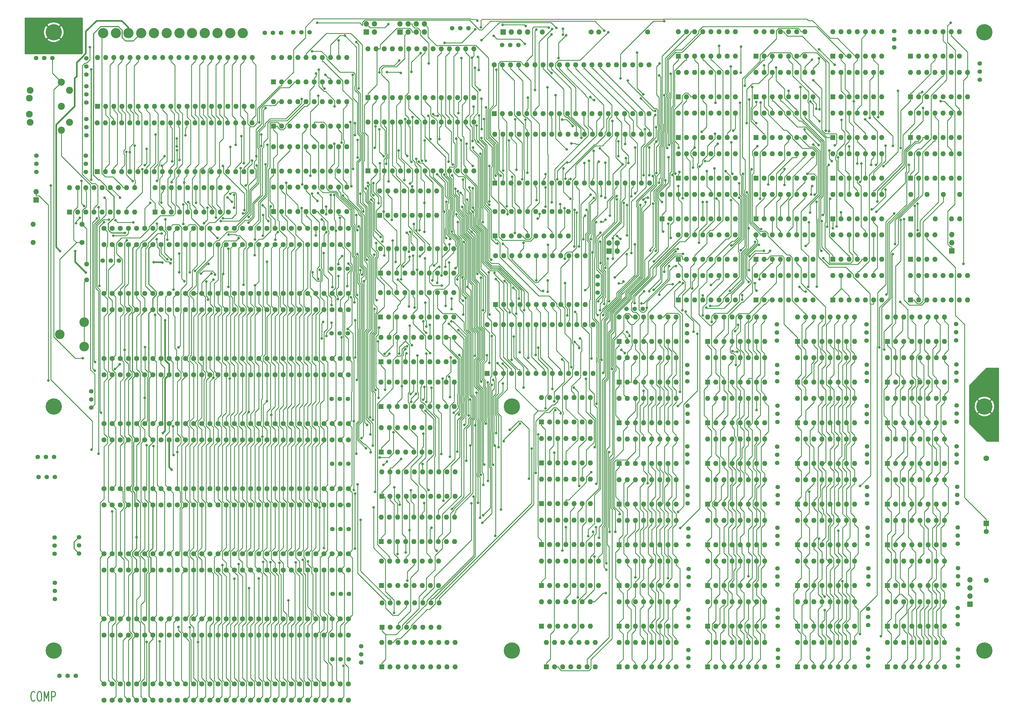
<source format=gbr>
%TF.GenerationSoftware,KiCad,Pcbnew,7.0.11*%
%TF.CreationDate,2024-05-25T01:19:37+03:00*%
%TF.ProjectId,Mad5160,4d616435-3136-4302-9e6b-696361645f70,rev?*%
%TF.SameCoordinates,Original*%
%TF.FileFunction,Copper,L1,Top*%
%TF.FilePolarity,Positive*%
%FSLAX46Y46*%
G04 Gerber Fmt 4.6, Leading zero omitted, Abs format (unit mm)*
G04 Created by KiCad (PCBNEW 7.0.11) date 2024-05-25 01:19:37*
%MOMM*%
%LPD*%
G01*
G04 APERTURE LIST*
%ADD10C,0.300000*%
%TA.AperFunction,NonConductor*%
%ADD11C,0.300000*%
%TD*%
%TA.AperFunction,ComponentPad*%
%ADD12C,1.397000*%
%TD*%
%TA.AperFunction,ComponentPad*%
%ADD13R,1.600000X1.600000*%
%TD*%
%TA.AperFunction,ComponentPad*%
%ADD14O,1.600000X1.600000*%
%TD*%
%TA.AperFunction,ComponentPad*%
%ADD15C,5.080000*%
%TD*%
%TA.AperFunction,ComponentPad*%
%ADD16C,1.600000*%
%TD*%
%TA.AperFunction,ComponentPad*%
%ADD17R,1.700000X1.700000*%
%TD*%
%TA.AperFunction,ComponentPad*%
%ADD18O,1.700000X1.700000*%
%TD*%
%TA.AperFunction,ComponentPad*%
%ADD19R,1.778000X1.778000*%
%TD*%
%TA.AperFunction,ComponentPad*%
%ADD20C,1.778000*%
%TD*%
%TA.AperFunction,ComponentPad*%
%ADD21C,2.999740*%
%TD*%
%TA.AperFunction,ComponentPad*%
%ADD22C,2.100000*%
%TD*%
%TA.AperFunction,ComponentPad*%
%ADD23C,2.200000*%
%TD*%
%TA.AperFunction,ComponentPad*%
%ADD24C,1.500000*%
%TD*%
%TA.AperFunction,ComponentPad*%
%ADD25C,3.200000*%
%TD*%
%TA.AperFunction,ViaPad*%
%ADD26C,0.800000*%
%TD*%
%TA.AperFunction,Conductor*%
%ADD27C,0.250000*%
%TD*%
%TA.AperFunction,Conductor*%
%ADD28C,0.300000*%
%TD*%
%TA.AperFunction,Conductor*%
%ADD29C,0.500000*%
%TD*%
G04 APERTURE END LIST*
D10*
D11*
X86912771Y-241903942D02*
X86817533Y-242046800D01*
X86817533Y-242046800D02*
X86531819Y-242189657D01*
X86531819Y-242189657D02*
X86341343Y-242189657D01*
X86341343Y-242189657D02*
X86055628Y-242046800D01*
X86055628Y-242046800D02*
X85865152Y-241761085D01*
X85865152Y-241761085D02*
X85769914Y-241475371D01*
X85769914Y-241475371D02*
X85674676Y-240903942D01*
X85674676Y-240903942D02*
X85674676Y-240475371D01*
X85674676Y-240475371D02*
X85769914Y-239903942D01*
X85769914Y-239903942D02*
X85865152Y-239618228D01*
X85865152Y-239618228D02*
X86055628Y-239332514D01*
X86055628Y-239332514D02*
X86341343Y-239189657D01*
X86341343Y-239189657D02*
X86531819Y-239189657D01*
X86531819Y-239189657D02*
X86817533Y-239332514D01*
X86817533Y-239332514D02*
X86912771Y-239475371D01*
X88150866Y-239189657D02*
X88531819Y-239189657D01*
X88531819Y-239189657D02*
X88722295Y-239332514D01*
X88722295Y-239332514D02*
X88912771Y-239618228D01*
X88912771Y-239618228D02*
X89008009Y-240189657D01*
X89008009Y-240189657D02*
X89008009Y-241189657D01*
X89008009Y-241189657D02*
X88912771Y-241761085D01*
X88912771Y-241761085D02*
X88722295Y-242046800D01*
X88722295Y-242046800D02*
X88531819Y-242189657D01*
X88531819Y-242189657D02*
X88150866Y-242189657D01*
X88150866Y-242189657D02*
X87960390Y-242046800D01*
X87960390Y-242046800D02*
X87769914Y-241761085D01*
X87769914Y-241761085D02*
X87674676Y-241189657D01*
X87674676Y-241189657D02*
X87674676Y-240189657D01*
X87674676Y-240189657D02*
X87769914Y-239618228D01*
X87769914Y-239618228D02*
X87960390Y-239332514D01*
X87960390Y-239332514D02*
X88150866Y-239189657D01*
X89865152Y-242189657D02*
X89865152Y-239189657D01*
X89865152Y-239189657D02*
X90531819Y-241332514D01*
X90531819Y-241332514D02*
X91198485Y-239189657D01*
X91198485Y-239189657D02*
X91198485Y-242189657D01*
X92150866Y-242189657D02*
X92150866Y-239189657D01*
X92150866Y-239189657D02*
X92912771Y-239189657D01*
X92912771Y-239189657D02*
X93103247Y-239332514D01*
X93103247Y-239332514D02*
X93198485Y-239475371D01*
X93198485Y-239475371D02*
X93293723Y-239761085D01*
X93293723Y-239761085D02*
X93293723Y-240189657D01*
X93293723Y-240189657D02*
X93198485Y-240475371D01*
X93198485Y-240475371D02*
X93103247Y-240618228D01*
X93103247Y-240618228D02*
X92912771Y-240761085D01*
X92912771Y-240761085D02*
X92150866Y-240761085D01*
D12*
%TO.P,C14,1*%
%TO.N,+5V*%
X181991000Y-147802600D03*
%TO.P,C14,2*%
%TO.N,GND*%
X179451000Y-147802600D03*
X184531000Y-147802600D03*
%TD*%
D13*
%TO.P,U24,1*%
%TO.N,Net-(E1-Pin_2)*%
X244901800Y-155016200D03*
D14*
%TO.P,U24,2*%
%TO.N,XA18*%
X247441800Y-155016200D03*
%TO.P,U24,3*%
%TO.N,Net-(U43A-G2B)*%
X249981800Y-155016200D03*
%TO.P,U24,4*%
%TO.N,Net-(U44A-Q0)*%
X252521800Y-155016200D03*
%TO.P,U24,5*%
%TO.N,~{DA0K0BRD}'*%
X255061800Y-155016200D03*
%TO.P,U24,6*%
%TO.N,~{RAMADDRSEL}'*%
X257601800Y-155016200D03*
%TO.P,U24,7,GND*%
%TO.N,GND*%
X260141800Y-155016200D03*
%TO.P,U24,8*%
%TO.N,ROMADDRSEL*%
X260141800Y-147396200D03*
%TO.P,U24,9*%
%TO.N,~{CS6}'*%
X257601800Y-147396200D03*
%TO.P,U24,10*%
%TO.N,~{CS7}'*%
X255061800Y-147396200D03*
%TO.P,U24,11*%
%TO.N,Net-(U23-Pad4)*%
X252521800Y-147396200D03*
%TO.P,U24,12*%
%TO.N,~{INTA}'*%
X249981800Y-147396200D03*
%TO.P,U24,13*%
%TO.N,~{CARDSLCTD}'*%
X247441800Y-147396200D03*
%TO.P,U24,14,VCC*%
%TO.N,+5V*%
X244901800Y-147396200D03*
%TD*%
D13*
%TO.P,U61,1,A8*%
%TO.N,MA8*%
X324688200Y-206095600D03*
D14*
%TO.P,U61,2,D*%
%TO.N,MD1*%
X327228200Y-206095600D03*
%TO.P,U61,3,~{WE}*%
%TO.N,~{WE}'*%
X329768200Y-206095600D03*
%TO.P,U61,4,~{RAS}*%
%TO.N,~{RAS2}'*%
X332308200Y-206095600D03*
%TO.P,U61,5,A0*%
%TO.N,MA0*%
X334848200Y-206095600D03*
%TO.P,U61,6,A2*%
%TO.N,MA2*%
X337388200Y-206095600D03*
%TO.P,U61,7,A1*%
%TO.N,MA1*%
X339928200Y-206095600D03*
%TO.P,U61,8,Vcc*%
%TO.N,+5V*%
X342468200Y-206095600D03*
%TO.P,U61,9,A7*%
%TO.N,MA7*%
X342468200Y-198475600D03*
%TO.P,U61,10,A5*%
%TO.N,MA5*%
X339928200Y-198475600D03*
%TO.P,U61,11,A4*%
%TO.N,MA4*%
X337388200Y-198475600D03*
%TO.P,U61,12,A3*%
%TO.N,MA3*%
X334848200Y-198475600D03*
%TO.P,U61,13,A6*%
%TO.N,MA6*%
X332308200Y-198475600D03*
%TO.P,U61,14,Q*%
%TO.N,MD1*%
X329768200Y-198475600D03*
%TO.P,U61,15,~{CAS}*%
%TO.N,~{CAS2}'*%
X327228200Y-198475600D03*
%TO.P,U61,16,GND*%
%TO.N,GND*%
X324688200Y-198475600D03*
%TD*%
D13*
%TO.P,U51,1,A8*%
%TO.N,MA8*%
X296697400Y-167995600D03*
D14*
%TO.P,U51,2,D*%
%TO.N,MD4*%
X299237400Y-167995600D03*
%TO.P,U51,3,~{WE}*%
%TO.N,~{WE}'*%
X301777400Y-167995600D03*
%TO.P,U51,4,~{RAS}*%
%TO.N,~{RAS1}'*%
X304317400Y-167995600D03*
%TO.P,U51,5,A0*%
%TO.N,MA0*%
X306857400Y-167995600D03*
%TO.P,U51,6,A2*%
%TO.N,MA2*%
X309397400Y-167995600D03*
%TO.P,U51,7,A1*%
%TO.N,MA1*%
X311937400Y-167995600D03*
%TO.P,U51,8,Vcc*%
%TO.N,+5V*%
X314477400Y-167995600D03*
%TO.P,U51,9,A7*%
%TO.N,MA7*%
X314477400Y-160375600D03*
%TO.P,U51,10,A5*%
%TO.N,MA5*%
X311937400Y-160375600D03*
%TO.P,U51,11,A4*%
%TO.N,MA4*%
X309397400Y-160375600D03*
%TO.P,U51,12,A3*%
%TO.N,MA3*%
X306857400Y-160375600D03*
%TO.P,U51,13,A6*%
%TO.N,MA6*%
X304317400Y-160375600D03*
%TO.P,U51,14,Q*%
%TO.N,MD4*%
X301777400Y-160375600D03*
%TO.P,U51,15,~{CAS}*%
%TO.N,~{CAS1}'*%
X299237400Y-160375600D03*
%TO.P,U51,16,GND*%
%TO.N,GND*%
X296697400Y-160375600D03*
%TD*%
D13*
%TO.P,U12,1,OEa*%
%TO.N,~{DMAAEN}'*%
X195072000Y-178206400D03*
D14*
%TO.P,U12,2,I0a*%
%TO.N,XA0*%
X197612000Y-178206400D03*
%TO.P,U12,3,O3b*%
%TO.N,A7*%
X200152000Y-178206400D03*
%TO.P,U12,4,I1a*%
%TO.N,XA1*%
X202692000Y-178206400D03*
%TO.P,U12,5,O2b*%
%TO.N,A6*%
X205232000Y-178206400D03*
%TO.P,U12,6,I2a*%
%TO.N,XA2*%
X207772000Y-178206400D03*
%TO.P,U12,7,O1b*%
%TO.N,A5*%
X210312000Y-178206400D03*
%TO.P,U12,8,I3a*%
%TO.N,XA3*%
X212852000Y-178206400D03*
%TO.P,U12,9,O0b*%
%TO.N,A4*%
X215392000Y-178206400D03*
%TO.P,U12,10,GND*%
%TO.N,GND*%
X217932000Y-178206400D03*
%TO.P,U12,11,I0b*%
%TO.N,XA4*%
X217932000Y-170586400D03*
%TO.P,U12,12,O3a*%
%TO.N,A3*%
X215392000Y-170586400D03*
%TO.P,U12,13,I1b*%
%TO.N,XA5*%
X212852000Y-170586400D03*
%TO.P,U12,14,O2a*%
%TO.N,A2*%
X210312000Y-170586400D03*
%TO.P,U12,15,I2b*%
%TO.N,XA6*%
X207772000Y-170586400D03*
%TO.P,U12,16,O1a*%
%TO.N,A1*%
X205232000Y-170586400D03*
%TO.P,U12,17,I3b*%
%TO.N,XA7*%
X202692000Y-170586400D03*
%TO.P,U12,18,O0a*%
%TO.N,A0*%
X200152000Y-170586400D03*
%TO.P,U12,19,OEb*%
%TO.N,~{DMAAEN}'*%
X197612000Y-170586400D03*
%TO.P,U12,20,VCC*%
%TO.N,+5V*%
X195072000Y-170586400D03*
%TD*%
D13*
%TO.P,U11,1,~{OE}*%
%TO.N,~{DMAAEN}'*%
X194945000Y-192354200D03*
D14*
%TO.P,U11,2,O0*%
%TO.N,A8*%
X197485000Y-192354200D03*
%TO.P,U11,3,D0*%
%TO.N,XD0*%
X200025000Y-192354200D03*
%TO.P,U11,4,D1*%
%TO.N,XD1*%
X202565000Y-192354200D03*
%TO.P,U11,5,O1*%
%TO.N,A9*%
X205105000Y-192354200D03*
%TO.P,U11,6,O2*%
%TO.N,A10*%
X207645000Y-192354200D03*
%TO.P,U11,7,D2*%
%TO.N,XD2*%
X210185000Y-192354200D03*
%TO.P,U11,8,D3*%
%TO.N,XD3*%
X212725000Y-192354200D03*
%TO.P,U11,9,O3*%
%TO.N,A11*%
X215265000Y-192354200D03*
%TO.P,U11,10,GND*%
%TO.N,GND*%
X217805000Y-192354200D03*
%TO.P,U11,11,LE*%
%TO.N,Net-(U11A-LE)*%
X217805000Y-184734200D03*
%TO.P,U11,12,O4*%
%TO.N,A12*%
X215265000Y-184734200D03*
%TO.P,U11,13,D4*%
%TO.N,XD4*%
X212725000Y-184734200D03*
%TO.P,U11,14,D5*%
%TO.N,XD5*%
X210185000Y-184734200D03*
%TO.P,U11,15,O5*%
%TO.N,A13*%
X207645000Y-184734200D03*
%TO.P,U11,16,O6*%
%TO.N,A14*%
X205105000Y-184734200D03*
%TO.P,U11,17,D6*%
%TO.N,XD6*%
X202565000Y-184734200D03*
%TO.P,U11,18,D7*%
%TO.N,XD7*%
X200025000Y-184734200D03*
%TO.P,U11,19,O7*%
%TO.N,A15*%
X197485000Y-184734200D03*
%TO.P,U11,20,VCC*%
%TO.N,+5V*%
X194945000Y-184734200D03*
%TD*%
D12*
%TO.P,C39,1*%
%TO.N,+5V*%
X346354400Y-180416200D03*
%TO.P,C39,2*%
%TO.N,GND*%
X346354400Y-177876200D03*
X346354400Y-175336200D03*
%TD*%
D13*
%TO.P,U82,1,A8*%
%TO.N,MA8*%
X352755200Y-142595600D03*
D14*
%TO.P,U82,2,D*%
%TO.N,MD6*%
X355295200Y-142595600D03*
%TO.P,U82,3,~{WE}*%
%TO.N,~{WE}'*%
X357835200Y-142595600D03*
%TO.P,U82,4,~{RAS}*%
%TO.N,~{RAS3}'*%
X360375200Y-142595600D03*
%TO.P,U82,5,A0*%
%TO.N,MA0*%
X362915200Y-142595600D03*
%TO.P,U82,6,A2*%
%TO.N,MA2*%
X365455200Y-142595600D03*
%TO.P,U82,7,A1*%
%TO.N,MA1*%
X367995200Y-142595600D03*
%TO.P,U82,8,Vcc*%
%TO.N,+5V*%
X370535200Y-142595600D03*
%TO.P,U82,9,A7*%
%TO.N,MA7*%
X370535200Y-134975600D03*
%TO.P,U82,10,A5*%
%TO.N,MA5*%
X367995200Y-134975600D03*
%TO.P,U82,11,A4*%
%TO.N,MA4*%
X365455200Y-134975600D03*
%TO.P,U82,12,A3*%
%TO.N,MA3*%
X362915200Y-134975600D03*
%TO.P,U82,13,A6*%
%TO.N,MA6*%
X360375200Y-134975600D03*
%TO.P,U82,14,Q*%
%TO.N,MD6*%
X357835200Y-134975600D03*
%TO.P,U82,15,~{CAS}*%
%TO.N,~{CAS3}'*%
X355295200Y-134975600D03*
%TO.P,U82,16,GND*%
%TO.N,GND*%
X352755200Y-134975600D03*
%TD*%
D13*
%TO.P,U69,1*%
%TO.N,Net-(U57-Pad8)*%
X335737200Y-104258500D03*
D14*
%TO.P,U69,2*%
%TO.N,Net-(TD1A-100)*%
X338277200Y-104258500D03*
%TO.P,U69,3*%
%TO.N,/Sheet_3/~{CAS}*%
X340817200Y-104258500D03*
%TO.P,U69,4*%
%TO.N,~{XMEMR}'*%
X343357200Y-104258500D03*
%TO.P,U69,5*%
%TO.N,~{XMEMW}'*%
X345897200Y-104258500D03*
%TO.P,U69,6*%
%TO.N,/Sheet_3/RAS*%
X348437200Y-104258500D03*
%TO.P,U69,7,GND*%
%TO.N,GND*%
X350977200Y-104258500D03*
%TO.P,U69,8*%
%TO.N,/Sheet_3/~{REFRESH GATE}*%
X350977200Y-96638500D03*
%TO.P,U69,9*%
%TO.N,/Sheet_3/RAS*%
X348437200Y-96638500D03*
%TO.P,U69,10*%
%TO.N,DA0K0*%
X345897200Y-96638500D03*
%TO.P,U69,11*%
%TO.N,Net-(U69-Pad11)*%
X343357200Y-96638500D03*
%TO.P,U69,12*%
%TO.N,N.P. NPI*%
X340817200Y-96638500D03*
%TO.P,U69,13*%
%TO.N,N.P. INSTLSW*%
X338277200Y-96638500D03*
%TO.P,U69,14,VCC*%
%TO.N,+5V*%
X335737200Y-96638500D03*
%TD*%
D13*
%TO.P,U21,1,~{Mr}*%
%TO.N,~{RESETDRV}'*%
X244901800Y-193306700D03*
D14*
%TO.P,U21,2,Q0*%
%TO.N,Net-(U21B-D1)*%
X247441800Y-193306700D03*
%TO.P,U21,3,~{Q0}*%
%TO.N,unconnected-(U21A-~{Q0}-Pad3)*%
X249981800Y-193306700D03*
%TO.P,U21,4,D0*%
%TO.N,Net-(J9-KBDLOCK)*%
X252521800Y-193306700D03*
%TO.P,U21,5,D1*%
%TO.N,Net-(U21B-D1)*%
X255061800Y-193306700D03*
%TO.P,U21,6,~{Q1}*%
%TO.N,Net-(U21B-~{Q1})*%
X257601800Y-193306700D03*
%TO.P,U21,7,Q1*%
%TO.N,unconnected-(U21A-Q1-Pad7)*%
X260141800Y-193306700D03*
%TO.P,U21,8,GND*%
%TO.N,GND*%
X262681800Y-193306700D03*
%TO.P,U21,9,Cp*%
%TO.N,PCLK*%
X262681800Y-185686700D03*
%TO.P,U21,10,Q2*%
%TO.N,Net-(U21A-Q2)*%
X260141800Y-185686700D03*
%TO.P,U21,11,~{Q2}*%
%TO.N,Net-(U21A-D2)*%
X257601800Y-185686700D03*
%TO.P,U21,12,D2*%
X255061800Y-185686700D03*
%TO.P,U21,13,D3*%
%TO.N,unconnected-(U21A-D3-Pad13)*%
X252521800Y-185686700D03*
%TO.P,U21,14,~{Q3}*%
%TO.N,unconnected-(U21A-~{Q3}-Pad14)*%
X249981800Y-185686700D03*
%TO.P,U21,15,Q3*%
%TO.N,unconnected-(U21A-Q3-Pad15)*%
X247441800Y-185686700D03*
%TO.P,U21,16,VCC*%
%TO.N,+5V*%
X244901800Y-185686700D03*
%TD*%
D13*
%TO.P,RN2,1*%
%TO.N,Net-(E1-Pin_2)*%
X244901800Y-206070200D03*
D14*
%TO.P,RN2,2*%
%TO.N,Net-(U29-PC3)*%
X247441800Y-206070200D03*
%TO.P,RN2,3*%
%TO.N,Net-(U29-PC2)*%
X249981800Y-206070200D03*
%TO.P,RN2,4*%
%TO.N,Net-(U29-PC1)*%
X252521800Y-206070200D03*
%TO.P,RN2,5*%
%TO.N,Net-(U29-PC0)*%
X255061800Y-206070200D03*
%TO.P,RN2,6*%
%TO.N,Net-(E2-Pin_2)*%
X257601800Y-206070200D03*
%TO.P,RN2,7*%
%TO.N,Net-(E2-Pin_4)*%
X260141800Y-206070200D03*
%TO.P,RN2,8*%
%TO.N,unconnected-(RN2-Pad8)*%
X262681800Y-206070200D03*
%TO.P,RN2,9*%
%TO.N,PLANAR RAM 0*%
X262681800Y-198450200D03*
%TO.P,RN2,10*%
%TO.N,PLANAR RAM 1*%
X260141800Y-198450200D03*
%TO.P,RN2,11*%
%TO.N,N.P. INSTLSW*%
X257601800Y-198450200D03*
%TO.P,RN2,12*%
%TO.N,Net-(U41A-I0a)*%
X255061800Y-198450200D03*
%TO.P,RN2,13*%
%TO.N,Net-(U29-PB3)*%
X252521800Y-198450200D03*
%TO.P,RN2,14*%
%TO.N,unconnected-(RN2-Pad14)*%
X249981800Y-198450200D03*
%TO.P,RN2,15*%
%TO.N,unconnected-(RN2-Pad15)*%
X247441800Y-198450200D03*
%TO.P,RN2,16*%
%TO.N,+5V*%
X244901800Y-198450200D03*
%TD*%
D15*
%TO.P,H2,1*%
%TO.N,GND*%
X92786200Y-150190200D03*
%TD*%
D13*
%TO.P,U73,1,~{R}*%
%TO.N,HRQDMA*%
X335737200Y-53526300D03*
D14*
%TO.P,U73,2,D*%
%TO.N,Net-(U73A-D)*%
X338277200Y-53526300D03*
%TO.P,U73,3,C*%
%TO.N,Net-(U73A-C)*%
X340817200Y-53526300D03*
%TO.P,U73,4,~{S}*%
%TO.N,Net-(U73A-~{Q})*%
X343357200Y-53526300D03*
%TO.P,U73,5,Q*%
%TO.N,HOLDA*%
X345897200Y-53526300D03*
%TO.P,U73,6,~{Q}*%
%TO.N,Net-(U73A-~{Q})*%
X348437200Y-53526300D03*
%TO.P,U73,7,GND*%
%TO.N,GND*%
X350977200Y-53526300D03*
%TO.P,U73,8,~{Q}*%
%TO.N,unconnected-(U73B-~{Q}-Pad8)*%
X350977200Y-45906300D03*
%TO.P,U73,9,Q*%
%TO.N,DRQ0*%
X348437200Y-45906300D03*
%TO.P,U73,10,~{S}*%
%TO.N,+5V*%
X345897200Y-45906300D03*
%TO.P,U73,11,C*%
%TO.N,Net-(U26-OUT1)*%
X343357200Y-45906300D03*
%TO.P,U73,12,D*%
%TO.N,+5V*%
X340817200Y-45906300D03*
%TO.P,U73,13,~{R}*%
%TO.N,~{DA0K0BRD}'*%
X338277200Y-45906300D03*
%TO.P,U73,14,VCC*%
%TO.N,+5V*%
X335737200Y-45906300D03*
%TD*%
D13*
%TO.P,U37,1,A8*%
%TO.N,MA8*%
X269113000Y-142595600D03*
D14*
%TO.P,U37,2,D*%
%TO.N,MD6*%
X271653000Y-142595600D03*
%TO.P,U37,3,~{WE}*%
%TO.N,~{WE}'*%
X274193000Y-142595600D03*
%TO.P,U37,4,~{RAS}*%
%TO.N,~{RAS0}'*%
X276733000Y-142595600D03*
%TO.P,U37,5,A0*%
%TO.N,MA0*%
X279273000Y-142595600D03*
%TO.P,U37,6,A2*%
%TO.N,MA2*%
X281813000Y-142595600D03*
%TO.P,U37,7,A1*%
%TO.N,MA1*%
X284353000Y-142595600D03*
%TO.P,U37,8,Vcc*%
%TO.N,+5V*%
X286893000Y-142595600D03*
%TO.P,U37,9,A7*%
%TO.N,MA7*%
X286893000Y-134975600D03*
%TO.P,U37,10,A5*%
%TO.N,MA5*%
X284353000Y-134975600D03*
%TO.P,U37,11,A4*%
%TO.N,MA4*%
X281813000Y-134975600D03*
%TO.P,U37,12,A3*%
%TO.N,MA3*%
X279273000Y-134975600D03*
%TO.P,U37,13,A6*%
%TO.N,MA6*%
X276733000Y-134975600D03*
%TO.P,U37,14,Q*%
%TO.N,MD6*%
X274193000Y-134975600D03*
%TO.P,U37,15,~{CAS}*%
%TO.N,~{CAS0}'*%
X271653000Y-134975600D03*
%TO.P,U37,16,GND*%
%TO.N,GND*%
X269113000Y-134975600D03*
%TD*%
D12*
%TO.P,C19,1*%
%TO.N,+5V*%
X290728400Y-203454000D03*
%TO.P,C19,2*%
%TO.N,GND*%
X290728400Y-205994000D03*
X290728400Y-200914000D03*
%TD*%
%TO.P,C60,1*%
%TO.N,+5V*%
X232560000Y-37300000D03*
%TO.P,C60,2*%
%TO.N,GND*%
X235100000Y-37300000D03*
X237640000Y-37300000D03*
%TD*%
%TO.P,C47,1*%
%TO.N,+5V*%
X374624600Y-193065400D03*
%TO.P,C47,2*%
%TO.N,GND*%
X374624600Y-190525400D03*
X374624600Y-187985400D03*
%TD*%
D13*
%TO.P,U1,1,CSYNC*%
%TO.N,GND*%
X97739200Y-89458800D03*
D14*
%TO.P,U1,2,PCLK*%
%TO.N,PCLK*%
X100279200Y-89458800D03*
%TO.P,U1,3,~{AEN1}*%
%TO.N,~{RDY}'{slash}WAIT*%
X102819200Y-89458800D03*
%TO.P,U1,4,RDY1*%
%TO.N,~{DMAWAIT}'*%
X105359200Y-89458800D03*
%TO.P,U1,5,READY*%
%TO.N,READY*%
X107899200Y-89458800D03*
%TO.P,U1,6,RDY2*%
%TO.N,GND*%
X110439200Y-89458800D03*
%TO.P,U1,7,~{AEN2}*%
%TO.N,+5V*%
X112979200Y-89458800D03*
%TO.P,U1,8,CLK*%
%TO.N,CLK88*%
X115519200Y-89458800D03*
%TO.P,U1,9,GND*%
%TO.N,GND*%
X118059200Y-89458800D03*
%TO.P,U1,10,RESET*%
%TO.N,RESET*%
X118059200Y-81838800D03*
%TO.P,U1,11,~{RES}*%
%TO.N,PWRGOOD*%
X115519200Y-81838800D03*
%TO.P,U1,12,OSC*%
%TO.N,OSC*%
X112979200Y-81838800D03*
%TO.P,U1,13,F/~{C}*%
%TO.N,Net-(U1-F{slash}~{C})*%
X110439200Y-81838800D03*
%TO.P,U1,14,EFI*%
%TO.N,unconnected-(U1-EFI-Pad14)*%
X107899200Y-81838800D03*
%TO.P,U1,15,~{ASYNC}*%
%TO.N,GND*%
X105359200Y-81838800D03*
%TO.P,U1,16,X2*%
%TO.N,Net-(U1-X2)*%
X102819200Y-81838800D03*
%TO.P,U1,17,X1*%
%TO.N,Net-(U1-X1)*%
X100279200Y-81838800D03*
%TO.P,U1,18,Vcc*%
%TO.N,+5V*%
X97739200Y-81838800D03*
%TD*%
D13*
%TO.P,U45,1,A*%
%TO.N,XA5*%
X287522600Y-40843200D03*
D14*
%TO.P,U45,2,B*%
%TO.N,XA6*%
X290062600Y-40843200D03*
%TO.P,U45,3,C*%
%TO.N,XA7*%
X292602600Y-40843200D03*
%TO.P,U45,4,G2A*%
%TO.N,XA9*%
X295142600Y-40843200D03*
%TO.P,U45,5,G2B*%
%TO.N,XA8*%
X297682600Y-40843200D03*
%TO.P,U45,6,G1*%
%TO.N,~{AEN}'*%
X300222600Y-40843200D03*
%TO.P,U45,7,Y7*%
%TO.N,unconnected-(U45A-Y7-Pad7)*%
X302762600Y-40843200D03*
%TO.P,U45,8,GND*%
%TO.N,GND*%
X305302600Y-40843200D03*
%TO.P,U45,9,Y6*%
%TO.N,unconnected-(U45A-Y6-Pad9)*%
X305302600Y-33223200D03*
%TO.P,U45,10,Y5*%
%TO.N,Net-(U45A-Y5)*%
X302762600Y-33223200D03*
%TO.P,U45,11,Y4*%
%TO.N,Net-(U45A-Y4)*%
X300222600Y-33223200D03*
%TO.P,U45,12,Y3*%
%TO.N,~{PPICS}'*%
X297682600Y-33223200D03*
%TO.P,U45,13,Y2*%
%TO.N,~{T{slash}CCS}'*%
X295142600Y-33223200D03*
%TO.P,U45,14,Y1*%
%TO.N,~{INTRCS}'*%
X292602600Y-33223200D03*
%TO.P,U45,15,Y0*%
%TO.N,~{DMACS}'*%
X290062600Y-33223200D03*
%TO.P,U45,16,VCC*%
%TO.N,+5V*%
X287522600Y-33223200D03*
%TD*%
D12*
%TO.P,C2,1*%
%TO.N,Net-(J9-KBDLOCK)*%
X104521000Y-150545800D03*
%TO.P,C2,2*%
%TO.N,GND*%
X104521000Y-148005800D03*
X104521000Y-145465800D03*
%TD*%
D13*
%TO.P,U75,1,A8*%
%TO.N,MA8*%
X352755200Y-231495600D03*
D14*
%TO.P,U75,2,D*%
%TO.N,MDPIN*%
X355295200Y-231495600D03*
%TO.P,U75,3,~{WE}*%
%TO.N,~{WE}'*%
X357835200Y-231495600D03*
%TO.P,U75,4,~{RAS}*%
%TO.N,~{RAS3}'*%
X360375200Y-231495600D03*
%TO.P,U75,5,A0*%
%TO.N,MA0*%
X362915200Y-231495600D03*
%TO.P,U75,6,A2*%
%TO.N,MA2*%
X365455200Y-231495600D03*
%TO.P,U75,7,A1*%
%TO.N,MA1*%
X367995200Y-231495600D03*
%TO.P,U75,8,Vcc*%
%TO.N,+5V*%
X370535200Y-231495600D03*
%TO.P,U75,9,A7*%
%TO.N,MA7*%
X370535200Y-223875600D03*
%TO.P,U75,10,A5*%
%TO.N,MA5*%
X367995200Y-223875600D03*
%TO.P,U75,11,A4*%
%TO.N,MA4*%
X365455200Y-223875600D03*
%TO.P,U75,12,A3*%
%TO.N,MA3*%
X362915200Y-223875600D03*
%TO.P,U75,13,A6*%
%TO.N,MA6*%
X360375200Y-223875600D03*
%TO.P,U75,14,Q*%
%TO.N,MDPOUT*%
X357835200Y-223875600D03*
%TO.P,U75,15,~{CAS}*%
%TO.N,~{CAS3}'*%
X355295200Y-223875600D03*
%TO.P,U75,16,GND*%
%TO.N,GND*%
X352755200Y-223875600D03*
%TD*%
D12*
%TO.P,C26,1*%
%TO.N,+5V*%
X318592200Y-231216200D03*
%TO.P,C26,2*%
%TO.N,GND*%
X318592200Y-228676200D03*
X318592200Y-226136200D03*
%TD*%
%TO.P,C12,1*%
%TO.N,+5V*%
X182245000Y-188468000D03*
%TO.P,C12,2*%
%TO.N,GND*%
X179705000Y-188468000D03*
X184785000Y-188468000D03*
%TD*%
D13*
%TO.P,U77,1,A8*%
%TO.N,MA8*%
X352755200Y-206095600D03*
D14*
%TO.P,U77,2,D*%
%TO.N,MD1*%
X355295200Y-206095600D03*
%TO.P,U77,3,~{WE}*%
%TO.N,~{WE}'*%
X357835200Y-206095600D03*
%TO.P,U77,4,~{RAS}*%
%TO.N,~{RAS3}'*%
X360375200Y-206095600D03*
%TO.P,U77,5,A0*%
%TO.N,MA0*%
X362915200Y-206095600D03*
%TO.P,U77,6,A2*%
%TO.N,MA2*%
X365455200Y-206095600D03*
%TO.P,U77,7,A1*%
%TO.N,MA1*%
X367995200Y-206095600D03*
%TO.P,U77,8,Vcc*%
%TO.N,+5V*%
X370535200Y-206095600D03*
%TO.P,U77,9,A7*%
%TO.N,MA7*%
X370535200Y-198475600D03*
%TO.P,U77,10,A5*%
%TO.N,MA5*%
X367995200Y-198475600D03*
%TO.P,U77,11,A4*%
%TO.N,MA4*%
X365455200Y-198475600D03*
%TO.P,U77,12,A3*%
%TO.N,MA3*%
X362915200Y-198475600D03*
%TO.P,U77,13,A6*%
%TO.N,MA6*%
X360375200Y-198475600D03*
%TO.P,U77,14,Q*%
%TO.N,MD1*%
X357835200Y-198475600D03*
%TO.P,U77,15,~{CAS}*%
%TO.N,~{CAS3}'*%
X355295200Y-198475600D03*
%TO.P,U77,16,GND*%
%TO.N,GND*%
X352755200Y-198475600D03*
%TD*%
D12*
%TO.P,C30,1*%
%TO.N,+5V*%
X318516000Y-180467000D03*
%TO.P,C30,2*%
%TO.N,GND*%
X318516000Y-177927000D03*
X318516000Y-175387000D03*
%TD*%
D13*
%TO.P,U66,1,A8*%
%TO.N,MA8*%
X324688200Y-142595600D03*
D14*
%TO.P,U66,2,D*%
%TO.N,MD6*%
X327228200Y-142595600D03*
%TO.P,U66,3,~{WE}*%
%TO.N,~{WE}'*%
X329768200Y-142595600D03*
%TO.P,U66,4,~{RAS}*%
%TO.N,~{RAS2}'*%
X332308200Y-142595600D03*
%TO.P,U66,5,A0*%
%TO.N,MA0*%
X334848200Y-142595600D03*
%TO.P,U66,6,A2*%
%TO.N,MA2*%
X337388200Y-142595600D03*
%TO.P,U66,7,A1*%
%TO.N,MA1*%
X339928200Y-142595600D03*
%TO.P,U66,8,Vcc*%
%TO.N,+5V*%
X342468200Y-142595600D03*
%TO.P,U66,9,A7*%
%TO.N,MA7*%
X342468200Y-134975600D03*
%TO.P,U66,10,A5*%
%TO.N,MA5*%
X339928200Y-134975600D03*
%TO.P,U66,11,A4*%
%TO.N,MA4*%
X337388200Y-134975600D03*
%TO.P,U66,12,A3*%
%TO.N,MA3*%
X334848200Y-134975600D03*
%TO.P,U66,13,A6*%
%TO.N,MA6*%
X332308200Y-134975600D03*
%TO.P,U66,14,Q*%
%TO.N,MD6*%
X329768200Y-134975600D03*
%TO.P,U66,15,~{CAS}*%
%TO.N,~{CAS2}'*%
X327228200Y-134975600D03*
%TO.P,U66,16,GND*%
%TO.N,GND*%
X324688200Y-134975600D03*
%TD*%
D13*
%TO.P,U23,1*%
%TO.N,~{XIOR}'*%
X244901800Y-167779700D03*
D14*
%TO.P,U23,2*%
%TO.N,XA9*%
X247441800Y-167779700D03*
%TO.P,U23,3*%
%TO.N,Net-(U23-Pad12)*%
X249981800Y-167779700D03*
%TO.P,U23,4*%
%TO.N,Net-(U23-Pad4)*%
X252521800Y-167779700D03*
%TO.P,U23,5*%
%TO.N,ROMADDRSEL*%
X255061800Y-167779700D03*
%TO.P,U23,6*%
%TO.N,Net-(U15A-A->B)*%
X257601800Y-167779700D03*
%TO.P,U23,7,GND*%
%TO.N,GND*%
X260141800Y-167779700D03*
%TO.P,U23,8*%
%TO.N,Net-(U86A-D)*%
X260141800Y-160159700D03*
%TO.P,U23,9*%
%TO.N,Net-(U20A-Odd)*%
X257601800Y-160159700D03*
%TO.P,U23,10*%
X255061800Y-160159700D03*
%TO.P,U23,11*%
%TO.N,~{RAMADDRSEL}'*%
X252521800Y-160159700D03*
%TO.P,U23,12*%
%TO.N,Net-(U23-Pad12)*%
X249981800Y-160159700D03*
%TO.P,U23,13*%
%TO.N,XA8*%
X247441800Y-160159700D03*
%TO.P,U23,14,VCC*%
%TO.N,+5V*%
X244901800Y-160159700D03*
%TD*%
D13*
%TO.P,U84,1,S*%
%TO.N,ADDRSEL*%
X359942600Y-116941600D03*
D14*
%TO.P,U84,2,I0a*%
%TO.N,XA16*%
X362482600Y-116941600D03*
%TO.P,U84,3,I1a*%
%TO.N,XA17*%
X365022600Y-116941600D03*
%TO.P,U84,4,Za*%
%TO.N,Net-(U84A-Za)*%
X367562600Y-116941600D03*
%TO.P,U84,5,I0b*%
%TO.N,unconnected-(U84A-I0b-Pad5)*%
X370102600Y-116941600D03*
%TO.P,U84,6,I1b*%
%TO.N,unconnected-(U84A-I1b-Pad6)*%
X372642600Y-116941600D03*
%TO.P,U84,7,Zb*%
%TO.N,unconnected-(U84A-Zb-Pad7)*%
X375182600Y-116941600D03*
%TO.P,U84,8,GND*%
%TO.N,GND*%
X377722600Y-116941600D03*
%TO.P,U84,9,Zd*%
%TO.N,unconnected-(U84A-Zd-Pad9)*%
X377722600Y-109321600D03*
%TO.P,U84,10,I1d*%
%TO.N,unconnected-(U84A-I1d-Pad10)*%
X375182600Y-109321600D03*
%TO.P,U84,11,I0d*%
%TO.N,unconnected-(U84A-I0d-Pad11)*%
X372642600Y-109321600D03*
%TO.P,U84,12,Zc*%
%TO.N,unconnected-(U84A-Zc-Pad12)*%
X370102600Y-109321600D03*
%TO.P,U84,13,I1c*%
%TO.N,unconnected-(U84A-I1c-Pad13)*%
X367562600Y-109321600D03*
%TO.P,U84,14,I0c*%
%TO.N,unconnected-(U84A-I0c-Pad14)*%
X365022600Y-109321600D03*
%TO.P,U84,15,E*%
%TO.N,GND*%
X362482600Y-109321600D03*
%TO.P,U84,16,VCC*%
%TO.N,+5V*%
X359942600Y-109321600D03*
%TD*%
D12*
%TO.P,C29,1*%
%TO.N,+5V*%
X318465200Y-193090800D03*
%TO.P,C29,2*%
%TO.N,GND*%
X318465200Y-190550800D03*
X318465200Y-188010800D03*
%TD*%
D13*
%TO.P,U25,1,~{CS}*%
%TO.N,~{INTRCS}'*%
X227965000Y-139852400D03*
D14*
%TO.P,U25,2,~{WR}*%
%TO.N,~{XIOW}'*%
X230505000Y-139852400D03*
%TO.P,U25,3,~{RD}*%
%TO.N,~{XIOR}'*%
X233045000Y-139852400D03*
%TO.P,U25,4,D7*%
%TO.N,XD7*%
X235585000Y-139852400D03*
%TO.P,U25,5,D6*%
%TO.N,XD6*%
X238125000Y-139852400D03*
%TO.P,U25,6,D5*%
%TO.N,XD5*%
X240665000Y-139852400D03*
%TO.P,U25,7,D4*%
%TO.N,XD4*%
X243205000Y-139852400D03*
%TO.P,U25,8,D3*%
%TO.N,XD3*%
X245745000Y-139852400D03*
%TO.P,U25,9,D2*%
%TO.N,XD2*%
X248285000Y-139852400D03*
%TO.P,U25,10,D1*%
%TO.N,XD1*%
X250825000Y-139852400D03*
%TO.P,U25,11,D0*%
%TO.N,XD0*%
X253365000Y-139852400D03*
%TO.P,U25,12,CAS0*%
%TO.N,unconnected-(U25-CAS0-Pad12)*%
X255905000Y-139852400D03*
%TO.P,U25,13,CAS1*%
%TO.N,unconnected-(U25-CAS1-Pad13)*%
X258445000Y-139852400D03*
%TO.P,U25,14,GND*%
%TO.N,GND*%
X260985000Y-139852400D03*
%TO.P,U25,15,CAS2*%
%TO.N,unconnected-(U25-CAS2-Pad15)*%
X260985000Y-124612400D03*
%TO.P,U25,16,~{SP}/~{EN}*%
%TO.N,Net-(U25-~{SP}{slash}~{EN})*%
X258445000Y-124612400D03*
%TO.P,U25,17,INT*%
%TO.N,Net-(U25-INT)*%
X255905000Y-124612400D03*
%TO.P,U25,18,IR0*%
%TO.N,IRQ0*%
X253365000Y-124612400D03*
%TO.P,U25,19,IR1*%
%TO.N,IRQ1*%
X250825000Y-124612400D03*
%TO.P,U25,20,IR2*%
%TO.N,IRQ2*%
X248285000Y-124612400D03*
%TO.P,U25,21,IR3*%
%TO.N,IRQ3*%
X245745000Y-124612400D03*
%TO.P,U25,22,IR4*%
%TO.N,IRQ4*%
X243205000Y-124612400D03*
%TO.P,U25,23,IR5*%
%TO.N,IRQ5*%
X240665000Y-124612400D03*
%TO.P,U25,24,IR6*%
%TO.N,IRQ6*%
X238125000Y-124612400D03*
%TO.P,U25,25,IR7*%
%TO.N,IRQ7*%
X235585000Y-124612400D03*
%TO.P,U25,26,~{INTA}*%
%TO.N,~{INTA}'*%
X233045000Y-124612400D03*
%TO.P,U25,27,A0*%
%TO.N,XA0*%
X230505000Y-124612400D03*
%TO.P,U25,28,Vcc*%
%TO.N,+5V*%
X227965000Y-124612400D03*
%TD*%
D13*
%TO.P,U58,1*%
%TO.N,~{T{slash}CCS}'*%
X311734200Y-40843200D03*
D14*
%TO.P,U58,2*%
%TO.N,~{XIOR}'*%
X314274200Y-40843200D03*
%TO.P,U58,3*%
%TO.N,Net-(U26-~{RD})*%
X316814200Y-40843200D03*
%TO.P,U58,4*%
%TO.N,~{T{slash}CCS}'*%
X319354200Y-40843200D03*
%TO.P,U58,5*%
%TO.N,~{XIOW}'*%
X321894200Y-40843200D03*
%TO.P,U58,6*%
%TO.N,Net-(U26-~{WR})*%
X324434200Y-40843200D03*
%TO.P,U58,7,GND*%
%TO.N,GND*%
X326974200Y-40843200D03*
%TO.P,U58,8*%
%TO.N,~{WRTDMAPGREG}'*%
X326974200Y-33223200D03*
%TO.P,U58,9*%
%TO.N,Net-(U45A-Y4)*%
X324434200Y-33223200D03*
%TO.P,U58,10*%
%TO.N,~{XIOW}'*%
X321894200Y-33223200D03*
%TO.P,U58,11*%
%TO.N,~{WRTNMIREG}'*%
X319354200Y-33223200D03*
%TO.P,U58,12*%
%TO.N,~{XIOW}'*%
X316814200Y-33223200D03*
%TO.P,U58,13*%
%TO.N,Net-(U45A-Y5)*%
X314274200Y-33223200D03*
%TO.P,U58,14,VCC*%
%TO.N,+5V*%
X311734200Y-33223200D03*
%TD*%
D16*
%TO.P,J7,A1,I/OCHCK*%
%TO.N,I{slash}O CHCK*%
X108432600Y-114880600D03*
%TO.P,J7,A2,D7*%
%TO.N,D7*%
X110972600Y-114880600D03*
%TO.P,J7,A3,D6*%
%TO.N,D6*%
X113512600Y-114880600D03*
%TO.P,J7,A4,D5*%
%TO.N,D5*%
X116052600Y-114880600D03*
%TO.P,J7,A5,D4*%
%TO.N,D4*%
X118592600Y-114880600D03*
%TO.P,J7,A6,D3*%
%TO.N,D3*%
X121132600Y-114880600D03*
%TO.P,J7,A7,D2*%
%TO.N,D2*%
X123672600Y-114880600D03*
%TO.P,J7,A8,D1*%
%TO.N,D1*%
X126212600Y-114880600D03*
%TO.P,J7,A9,D0*%
%TO.N,D0*%
X128752600Y-114880600D03*
%TO.P,J7,A10,I/OCHRDY*%
%TO.N,I{slash}O CHRDY*%
X131292600Y-114880600D03*
%TO.P,J7,A11,AEN*%
%TO.N,AEN*%
X133832600Y-114880600D03*
%TO.P,J7,A12,A19*%
%TO.N,A19*%
X136372600Y-114880600D03*
%TO.P,J7,A13,A18*%
%TO.N,A18*%
X138912600Y-114880600D03*
%TO.P,J7,A14,A17*%
%TO.N,A17*%
X141452600Y-114880600D03*
%TO.P,J7,A15,A16*%
%TO.N,A16*%
X143992600Y-114880600D03*
%TO.P,J7,A16,A15*%
%TO.N,A15*%
X146532600Y-114880600D03*
%TO.P,J7,A17,A14*%
%TO.N,A14*%
X149072600Y-114880600D03*
%TO.P,J7,A18,A13*%
%TO.N,A13*%
X151612600Y-114880600D03*
%TO.P,J7,A19,A12*%
%TO.N,A12*%
X154152600Y-114880600D03*
%TO.P,J7,A20,A11*%
%TO.N,A11*%
X156692600Y-114880600D03*
%TO.P,J7,A21,A10*%
%TO.N,A10*%
X159232600Y-114880600D03*
%TO.P,J7,A22,A9*%
%TO.N,A9*%
X161772600Y-114880600D03*
%TO.P,J7,A23,A8*%
%TO.N,A8*%
X164312600Y-114880600D03*
%TO.P,J7,A24,A7*%
%TO.N,A7*%
X166852600Y-114880600D03*
%TO.P,J7,A25,A6*%
%TO.N,A6*%
X169392600Y-114880600D03*
%TO.P,J7,A26,A5*%
%TO.N,A5*%
X171932600Y-114880600D03*
%TO.P,J7,A27,A4*%
%TO.N,A4*%
X174472600Y-114880600D03*
%TO.P,J7,A28,A3*%
%TO.N,A3*%
X177012600Y-114880600D03*
%TO.P,J7,A29,A2*%
%TO.N,A2*%
X179552600Y-114880600D03*
%TO.P,J7,A30,A1*%
%TO.N,A1*%
X182092600Y-114880600D03*
%TO.P,J7,A31,A0*%
%TO.N,A0*%
X184632600Y-114880600D03*
%TO.P,J7,B1,GND*%
%TO.N,GND*%
X108432600Y-119960600D03*
%TO.P,J7,B2,RESETDRV*%
%TO.N,RESETDRV*%
X110972600Y-119960600D03*
%TO.P,J7,B3,+5V*%
%TO.N,+5V*%
X113512600Y-119960600D03*
%TO.P,J7,B4,IRQ2*%
%TO.N,IRQ2*%
X116052600Y-119960600D03*
%TO.P,J7,B5,-5V*%
%TO.N,-5V*%
X118592600Y-119960600D03*
%TO.P,J7,B6,DRQ2*%
%TO.N,DRQ2*%
X121132600Y-119960600D03*
%TO.P,J7,B7,-12V*%
%TO.N,-12V*%
X123672600Y-119960600D03*
%TO.P,J7,B8,RESERVED*%
%TO.N,unconnected-(J7-RESERVED-PadB8)*%
X126212600Y-119960600D03*
%TO.P,J7,B9,+12V*%
%TO.N,+12V*%
X128752600Y-119960600D03*
%TO.P,J7,B10,GND*%
%TO.N,GND*%
X131292600Y-119960600D03*
%TO.P,J7,B11,~{MEMW}*%
%TO.N,~{MEMW}'*%
X133832600Y-119960600D03*
%TO.P,J7,B12,~{MEMR}*%
%TO.N,~{MEMR}'*%
X136372600Y-119960600D03*
%TO.P,J7,B13,~{IOW}*%
%TO.N,~{IOW}'*%
X138912600Y-119960600D03*
%TO.P,J7,B14,~{IOR}*%
%TO.N,~{IOR}'*%
X141452600Y-119960600D03*
%TO.P,J7,B15,~{DACK3}*%
%TO.N,~{DA0K3}'*%
X143992600Y-119960600D03*
%TO.P,J7,B16,DRQ3*%
%TO.N,DRQ3*%
X146532600Y-119960600D03*
%TO.P,J7,B17,~{DACK1}*%
%TO.N,~{DA0K1}'*%
X149072600Y-119960600D03*
%TO.P,J7,B18,DRQ1*%
%TO.N,DRQ1*%
X151612600Y-119960600D03*
%TO.P,J7,B19,~{DACK0}*%
%TO.N,~{DACK0}'*%
X154152600Y-119960600D03*
%TO.P,J7,B20,CLK*%
%TO.N,CLK*%
X156692600Y-119960600D03*
%TO.P,J7,B21,IRQ7*%
%TO.N,IRQ7*%
X159232600Y-119960600D03*
%TO.P,J7,B22,IRQ6*%
%TO.N,IRQ6*%
X161772600Y-119960600D03*
%TO.P,J7,B23,IRQ5*%
%TO.N,IRQ5*%
X164312600Y-119960600D03*
%TO.P,J7,B24,IRQ4*%
%TO.N,IRQ4*%
X166852600Y-119960600D03*
%TO.P,J7,B25,IRQ3*%
%TO.N,IRQ3*%
X169392600Y-119960600D03*
%TO.P,J7,B26,~{DACK2}*%
%TO.N,~{DA0K2}'*%
X171932600Y-119960600D03*
%TO.P,J7,B27,T/C*%
%TO.N,T{slash}C*%
X174472600Y-119960600D03*
%TO.P,J7,B28,ALE*%
%TO.N,ALE*%
X177012600Y-119960600D03*
%TO.P,J7,B29,+5V*%
%TO.N,+5V*%
X179552600Y-119960600D03*
%TO.P,J7,B30,OSC*%
%TO.N,OSC*%
X182092600Y-119960600D03*
%TO.P,J7,B31,GND*%
%TO.N,GND*%
X184632600Y-119960600D03*
%TD*%
%TO.P,J8,A1,I/OCHCK*%
%TO.N,I{slash}O CHCK*%
X108432600Y-94553300D03*
%TO.P,J8,A2,XD7*%
%TO.N,XD7*%
X110972600Y-94553300D03*
%TO.P,J8,A3,XD6*%
%TO.N,XD6*%
X113512600Y-94553300D03*
%TO.P,J8,A4,XD5*%
%TO.N,XD5*%
X116052600Y-94553300D03*
%TO.P,J8,A5,XD4*%
%TO.N,XD4*%
X118592600Y-94553300D03*
%TO.P,J8,A6,XD3*%
%TO.N,XD3*%
X121132600Y-94553300D03*
%TO.P,J8,A7,XD2*%
%TO.N,XD2*%
X123672600Y-94553300D03*
%TO.P,J8,A8,XD1*%
%TO.N,XD1*%
X126212600Y-94553300D03*
%TO.P,J8,A9,XD0*%
%TO.N,XD0*%
X128752600Y-94553300D03*
%TO.P,J8,A10,I/OCHRDY*%
%TO.N,I{slash}O CHRDY*%
X131292600Y-94553300D03*
%TO.P,J8,A11,AEN*%
%TO.N,AEN*%
X133832600Y-94553300D03*
%TO.P,J8,A12,XA19*%
%TO.N,XA19*%
X136372600Y-94553300D03*
%TO.P,J8,A13,XA18*%
%TO.N,XA18*%
X138912600Y-94553300D03*
%TO.P,J8,A14,XA17*%
%TO.N,XA17*%
X141452600Y-94553300D03*
%TO.P,J8,A15,XA16*%
%TO.N,XA16*%
X143992600Y-94553300D03*
%TO.P,J8,A16,XA15*%
%TO.N,XA15*%
X146532600Y-94553300D03*
%TO.P,J8,A17,XA14*%
%TO.N,XA14*%
X149072600Y-94553300D03*
%TO.P,J8,A18,XA13*%
%TO.N,XA13*%
X151612600Y-94553300D03*
%TO.P,J8,A19,XA12*%
%TO.N,XA12*%
X154152600Y-94553300D03*
%TO.P,J8,A20,XA11*%
%TO.N,XA11*%
X156692600Y-94553300D03*
%TO.P,J8,A21,XA10*%
%TO.N,XA10*%
X159232600Y-94553300D03*
%TO.P,J8,A22,XA9*%
%TO.N,XA9*%
X161772600Y-94553300D03*
%TO.P,J8,A23,XA8*%
%TO.N,XA8*%
X164312600Y-94553300D03*
%TO.P,J8,A24,XA7*%
%TO.N,XA7*%
X166852600Y-94553300D03*
%TO.P,J8,A25,XA6*%
%TO.N,XA6*%
X169392600Y-94553300D03*
%TO.P,J8,A26,XA5*%
%TO.N,XA5*%
X171932600Y-94553300D03*
%TO.P,J8,A27,XA4*%
%TO.N,XA4*%
X174472600Y-94553300D03*
%TO.P,J8,A28,XA3*%
%TO.N,XA3*%
X177012600Y-94553300D03*
%TO.P,J8,A29,XA2*%
%TO.N,XA2*%
X179552600Y-94553300D03*
%TO.P,J8,A30,XA1*%
%TO.N,XA1*%
X182092600Y-94553300D03*
%TO.P,J8,A31,XA0*%
%TO.N,XA0*%
X184632600Y-94553300D03*
%TO.P,J8,B1,GND*%
%TO.N,GND*%
X108432600Y-99633300D03*
%TO.P,J8,B2,RESETDRV*%
%TO.N,RESETDRV*%
X110972600Y-99633300D03*
%TO.P,J8,B3,+5V*%
%TO.N,+5V*%
X113512600Y-99633300D03*
%TO.P,J8,B4,IRQ2*%
%TO.N,IRQ2*%
X116052600Y-99633300D03*
%TO.P,J8,B5,-5V*%
%TO.N,-5V*%
X118592600Y-99633300D03*
%TO.P,J8,B6,DRQ2*%
%TO.N,DRQ2*%
X121132600Y-99633300D03*
%TO.P,J8,B7,-12V*%
%TO.N,-12V*%
X123672600Y-99633300D03*
%TO.P,J8,B8,~{CARDSLCTD}*%
%TO.N,~{CARDSLCTD}'*%
X126212600Y-99633300D03*
%TO.P,J8,B9,+12V*%
%TO.N,+12V*%
X128752600Y-99633300D03*
%TO.P,J8,B10,GND*%
%TO.N,GND*%
X131292600Y-99633300D03*
%TO.P,J8,B11,~{YMEMW}*%
%TO.N,~{YMEMW}'*%
X133832600Y-99633300D03*
%TO.P,J8,B12,~{YMEMR}*%
%TO.N,~{YMEMR}'*%
X136372600Y-99633300D03*
%TO.P,J8,B13,~{XIOW}*%
%TO.N,~{XIOW}'*%
X138912600Y-99633300D03*
%TO.P,J8,B14,~{XIOR}*%
%TO.N,~{XIOR}'*%
X141452600Y-99633300D03*
%TO.P,J8,B15,~{DACK3}*%
%TO.N,~{DA0K3}'*%
X143992600Y-99633300D03*
%TO.P,J8,B16,DRQ3*%
%TO.N,DRQ3*%
X146532600Y-99633300D03*
%TO.P,J8,B17,~{DACK1}*%
%TO.N,~{DA0K1}'*%
X149072600Y-99633300D03*
%TO.P,J8,B18,DRQ1*%
%TO.N,DRQ1*%
X151612600Y-99633300D03*
%TO.P,J8,B19,~{DACK0}*%
%TO.N,~{DACK0}'*%
X154152600Y-99633300D03*
%TO.P,J8,B20,CLK*%
%TO.N,CLK*%
X156692600Y-99633300D03*
%TO.P,J8,B21,IRQ7*%
%TO.N,IRQ7*%
X159232600Y-99633300D03*
%TO.P,J8,B22,IRQ6*%
%TO.N,IRQ6*%
X161772600Y-99633300D03*
%TO.P,J8,B23,IRQ5*%
%TO.N,IRQ5*%
X164312600Y-99633300D03*
%TO.P,J8,B24,IRQ4*%
%TO.N,IRQ4*%
X166852600Y-99633300D03*
%TO.P,J8,B25,IRQ3*%
%TO.N,IRQ3*%
X169392600Y-99633300D03*
%TO.P,J8,B26,~{DACK2}*%
%TO.N,~{DA0K2}'*%
X171932600Y-99633300D03*
%TO.P,J8,B27,T/C*%
%TO.N,T{slash}C*%
X174472600Y-99633300D03*
%TO.P,J8,B28,ALE*%
%TO.N,ALE*%
X177012600Y-99633300D03*
%TO.P,J8,B29,+5V*%
%TO.N,+5V*%
X179552600Y-99633300D03*
%TO.P,J8,B30,OSC*%
%TO.N,OSC*%
X182092600Y-99633300D03*
%TO.P,J8,B31,GND*%
%TO.N,GND*%
X184632600Y-99633300D03*
%TD*%
D17*
%TO.P,E1,1,Pin_1*%
%TO.N,GND*%
X87274400Y-85674200D03*
D18*
%TO.P,E1,2,Pin_2*%
%TO.N,Net-(E1-Pin_2)*%
X87274400Y-83134200D03*
%TD*%
D16*
%TO.P,R5,1*%
%TO.N,+5V*%
X277977600Y-33274000D03*
D14*
%TO.P,R5,2*%
%TO.N,Net-(TD2-7NS)*%
X262737600Y-33274000D03*
%TD*%
D12*
%TO.P,C21,1*%
%TO.N,+5V*%
X290449000Y-180467000D03*
%TO.P,C21,2*%
%TO.N,GND*%
X290449000Y-177927000D03*
X290449000Y-175387000D03*
%TD*%
%TO.P,C4,1*%
%TO.N,GND*%
X87376000Y-71882000D03*
%TO.P,C4,2*%
%TO.N,+5V*%
X87376000Y-74422000D03*
X87376000Y-76962000D03*
%TD*%
D19*
%TO.P,C53,1*%
%TO.N,SPK*%
X383514600Y-186715400D03*
D20*
%TO.P,C53,2*%
%TO.N,GND*%
X383514600Y-166395400D03*
%TD*%
D13*
%TO.P,U90,1*%
%TO.N,unconnected-(U90-Pad1)*%
X244901800Y-218795600D03*
D14*
%TO.P,U90,2*%
%TO.N,unconnected-(U90-Pad2)*%
X247441800Y-218795600D03*
%TO.P,U90,3*%
%TO.N,unconnected-(U90-Pad3)*%
X249981800Y-218795600D03*
%TO.P,U90,4*%
%TO.N,unconnected-(U90-Pad4)*%
X252521800Y-218795600D03*
%TO.P,U90,5*%
%TO.N,unconnected-(U90-Pad5)*%
X255061800Y-218795600D03*
%TO.P,U90,6*%
%TO.N,unconnected-(U90-Pad6)*%
X257601800Y-218795600D03*
%TO.P,U90,7,GND*%
%TO.N,GND*%
X260141800Y-218795600D03*
%TO.P,U90,8*%
%TO.N,Net-(U71-Pad1)*%
X260141800Y-211175600D03*
%TO.P,U90,9*%
%TO.N,Net-(U57-Pad6)*%
X257601800Y-211175600D03*
%TO.P,U90,10*%
%TO.N,Net-(U22-Pad6)*%
X255061800Y-211175600D03*
%TO.P,U90,11*%
%TO.N,Net-(U22-Pad5)*%
X252521800Y-211175600D03*
%TO.P,U90,12*%
%TO.N,~{DMACS}'*%
X249981800Y-211175600D03*
%TO.P,U90,13*%
%TO.N,~{XIOW}'*%
X247441800Y-211175600D03*
%TO.P,U90,14,VCC*%
%TO.N,+5V*%
X244901800Y-211175600D03*
%TD*%
D12*
%TO.P,C63,1*%
%TO.N,+5V*%
X381482600Y-45669200D03*
%TO.P,C63,2*%
%TO.N,GND*%
X381482600Y-43129200D03*
X381482600Y-48209200D03*
%TD*%
D13*
%TO.P,U16,1,OEa*%
%TO.N,GND*%
X194665600Y-122301000D03*
D14*
%TO.P,U16,2,I0a*%
%TO.N,A12*%
X197205600Y-122301000D03*
%TO.P,U16,3,O3b*%
%TO.N,AEN*%
X199745600Y-122301000D03*
%TO.P,U16,4,I1a*%
%TO.N,CLK88*%
X202285600Y-122301000D03*
%TO.P,U16,5,O2b*%
%TO.N,XA8*%
X204825600Y-122301000D03*
%TO.P,U16,6,I2a*%
%TO.N,A11*%
X207365600Y-122301000D03*
%TO.P,U16,7,O1b*%
%TO.N,XA9*%
X209905600Y-122301000D03*
%TO.P,U16,8,I3a*%
%TO.N,A10*%
X212445600Y-122301000D03*
%TO.P,U16,9,O0b*%
%TO.N,~{DACK0}'*%
X214985600Y-122301000D03*
%TO.P,U16,10,GND*%
%TO.N,GND*%
X217525600Y-122301000D03*
%TO.P,U16,11,I0b*%
%TO.N,~{DA0K0BRD}'*%
X217525600Y-114681000D03*
%TO.P,U16,12,O3a*%
%TO.N,XA10*%
X214985600Y-114681000D03*
%TO.P,U16,13,I1b*%
%TO.N,A9*%
X212445600Y-114681000D03*
%TO.P,U16,14,O2a*%
%TO.N,XA11*%
X209905600Y-114681000D03*
%TO.P,U16,15,I2b*%
%TO.N,A8*%
X207365600Y-114681000D03*
%TO.P,U16,16,O1a*%
%TO.N,CLK*%
X204825600Y-114681000D03*
%TO.P,U16,17,I3b*%
%TO.N,AENBRD*%
X202285600Y-114681000D03*
%TO.P,U16,18,O0a*%
%TO.N,XA12*%
X199745600Y-114681000D03*
%TO.P,U16,19,OEb*%
%TO.N,GND*%
X197205600Y-114681000D03*
%TO.P,U16,20,VCC*%
%TO.N,+5V*%
X194665600Y-114681000D03*
%TD*%
D12*
%TO.P,C40,1*%
%TO.N,+5V*%
X346379800Y-167767000D03*
%TO.P,C40,2*%
%TO.N,GND*%
X346379800Y-165227000D03*
X346379800Y-162687000D03*
%TD*%
D13*
%TO.P,U20,1,G*%
%TO.N,MD6*%
X246400400Y-231495600D03*
D14*
%TO.P,U20,2,H*%
%TO.N,MD7*%
X248940400Y-231495600D03*
%TO.P,U20,3,NC*%
%TO.N,unconnected-(U20A-NC-Pad3)*%
X251480400Y-231495600D03*
%TO.P,U20,4,I*%
%TO.N,Net-(U20A-I)*%
X254020400Y-231495600D03*
%TO.P,U20,5,Even*%
%TO.N,MDPIN*%
X256560400Y-231495600D03*
%TO.P,U20,6,Odd*%
%TO.N,Net-(U20A-Odd)*%
X259100400Y-231495600D03*
%TO.P,U20,7,GND*%
%TO.N,GND*%
X261640400Y-231495600D03*
%TO.P,U20,8,A*%
%TO.N,MD0*%
X261640400Y-223875600D03*
%TO.P,U20,9,B*%
%TO.N,MD1*%
X259100400Y-223875600D03*
%TO.P,U20,10,C*%
%TO.N,MD2*%
X256560400Y-223875600D03*
%TO.P,U20,11,D*%
%TO.N,MD3*%
X254020400Y-223875600D03*
%TO.P,U20,12,E*%
%TO.N,MD4*%
X251480400Y-223875600D03*
%TO.P,U20,13,F*%
%TO.N,MD5*%
X248940400Y-223875600D03*
%TO.P,U20,14,VCC*%
%TO.N,+5V*%
X246400400Y-223875600D03*
%TD*%
D12*
%TO.P,C32,1*%
%TO.N,+5V*%
X318439800Y-155041600D03*
%TO.P,C32,2*%
%TO.N,GND*%
X318439800Y-152501600D03*
X318439800Y-149961600D03*
%TD*%
%TO.P,C13,1*%
%TO.N,+5V*%
X182143400Y-168071800D03*
%TO.P,C13,2*%
%TO.N,GND*%
X179603400Y-168071800D03*
X184683400Y-168071800D03*
%TD*%
%TO.P,C66,1*%
%TO.N,+5V*%
X93116400Y-210337400D03*
%TO.P,C66,2*%
%TO.N,GND*%
X93116400Y-207797400D03*
X93116400Y-205257400D03*
%TD*%
D13*
%TO.P,U8,1,IOB*%
%TO.N,GND*%
X161315400Y-48859600D03*
D14*
%TO.P,U8,2,CLK*%
%TO.N,CLK88*%
X163855400Y-48859600D03*
%TO.P,U8,3,~{S1}*%
%TO.N,~{S1}'*%
X166395400Y-48859600D03*
%TO.P,U8,4,DT/~{R}*%
%TO.N,Net-(U2A-A->B)*%
X168935400Y-48859600D03*
%TO.P,U8,5,ALE*%
%TO.N,ALE*%
X171475400Y-48859600D03*
%TO.P,U8,6,~{AEN}*%
%TO.N,AENBRD*%
X174015400Y-48859600D03*
%TO.P,U8,7,~{MRDC}*%
%TO.N,~{MEMR}'*%
X176555400Y-48859600D03*
%TO.P,U8,8,~{AMWC}*%
%TO.N,~{MEMW}'*%
X179095400Y-48859600D03*
%TO.P,U8,9,~{MWTC}*%
%TO.N,~{MWTC}'*%
X181635400Y-48859600D03*
%TO.P,U8,10,GND*%
%TO.N,GND*%
X184175400Y-48859600D03*
%TO.P,U8,11,~{IOWC}*%
%TO.N,unconnected-(U8-~{IOWC}-Pad11)*%
X184175400Y-41239600D03*
%TO.P,U8,12,~{AIOWC}*%
%TO.N,~{IOW}'*%
X181635400Y-41239600D03*
%TO.P,U8,13,~{IORC}*%
%TO.N,~{IOR}'*%
X179095400Y-41239600D03*
%TO.P,U8,14,~{INTA}*%
%TO.N,~{INTA}'*%
X176555400Y-41239600D03*
%TO.P,U8,15,CEN*%
%TO.N,~{AEN}'*%
X174015400Y-41239600D03*
%TO.P,U8,16,DEN*%
%TO.N,Net-(U8-DEN)*%
X171475400Y-41239600D03*
%TO.P,U8,17,MCE/~{PDEN}*%
%TO.N,unconnected-(U8-MCE{slash}~{PDEN}-Pad17)*%
X168935400Y-41239600D03*
%TO.P,U8,18,~{S2}*%
%TO.N,~{S2}'*%
X166395400Y-41239600D03*
%TO.P,U8,19,~{S0}*%
%TO.N,~{S0}'*%
X163855400Y-41239600D03*
%TO.P,U8,20,Vcc*%
%TO.N,+5V*%
X161315400Y-41239600D03*
%TD*%
D13*
%TO.P,U68,1*%
%TO.N,Net-(U68-Pad1)*%
X335737200Y-116941600D03*
D14*
%TO.P,U68,2*%
%TO.N,Net-(SW1-Pad5)*%
X338277200Y-116941600D03*
%TO.P,U68,3*%
%TO.N,Net-(U68-Pad1)*%
X340817200Y-116941600D03*
%TO.P,U68,4*%
%TO.N,Net-(SW1-Pad6)*%
X343357200Y-116941600D03*
%TO.P,U68,5*%
%TO.N,Net-(U29-PB6)*%
X345897200Y-116941600D03*
%TO.P,U68,6*%
%TO.N,Net-(J9-KBDLOCK)*%
X348437200Y-116941600D03*
%TO.P,U68,7,GND*%
%TO.N,GND*%
X350977200Y-116941600D03*
%TO.P,U68,8*%
%TO.N,Net-(J9-KBDDATA)*%
X350977200Y-109321600D03*
%TO.P,U68,9*%
%TO.N,Net-(U70A-~{Q})*%
X348437200Y-109321600D03*
%TO.P,U68,10*%
%TO.N,Net-(SW1-Pad7)*%
X345897200Y-109321600D03*
%TO.P,U68,11*%
%TO.N,Net-(U68-Pad1)*%
X343357200Y-109321600D03*
%TO.P,U68,12*%
%TO.N,Net-(SW1-Pad8)*%
X340817200Y-109321600D03*
%TO.P,U68,13*%
%TO.N,Net-(U68-Pad1)*%
X338277200Y-109321600D03*
%TO.P,U68,14,VCC*%
%TO.N,+5V*%
X335737200Y-109321600D03*
%TD*%
D16*
%TO.P,R2,1*%
%TO.N,Net-(U1-X2)*%
X101600000Y-93268800D03*
D14*
%TO.P,R2,2*%
%TO.N,GND*%
X86360000Y-93268800D03*
%TD*%
D12*
%TO.P,C65,1*%
%TO.N,+5V*%
X271348200Y-119684800D03*
%TO.P,C65,2*%
%TO.N,GND*%
X273888200Y-119684800D03*
X276428200Y-119684800D03*
%TD*%
D13*
%TO.P,U47,1,A8*%
%TO.N,MA8*%
X296697400Y-218795600D03*
D14*
%TO.P,U47,2,D*%
%TO.N,MD0*%
X299237400Y-218795600D03*
%TO.P,U47,3,~{WE}*%
%TO.N,~{WE}'*%
X301777400Y-218795600D03*
%TO.P,U47,4,~{RAS}*%
%TO.N,~{RAS1}'*%
X304317400Y-218795600D03*
%TO.P,U47,5,A0*%
%TO.N,MA0*%
X306857400Y-218795600D03*
%TO.P,U47,6,A2*%
%TO.N,MA2*%
X309397400Y-218795600D03*
%TO.P,U47,7,A1*%
%TO.N,MA1*%
X311937400Y-218795600D03*
%TO.P,U47,8,Vcc*%
%TO.N,+5V*%
X314477400Y-218795600D03*
%TO.P,U47,9,A7*%
%TO.N,MA7*%
X314477400Y-211175600D03*
%TO.P,U47,10,A5*%
%TO.N,MA5*%
X311937400Y-211175600D03*
%TO.P,U47,11,A4*%
%TO.N,MA4*%
X309397400Y-211175600D03*
%TO.P,U47,12,A3*%
%TO.N,MA3*%
X306857400Y-211175600D03*
%TO.P,U47,13,A6*%
%TO.N,MA6*%
X304317400Y-211175600D03*
%TO.P,U47,14,Q*%
%TO.N,MD0*%
X301777400Y-211175600D03*
%TO.P,U47,15,~{CAS}*%
%TO.N,~{CAS1}'*%
X299237400Y-211175600D03*
%TO.P,U47,16,GND*%
%TO.N,GND*%
X296697400Y-211175600D03*
%TD*%
D17*
%TO.P,PB3,1,A*%
%TO.N,Net-(PB3-A)*%
X372770400Y-101600000D03*
D18*
%TO.P,PB3,2,C*%
%TO.N,Net-(PB3-C)*%
X372770400Y-99060000D03*
%TO.P,PB3,3,B*%
%TO.N,GND*%
X372770400Y-96520000D03*
%TD*%
D12*
%TO.P,C36,1*%
%TO.N,+5V*%
X346710000Y-218440000D03*
%TO.P,C36,2*%
%TO.N,GND*%
X346710000Y-215900000D03*
X346710000Y-213360000D03*
%TD*%
%TO.P,C35,1*%
%TO.N,+5V*%
X346684600Y-231114600D03*
%TO.P,C35,2*%
%TO.N,GND*%
X346684600Y-228574600D03*
X346684600Y-226034600D03*
%TD*%
D13*
%TO.P,U72,1*%
%TO.N,~{XIOW}'*%
X335737200Y-66209300D03*
D14*
%TO.P,U72,2*%
%TO.N,Net-(U72-Pad2)*%
X338277200Y-66209300D03*
%TO.P,U72,3*%
%TO.N,~{DA0K0BRD}'*%
X340817200Y-66209300D03*
%TO.P,U72,4*%
%TO.N,+XMEMR*%
X343357200Y-66209300D03*
%TO.P,U72,5*%
%TO.N,AENBRD*%
X345897200Y-66209300D03*
%TO.P,U72,6*%
%TO.N,Net-(U72-Pad2)*%
X348437200Y-66209300D03*
%TO.P,U72,7,GND*%
%TO.N,GND*%
X350977200Y-66209300D03*
%TO.P,U72,8*%
%TO.N,Net-(U72-Pad8)*%
X350977200Y-58589300D03*
%TO.P,U72,9*%
%TO.N,~{PCK}'*%
X348437200Y-58589300D03*
%TO.P,U72,10*%
%TO.N,Net-(U69-Pad11)*%
X345897200Y-58589300D03*
%TO.P,U72,11*%
%TO.N,Net-(U72-Pad11)*%
X343357200Y-58589300D03*
%TO.P,U72,12*%
%TO.N,Net-(U70B-C)*%
X340817200Y-58589300D03*
%TO.P,U72,13*%
%TO.N,~{XIOR}'*%
X338277200Y-58589300D03*
%TO.P,U72,14,VCC*%
%TO.N,+5V*%
X335737200Y-58589300D03*
%TD*%
D13*
%TO.P,U41,1,OEa*%
%TO.N,Net-(U29-PB3)*%
X282422600Y-91575500D03*
D14*
%TO.P,U41,2,I0a*%
%TO.N,Net-(U41A-I0a)*%
X284962600Y-91575500D03*
%TO.P,U41,3,O3b*%
%TO.N,unconnected-(U41A-O3b-Pad3)*%
X287502600Y-91575500D03*
%TO.P,U41,4,I1a*%
%TO.N,N.P. INSTLSW*%
X290042600Y-91575500D03*
%TO.P,U41,5,O2b*%
%TO.N,unconnected-(U41A-O2b-Pad5)*%
X292582600Y-91575500D03*
%TO.P,U41,6,I2a*%
%TO.N,PLANAR RAM 0*%
X295122600Y-91575500D03*
%TO.P,U41,7,O1b*%
%TO.N,unconnected-(U41A-O1b-Pad7)*%
X297662600Y-91575500D03*
%TO.P,U41,8,I3a*%
%TO.N,PLANAR RAM 1*%
X300202600Y-91575500D03*
%TO.P,U41,9,O0b*%
%TO.N,unconnected-(U41A-O0b-Pad9)*%
X302742600Y-91575500D03*
%TO.P,U41,10,GND*%
%TO.N,GND*%
X305282600Y-91575500D03*
%TO.P,U41,11,I0b*%
%TO.N,unconnected-(U41A-I0b-Pad11)*%
X305282600Y-83955500D03*
%TO.P,U41,12,O3a*%
%TO.N,Net-(U29-PC3)*%
X302742600Y-83955500D03*
%TO.P,U41,13,I1b*%
%TO.N,unconnected-(U41A-I1b-Pad13)*%
X300202600Y-83955500D03*
%TO.P,U41,14,O2a*%
%TO.N,Net-(U29-PC2)*%
X297662600Y-83955500D03*
%TO.P,U41,15,I2b*%
%TO.N,unconnected-(U41A-I2b-Pad15)*%
X295122600Y-83955500D03*
%TO.P,U41,16,O1a*%
%TO.N,Net-(U29-PC1)*%
X292582600Y-83955500D03*
%TO.P,U41,17,I3b*%
%TO.N,unconnected-(U41A-I3b-Pad17)*%
X290042600Y-83955500D03*
%TO.P,U41,18,O0a*%
%TO.N,Net-(U29-PC0)*%
X287502600Y-83955500D03*
%TO.P,U41,19,OEb*%
%TO.N,unconnected-(U41A-OEb-Pad19)*%
X284962600Y-83955500D03*
%TO.P,U41,20,VCC*%
%TO.N,+5V*%
X282422600Y-83955500D03*
%TD*%
D12*
%TO.P,C49,1*%
%TO.N,+5V*%
X374345200Y-167690800D03*
%TO.P,C49,2*%
%TO.N,GND*%
X374345200Y-165150800D03*
X374345200Y-162610800D03*
%TD*%
D13*
%TO.P,U48,1,A8*%
%TO.N,MA8*%
X296697400Y-206095600D03*
D14*
%TO.P,U48,2,D*%
%TO.N,MD1*%
X299237400Y-206095600D03*
%TO.P,U48,3,~{WE}*%
%TO.N,~{WE}'*%
X301777400Y-206095600D03*
%TO.P,U48,4,~{RAS}*%
%TO.N,~{RAS1}'*%
X304317400Y-206095600D03*
%TO.P,U48,5,A0*%
%TO.N,MA0*%
X306857400Y-206095600D03*
%TO.P,U48,6,A2*%
%TO.N,MA2*%
X309397400Y-206095600D03*
%TO.P,U48,7,A1*%
%TO.N,MA1*%
X311937400Y-206095600D03*
%TO.P,U48,8,Vcc*%
%TO.N,+5V*%
X314477400Y-206095600D03*
%TO.P,U48,9,A7*%
%TO.N,MA7*%
X314477400Y-198475600D03*
%TO.P,U48,10,A5*%
%TO.N,MA5*%
X311937400Y-198475600D03*
%TO.P,U48,11,A4*%
%TO.N,MA4*%
X309397400Y-198475600D03*
%TO.P,U48,12,A3*%
%TO.N,MA3*%
X306857400Y-198475600D03*
%TO.P,U48,13,A6*%
%TO.N,MA6*%
X304317400Y-198475600D03*
%TO.P,U48,14,Q*%
%TO.N,MD1*%
X301777400Y-198475600D03*
%TO.P,U48,15,~{CAS}*%
%TO.N,~{CAS1}'*%
X299237400Y-198475600D03*
%TO.P,U48,16,GND*%
%TO.N,GND*%
X296697400Y-198475600D03*
%TD*%
D13*
%TO.P,U87,1*%
%TO.N,Net-(U70B-~{R})*%
X359892600Y-66209300D03*
D14*
%TO.P,U87,2*%
%TO.N,Net-(U70B-~{Q})*%
X362432600Y-66209300D03*
%TO.P,U87,3*%
%TO.N,RDYTODMA*%
X364972600Y-66209300D03*
%TO.P,U87,4*%
%TO.N,MDPOUT*%
X367512600Y-66209300D03*
%TO.P,U87,5*%
%TO.N,+XMEMR*%
X370052600Y-66209300D03*
%TO.P,U87,6*%
%TO.N,Net-(U20A-I)*%
X372592600Y-66209300D03*
%TO.P,U87,7,GND*%
%TO.N,GND*%
X375132600Y-66209300D03*
%TO.P,U87,8*%
%TO.N,NMI*%
X375132600Y-58589300D03*
%TO.P,U87,9*%
%TO.N,Net-(U86B-Q)*%
X372592600Y-58589300D03*
%TO.P,U87,10*%
%TO.N,Net-(U72-Pad8)*%
X370052600Y-58589300D03*
%TO.P,U87,11*%
%TO.N,Net-(U85A-2A)*%
X367512600Y-58589300D03*
%TO.P,U87,12*%
%TO.N,SPKRDATA*%
X364972600Y-58589300D03*
%TO.P,U87,13*%
%TO.N,T{slash}C2OUT*%
X362432600Y-58589300D03*
%TO.P,U87,14,VCC*%
%TO.N,+5V*%
X359892600Y-58589300D03*
%TD*%
D13*
%TO.P,U53,1,A8*%
%TO.N,MA8*%
X296697400Y-142595600D03*
D14*
%TO.P,U53,2,D*%
%TO.N,MD6*%
X299237400Y-142595600D03*
%TO.P,U53,3,~{WE}*%
%TO.N,~{WE}'*%
X301777400Y-142595600D03*
%TO.P,U53,4,~{RAS}*%
%TO.N,~{RAS1}'*%
X304317400Y-142595600D03*
%TO.P,U53,5,A0*%
%TO.N,MA0*%
X306857400Y-142595600D03*
%TO.P,U53,6,A2*%
%TO.N,MA2*%
X309397400Y-142595600D03*
%TO.P,U53,7,A1*%
%TO.N,MA1*%
X311937400Y-142595600D03*
%TO.P,U53,8,Vcc*%
%TO.N,+5V*%
X314477400Y-142595600D03*
%TO.P,U53,9,A7*%
%TO.N,MA7*%
X314477400Y-134975600D03*
%TO.P,U53,10,A5*%
%TO.N,MA5*%
X311937400Y-134975600D03*
%TO.P,U53,11,A4*%
%TO.N,MA4*%
X309397400Y-134975600D03*
%TO.P,U53,12,A3*%
%TO.N,MA3*%
X306857400Y-134975600D03*
%TO.P,U53,13,A6*%
%TO.N,MA6*%
X304317400Y-134975600D03*
%TO.P,U53,14,Q*%
%TO.N,MD6*%
X301777400Y-134975600D03*
%TO.P,U53,15,~{CAS}*%
%TO.N,~{CAS1}'*%
X299237400Y-134975600D03*
%TO.P,U53,16,GND*%
%TO.N,GND*%
X296697400Y-134975600D03*
%TD*%
D13*
%TO.P,U9,1,A->B*%
%TO.N,~{XMEMR}'*%
X195072000Y-231495600D03*
D14*
%TO.P,U9,2,A0*%
%TO.N,D7*%
X197612000Y-231495600D03*
%TO.P,U9,3,A1*%
%TO.N,D6*%
X200152000Y-231495600D03*
%TO.P,U9,4,A2*%
%TO.N,D5*%
X202692000Y-231495600D03*
%TO.P,U9,5,A3*%
%TO.N,D4*%
X205232000Y-231495600D03*
%TO.P,U9,6,A4*%
%TO.N,D3*%
X207772000Y-231495600D03*
%TO.P,U9,7,A5*%
%TO.N,D2*%
X210312000Y-231495600D03*
%TO.P,U9,8,A6*%
%TO.N,D1*%
X212852000Y-231495600D03*
%TO.P,U9,9,A7*%
%TO.N,D0*%
X215392000Y-231495600D03*
%TO.P,U9,10,GND*%
%TO.N,GND*%
X217932000Y-231495600D03*
%TO.P,U9,11,B7*%
%TO.N,MD0*%
X217932000Y-223875600D03*
%TO.P,U9,12,B6*%
%TO.N,MD1*%
X215392000Y-223875600D03*
%TO.P,U9,13,B5*%
%TO.N,MD2*%
X212852000Y-223875600D03*
%TO.P,U9,14,B4*%
%TO.N,MD3*%
X210312000Y-223875600D03*
%TO.P,U9,15,B3*%
%TO.N,MD4*%
X207772000Y-223875600D03*
%TO.P,U9,16,B2*%
%TO.N,MD5*%
X205232000Y-223875600D03*
%TO.P,U9,17,B1*%
%TO.N,MD6*%
X202692000Y-223875600D03*
%TO.P,U9,18,B0*%
%TO.N,MD7*%
X200152000Y-223875600D03*
%TO.P,U9,19,CE*%
%TO.N,~{RAMADDRSEL}'*%
X197612000Y-223875600D03*
%TO.P,U9,20,VCC*%
%TO.N,+5V*%
X195072000Y-223875600D03*
%TD*%
D13*
%TO.P,U44,1,A6*%
%TO.N,Net-(E2-Pin_2)*%
X287522600Y-53526300D03*
D14*
%TO.P,U44,2,A5*%
%TO.N,PLANAR RAM 1*%
X290062600Y-53526300D03*
%TO.P,U44,3,A4*%
%TO.N,PLANAR RAM 0*%
X292602600Y-53526300D03*
%TO.P,U44,4,A3*%
%TO.N,A19*%
X295142600Y-53526300D03*
%TO.P,U44,5,A0*%
%TO.N,A16*%
X297682600Y-53526300D03*
%TO.P,U44,6,A1*%
%TO.N,A17*%
X300222600Y-53526300D03*
%TO.P,U44,7,A2*%
%TO.N,A18*%
X302762600Y-53526300D03*
%TO.P,U44,8,GND*%
%TO.N,GND*%
X305302600Y-53526300D03*
%TO.P,U44,9,Q3*%
%TO.N,unconnected-(U44A-Q3-Pad9)*%
X305302600Y-45906300D03*
%TO.P,U44,10,Q2*%
%TO.N,Net-(E3-Pin_1)*%
X302762600Y-45906300D03*
%TO.P,U44,11,Q1*%
%TO.N,Net-(E3-Pin_7)*%
X300222600Y-45906300D03*
%TO.P,U44,12,Q0*%
%TO.N,Net-(U44A-Q0)*%
X297682600Y-45906300D03*
%TO.P,U44,13,S1*%
%TO.N,GND*%
X295142600Y-45906300D03*
%TO.P,U44,14,S2*%
X292602600Y-45906300D03*
%TO.P,U44,15,A7*%
%TO.N,Net-(E2-Pin_4)*%
X290062600Y-45906300D03*
%TO.P,U44,16,Vcc*%
%TO.N,+5V*%
X287522600Y-45906300D03*
%TD*%
D13*
%TO.P,U67,1,A8*%
%TO.N,MA8*%
X324688200Y-129895600D03*
D14*
%TO.P,U67,2,D*%
%TO.N,MD7*%
X327228200Y-129895600D03*
%TO.P,U67,3,~{WE}*%
%TO.N,~{WE}'*%
X329768200Y-129895600D03*
%TO.P,U67,4,~{RAS}*%
%TO.N,~{RAS2}'*%
X332308200Y-129895600D03*
%TO.P,U67,5,A0*%
%TO.N,MA0*%
X334848200Y-129895600D03*
%TO.P,U67,6,A2*%
%TO.N,MA2*%
X337388200Y-129895600D03*
%TO.P,U67,7,A1*%
%TO.N,MA1*%
X339928200Y-129895600D03*
%TO.P,U67,8,Vcc*%
%TO.N,+5V*%
X342468200Y-129895600D03*
%TO.P,U67,9,A7*%
%TO.N,MA7*%
X342468200Y-122275600D03*
%TO.P,U67,10,A5*%
%TO.N,MA5*%
X339928200Y-122275600D03*
%TO.P,U67,11,A4*%
%TO.N,MA4*%
X337388200Y-122275600D03*
%TO.P,U67,12,A3*%
%TO.N,MA3*%
X334848200Y-122275600D03*
%TO.P,U67,13,A6*%
%TO.N,MA6*%
X332308200Y-122275600D03*
%TO.P,U67,14,Q*%
%TO.N,MD7*%
X329768200Y-122275600D03*
%TO.P,U67,15,~{CAS}*%
%TO.N,~{CAS2}'*%
X327228200Y-122275600D03*
%TO.P,U67,16,GND*%
%TO.N,GND*%
X324688200Y-122275600D03*
%TD*%
D12*
%TO.P,C42,1*%
%TO.N,+5V*%
X346252800Y-142265400D03*
%TO.P,C42,2*%
%TO.N,GND*%
X346252800Y-139725400D03*
X346252800Y-137185400D03*
%TD*%
D13*
%TO.P,U28,1,~{IOR}*%
%TO.N,~{XIOR}'*%
X230301800Y-80416400D03*
D14*
%TO.P,U28,2,~{IOW}*%
%TO.N,~{XIOW}'*%
X232841800Y-80416400D03*
%TO.P,U28,3,~{MEMR}*%
%TO.N,~{XMEMR}'*%
X235381800Y-80416400D03*
%TO.P,U28,4,~{MEMW}*%
%TO.N,~{XMEMW}'*%
X237921800Y-80416400D03*
%TO.P,U28,5,PIN_5*%
%TO.N,+5V*%
X240461800Y-80416400D03*
%TO.P,U28,6,RDY*%
%TO.N,RDYTODMA*%
X243001800Y-80416400D03*
%TO.P,U28,7,HLDA*%
%TO.N,HOLDA*%
X245541800Y-80416400D03*
%TO.P,U28,8,ADSTB*%
%TO.N,Net-(U11A-LE)*%
X248081800Y-80416400D03*
%TO.P,U28,9,AEN*%
%TO.N,unconnected-(U28-AEN-Pad9)*%
X250621800Y-80416400D03*
%TO.P,U28,10,HRQ*%
%TO.N,HRQDMA*%
X253161800Y-80416400D03*
%TO.P,U28,11,~{CS}*%
%TO.N,~{DMACS}'*%
X255701800Y-80416400D03*
%TO.P,U28,12,CLK*%
%TO.N,DCLK*%
X258241800Y-80416400D03*
%TO.P,U28,13,RES*%
%TO.N,RESET*%
X260781800Y-80416400D03*
%TO.P,U28,14,DACK2*%
%TO.N,~{DA0K2}'*%
X263321800Y-80416400D03*
%TO.P,U28,15,DACK3*%
%TO.N,~{DA0K3}'*%
X265861800Y-80416400D03*
%TO.P,U28,16,DREQ3*%
%TO.N,DRQ3*%
X268401800Y-80416400D03*
%TO.P,U28,17,DREQ2*%
%TO.N,DRQ2*%
X270941800Y-80416400D03*
%TO.P,U28,18,DREQ1*%
%TO.N,DRQ1*%
X273481800Y-80416400D03*
%TO.P,U28,19,DREQ0*%
%TO.N,DRQ0*%
X276021800Y-80416400D03*
%TO.P,U28,20,GND*%
%TO.N,GND*%
X278561800Y-80416400D03*
%TO.P,U28,21,DB7*%
%TO.N,XD7*%
X278561800Y-65176400D03*
%TO.P,U28,22,DB6*%
%TO.N,XD6*%
X276021800Y-65176400D03*
%TO.P,U28,23,DB5*%
%TO.N,XD5*%
X273481800Y-65176400D03*
%TO.P,U28,24,DACK1*%
%TO.N,~{DA0K1}'*%
X270941800Y-65176400D03*
%TO.P,U28,25,DACK0*%
%TO.N,~{DA0K0BRD}'*%
X268401800Y-65176400D03*
%TO.P,U28,26,DB4*%
%TO.N,XD4*%
X265861800Y-65176400D03*
%TO.P,U28,27,DB3*%
%TO.N,XD3*%
X263321800Y-65176400D03*
%TO.P,U28,28,DB2*%
%TO.N,XD2*%
X260781800Y-65176400D03*
%TO.P,U28,29,DB1*%
%TO.N,XD1*%
X258241800Y-65176400D03*
%TO.P,U28,30,DB0*%
%TO.N,XD0*%
X255701800Y-65176400D03*
%TO.P,U28,31,Vcc*%
%TO.N,+5V*%
X253161800Y-65176400D03*
%TO.P,U28,32,A0*%
%TO.N,XA0*%
X250621800Y-65176400D03*
%TO.P,U28,33,A1*%
%TO.N,XA1*%
X248081800Y-65176400D03*
%TO.P,U28,34,A2*%
%TO.N,XA2*%
X245541800Y-65176400D03*
%TO.P,U28,35,A3*%
%TO.N,XA3*%
X243001800Y-65176400D03*
%TO.P,U28,36,~{EOP}*%
%TO.N,Net-(U28-~{EOP})*%
X240461800Y-65176400D03*
%TO.P,U28,37,A4*%
%TO.N,XA4*%
X237921800Y-65176400D03*
%TO.P,U28,38,A5*%
%TO.N,XA5*%
X235381800Y-65176400D03*
%TO.P,U28,39,A6*%
%TO.N,XA6*%
X232841800Y-65176400D03*
%TO.P,U28,40,A7*%
%TO.N,XA7*%
X230301800Y-65176400D03*
%TD*%
D13*
%TO.P,SW1,1*%
%TO.N,GND*%
X194437000Y-90500200D03*
D14*
%TO.P,SW1,2*%
X196977000Y-90500200D03*
%TO.P,SW1,3*%
X199517000Y-90500200D03*
%TO.P,SW1,4*%
X202057000Y-90500200D03*
%TO.P,SW1,5*%
%TO.N,Net-(SW1-Pad5)*%
X204597000Y-90500200D03*
%TO.P,SW1,6*%
%TO.N,Net-(SW1-Pad6)*%
X207137000Y-90500200D03*
%TO.P,SW1,7*%
%TO.N,Net-(SW1-Pad7)*%
X209677000Y-90500200D03*
%TO.P,SW1,8*%
%TO.N,Net-(SW1-Pad8)*%
X212217000Y-90500200D03*
%TO.P,SW1,9*%
%TO.N,Net-(U29-PC3)*%
X212217000Y-82880200D03*
%TO.P,SW1,10*%
%TO.N,Net-(U29-PC2)*%
X209677000Y-82880200D03*
%TO.P,SW1,11*%
%TO.N,Net-(U29-PC1)*%
X207137000Y-82880200D03*
%TO.P,SW1,12*%
%TO.N,Net-(U29-PC0)*%
X204597000Y-82880200D03*
%TO.P,SW1,13*%
%TO.N,PLANAR RAM 1*%
X202057000Y-82880200D03*
%TO.P,SW1,14*%
%TO.N,PLANAR RAM 0*%
X199517000Y-82880200D03*
%TO.P,SW1,15*%
%TO.N,N.P. INSTLSW*%
X196977000Y-82880200D03*
%TO.P,SW1,16*%
%TO.N,Net-(U41A-I0a)*%
X194437000Y-82880200D03*
%TD*%
D13*
%TO.P,U70,1,~{R}*%
%TO.N,Net-(U27A-Clr)*%
X335737200Y-91575500D03*
D14*
%TO.P,U70,2,D*%
%TO.N,Net-(U27A-Qh)*%
X338277200Y-91575500D03*
%TO.P,U70,3,C*%
%TO.N,Net-(U21B-~{Q1})*%
X340817200Y-91575500D03*
%TO.P,U70,4,~{S}*%
%TO.N,Net-(U70A-~{Q})*%
X343357200Y-91575500D03*
%TO.P,U70,5,Q*%
%TO.N,IRQ1*%
X345897200Y-91575500D03*
%TO.P,U70,6,~{Q}*%
%TO.N,Net-(U70A-~{Q})*%
X348437200Y-91575500D03*
%TO.P,U70,7,GND*%
%TO.N,GND*%
X350977200Y-91575500D03*
%TO.P,U70,8,~{Q}*%
%TO.N,Net-(U70B-~{Q})*%
X350977200Y-83955500D03*
%TO.P,U70,9,Q*%
%TO.N,~{RDY}'{slash}WAIT*%
X348437200Y-83955500D03*
%TO.P,U70,10,~{S}*%
%TO.N,I{slash}O CHRDY*%
X345897200Y-83955500D03*
%TO.P,U70,11,C*%
%TO.N,Net-(U70B-C)*%
X343357200Y-83955500D03*
%TO.P,U70,12,D*%
%TO.N,~{DA0K0BRD}'*%
X340817200Y-83955500D03*
%TO.P,U70,13,~{R}*%
%TO.N,Net-(U70B-~{R})*%
X338277200Y-83955500D03*
%TO.P,U70,14,VCC*%
%TO.N,+5V*%
X335737200Y-83955500D03*
%TD*%
D13*
%TO.P,U86,1,~{R}*%
%TO.N,Net-(U86A-~{R})*%
X359892600Y-78892400D03*
D14*
%TO.P,U86,2,D*%
%TO.N,Net-(U86A-D)*%
X362432600Y-78892400D03*
%TO.P,U86,3,C*%
%TO.N,~{XMEMR}'*%
X364972600Y-78892400D03*
%TO.P,U86,4,~{S}*%
%TO.N,~{PCK}'*%
X367512600Y-78892400D03*
%TO.P,U86,5,Q*%
%TO.N,PCK*%
X370052600Y-78892400D03*
%TO.P,U86,6,~{Q}*%
%TO.N,~{PCK}'*%
X372592600Y-78892400D03*
%TO.P,U86,7,GND*%
%TO.N,GND*%
X375132600Y-78892400D03*
%TO.P,U86,8,~{Q}*%
%TO.N,unconnected-(U86B-~{Q}-Pad8)*%
X375132600Y-71272400D03*
%TO.P,U86,9,Q*%
%TO.N,Net-(U86B-Q)*%
X372592600Y-71272400D03*
%TO.P,U86,10,~{S}*%
%TO.N,+5V*%
X370052600Y-71272400D03*
%TO.P,U86,11,C*%
%TO.N,~{WRTNMIREG}'*%
X367512600Y-71272400D03*
%TO.P,U86,12,D*%
%TO.N,XD7*%
X364972600Y-71272400D03*
%TO.P,U86,13,~{R}*%
%TO.N,~{RESETDRV}'*%
X362432600Y-71272400D03*
%TO.P,U86,14,VCC*%
%TO.N,+5V*%
X359892600Y-71272400D03*
%TD*%
D13*
%TO.P,U42,1,A*%
%TO.N,Net-(E3-Pin_6)*%
X287522600Y-78892400D03*
D14*
%TO.P,U42,2,B*%
%TO.N,Net-(E3-Pin_2)*%
X290062600Y-78892400D03*
%TO.P,U42,3,C*%
%TO.N,GND*%
X292602600Y-78892400D03*
%TO.P,U42,4,G2A*%
%TO.N,~{RAMADDRSEL}'*%
X295142600Y-78892400D03*
%TO.P,U42,5,G2B*%
%TO.N,/Sheet_3/~{CAS}*%
X297682600Y-78892400D03*
%TO.P,U42,6,G1*%
%TO.N,~{DA0K0BRD}'*%
X300222600Y-78892400D03*
%TO.P,U42,7,Y7*%
%TO.N,unconnected-(U42A-Y7-Pad7)*%
X302762600Y-78892400D03*
%TO.P,U42,8,GND*%
%TO.N,GND*%
X305302600Y-78892400D03*
%TO.P,U42,9,Y6*%
%TO.N,unconnected-(U42A-Y6-Pad9)*%
X305302600Y-71272400D03*
%TO.P,U42,10,Y5*%
%TO.N,unconnected-(U42A-Y5-Pad10)*%
X302762600Y-71272400D03*
%TO.P,U42,11,Y4*%
%TO.N,unconnected-(U42A-Y4-Pad11)*%
X300222600Y-71272400D03*
%TO.P,U42,12,Y3*%
%TO.N,~{CAS3}'*%
X297682600Y-71272400D03*
%TO.P,U42,13,Y2*%
%TO.N,~{CAS2}'*%
X295142600Y-71272400D03*
%TO.P,U42,14,Y1*%
%TO.N,~{CAS1}'*%
X292602600Y-71272400D03*
%TO.P,U42,15,Y0*%
%TO.N,~{CAS0}'*%
X290062600Y-71272400D03*
%TO.P,U42,16,VCC*%
%TO.N,+5V*%
X287522600Y-71272400D03*
%TD*%
D16*
%TO.P,J6,A1,I/OCHCK*%
%TO.N,I{slash}O CHCK*%
X108432600Y-135207800D03*
%TO.P,J6,A2,D7*%
%TO.N,D7*%
X110972600Y-135207800D03*
%TO.P,J6,A3,D6*%
%TO.N,D6*%
X113512600Y-135207800D03*
%TO.P,J6,A4,D5*%
%TO.N,D5*%
X116052600Y-135207800D03*
%TO.P,J6,A5,D4*%
%TO.N,D4*%
X118592600Y-135207800D03*
%TO.P,J6,A6,D3*%
%TO.N,D3*%
X121132600Y-135207800D03*
%TO.P,J6,A7,D2*%
%TO.N,D2*%
X123672600Y-135207800D03*
%TO.P,J6,A8,D1*%
%TO.N,D1*%
X126212600Y-135207800D03*
%TO.P,J6,A9,D0*%
%TO.N,D0*%
X128752600Y-135207800D03*
%TO.P,J6,A10,I/OCHRDY*%
%TO.N,I{slash}O CHRDY*%
X131292600Y-135207800D03*
%TO.P,J6,A11,AEN*%
%TO.N,AEN*%
X133832600Y-135207800D03*
%TO.P,J6,A12,A19*%
%TO.N,A19*%
X136372600Y-135207800D03*
%TO.P,J6,A13,A18*%
%TO.N,A18*%
X138912600Y-135207800D03*
%TO.P,J6,A14,A17*%
%TO.N,A17*%
X141452600Y-135207800D03*
%TO.P,J6,A15,A16*%
%TO.N,A16*%
X143992600Y-135207800D03*
%TO.P,J6,A16,A15*%
%TO.N,A15*%
X146532600Y-135207800D03*
%TO.P,J6,A17,A14*%
%TO.N,A14*%
X149072600Y-135207800D03*
%TO.P,J6,A18,A13*%
%TO.N,A13*%
X151612600Y-135207800D03*
%TO.P,J6,A19,A12*%
%TO.N,A12*%
X154152600Y-135207800D03*
%TO.P,J6,A20,A11*%
%TO.N,A11*%
X156692600Y-135207800D03*
%TO.P,J6,A21,A10*%
%TO.N,A10*%
X159232600Y-135207800D03*
%TO.P,J6,A22,A9*%
%TO.N,A9*%
X161772600Y-135207800D03*
%TO.P,J6,A23,A8*%
%TO.N,A8*%
X164312600Y-135207800D03*
%TO.P,J6,A24,A7*%
%TO.N,A7*%
X166852600Y-135207800D03*
%TO.P,J6,A25,A6*%
%TO.N,A6*%
X169392600Y-135207800D03*
%TO.P,J6,A26,A5*%
%TO.N,A5*%
X171932600Y-135207800D03*
%TO.P,J6,A27,A4*%
%TO.N,A4*%
X174472600Y-135207800D03*
%TO.P,J6,A28,A3*%
%TO.N,A3*%
X177012600Y-135207800D03*
%TO.P,J6,A29,A2*%
%TO.N,A2*%
X179552600Y-135207800D03*
%TO.P,J6,A30,A1*%
%TO.N,A1*%
X182092600Y-135207800D03*
%TO.P,J6,A31,A0*%
%TO.N,A0*%
X184632600Y-135207800D03*
%TO.P,J6,B1,GND*%
%TO.N,GND*%
X108432600Y-140287800D03*
%TO.P,J6,B2,RESETDRV*%
%TO.N,RESETDRV*%
X110972600Y-140287800D03*
%TO.P,J6,B3,+5V*%
%TO.N,+5V*%
X113512600Y-140287800D03*
%TO.P,J6,B4,IRQ2*%
%TO.N,IRQ2*%
X116052600Y-140287800D03*
%TO.P,J6,B5,-5V*%
%TO.N,-5V*%
X118592600Y-140287800D03*
%TO.P,J6,B6,DRQ2*%
%TO.N,DRQ2*%
X121132600Y-140287800D03*
%TO.P,J6,B7,-12V*%
%TO.N,-12V*%
X123672600Y-140287800D03*
%TO.P,J6,B8,RESERVED*%
%TO.N,unconnected-(J6-RESERVED-PadB8)*%
X126212600Y-140287800D03*
%TO.P,J6,B9,+12V*%
%TO.N,+12V*%
X128752600Y-140287800D03*
%TO.P,J6,B10,GND*%
%TO.N,GND*%
X131292600Y-140287800D03*
%TO.P,J6,B11,~{MEMW}*%
%TO.N,~{MEMW}'*%
X133832600Y-140287800D03*
%TO.P,J6,B12,~{MEMR}*%
%TO.N,~{MEMR}'*%
X136372600Y-140287800D03*
%TO.P,J6,B13,~{IOW}*%
%TO.N,~{IOW}'*%
X138912600Y-140287800D03*
%TO.P,J6,B14,~{IOR}*%
%TO.N,~{IOR}'*%
X141452600Y-140287800D03*
%TO.P,J6,B15,~{DACK3}*%
%TO.N,~{DA0K3}'*%
X143992600Y-140287800D03*
%TO.P,J6,B16,DRQ3*%
%TO.N,DRQ3*%
X146532600Y-140287800D03*
%TO.P,J6,B17,~{DACK1}*%
%TO.N,~{DA0K1}'*%
X149072600Y-140287800D03*
%TO.P,J6,B18,DRQ1*%
%TO.N,DRQ1*%
X151612600Y-140287800D03*
%TO.P,J6,B19,~{DACK0}*%
%TO.N,~{DACK0}'*%
X154152600Y-140287800D03*
%TO.P,J6,B20,CLK*%
%TO.N,CLK*%
X156692600Y-140287800D03*
%TO.P,J6,B21,IRQ7*%
%TO.N,IRQ7*%
X159232600Y-140287800D03*
%TO.P,J6,B22,IRQ6*%
%TO.N,IRQ6*%
X161772600Y-140287800D03*
%TO.P,J6,B23,IRQ5*%
%TO.N,IRQ5*%
X164312600Y-140287800D03*
%TO.P,J6,B24,IRQ4*%
%TO.N,IRQ4*%
X166852600Y-140287800D03*
%TO.P,J6,B25,IRQ3*%
%TO.N,IRQ3*%
X169392600Y-140287800D03*
%TO.P,J6,B26,~{DACK2}*%
%TO.N,~{DA0K2}'*%
X171932600Y-140287800D03*
%TO.P,J6,B27,T/C*%
%TO.N,T{slash}C*%
X174472600Y-140287800D03*
%TO.P,J6,B28,ALE*%
%TO.N,ALE*%
X177012600Y-140287800D03*
%TO.P,J6,B29,+5V*%
%TO.N,+5V*%
X179552600Y-140287800D03*
%TO.P,J6,B30,OSC*%
%TO.N,OSC*%
X182092600Y-140287800D03*
%TO.P,J6,B31,GND*%
%TO.N,GND*%
X184632600Y-140287800D03*
%TD*%
D12*
%TO.P,C55,1*%
%TO.N,+12V*%
X88036400Y-172237400D03*
%TO.P,C55,2*%
%TO.N,GND*%
X90576400Y-172237400D03*
X93116400Y-172237400D03*
%TD*%
D13*
%TO.P,U79,1,A8*%
%TO.N,MA8*%
X352755200Y-180695600D03*
D14*
%TO.P,U79,2,D*%
%TO.N,MD3*%
X355295200Y-180695600D03*
%TO.P,U79,3,~{WE}*%
%TO.N,~{WE}'*%
X357835200Y-180695600D03*
%TO.P,U79,4,~{RAS}*%
%TO.N,~{RAS3}'*%
X360375200Y-180695600D03*
%TO.P,U79,5,A0*%
%TO.N,MA0*%
X362915200Y-180695600D03*
%TO.P,U79,6,A2*%
%TO.N,MA2*%
X365455200Y-180695600D03*
%TO.P,U79,7,A1*%
%TO.N,MA1*%
X367995200Y-180695600D03*
%TO.P,U79,8,Vcc*%
%TO.N,+5V*%
X370535200Y-180695600D03*
%TO.P,U79,9,A7*%
%TO.N,MA7*%
X370535200Y-173075600D03*
%TO.P,U79,10,A5*%
%TO.N,MA5*%
X367995200Y-173075600D03*
%TO.P,U79,11,A4*%
%TO.N,MA4*%
X365455200Y-173075600D03*
%TO.P,U79,12,A3*%
%TO.N,MA3*%
X362915200Y-173075600D03*
%TO.P,U79,13,A6*%
%TO.N,MA6*%
X360375200Y-173075600D03*
%TO.P,U79,14,Q*%
%TO.N,MD3*%
X357835200Y-173075600D03*
%TO.P,U79,15,~{CAS}*%
%TO.N,~{CAS3}'*%
X355295200Y-173075600D03*
%TO.P,U79,16,GND*%
%TO.N,GND*%
X352755200Y-173075600D03*
%TD*%
D13*
%TO.P,U60,1,A8*%
%TO.N,MA8*%
X324688200Y-218795600D03*
D14*
%TO.P,U60,2,D*%
%TO.N,MD0*%
X327228200Y-218795600D03*
%TO.P,U60,3,~{WE}*%
%TO.N,~{WE}'*%
X329768200Y-218795600D03*
%TO.P,U60,4,~{RAS}*%
%TO.N,~{RAS2}'*%
X332308200Y-218795600D03*
%TO.P,U60,5,A0*%
%TO.N,MA0*%
X334848200Y-218795600D03*
%TO.P,U60,6,A2*%
%TO.N,MA2*%
X337388200Y-218795600D03*
%TO.P,U60,7,A1*%
%TO.N,MA1*%
X339928200Y-218795600D03*
%TO.P,U60,8,Vcc*%
%TO.N,+5V*%
X342468200Y-218795600D03*
%TO.P,U60,9,A7*%
%TO.N,MA7*%
X342468200Y-211175600D03*
%TO.P,U60,10,A5*%
%TO.N,MA5*%
X339928200Y-211175600D03*
%TO.P,U60,11,A4*%
%TO.N,MA4*%
X337388200Y-211175600D03*
%TO.P,U60,12,A3*%
%TO.N,MA3*%
X334848200Y-211175600D03*
%TO.P,U60,13,A6*%
%TO.N,MA6*%
X332308200Y-211175600D03*
%TO.P,U60,14,Q*%
%TO.N,MD0*%
X329768200Y-211175600D03*
%TO.P,U60,15,~{CAS}*%
%TO.N,~{CAS2}'*%
X327228200Y-211175600D03*
%TO.P,U60,16,GND*%
%TO.N,GND*%
X324688200Y-211175600D03*
%TD*%
D13*
%TO.P,U39,1,S*%
%TO.N,ADDRSEL*%
X287522600Y-116941600D03*
D14*
%TO.P,U39,2,I0a*%
%TO.N,XA0*%
X290062600Y-116941600D03*
%TO.P,U39,3,I1a*%
%TO.N,XA14*%
X292602600Y-116941600D03*
%TO.P,U39,4,Za*%
%TO.N,/Sheet_6/BA0*%
X295142600Y-116941600D03*
%TO.P,U39,5,I0b*%
%TO.N,XA2*%
X297682600Y-116941600D03*
%TO.P,U39,6,I1b*%
%TO.N,XA9*%
X300222600Y-116941600D03*
%TO.P,U39,7,Zb*%
%TO.N,/Sheet_6/BA2*%
X302762600Y-116941600D03*
%TO.P,U39,8,GND*%
%TO.N,GND*%
X305302600Y-116941600D03*
%TO.P,U39,9,Zd*%
%TO.N,/Sheet_6/BA4*%
X305302600Y-109321600D03*
%TO.P,U39,10,I1d*%
%TO.N,XA11*%
X302762600Y-109321600D03*
%TO.P,U39,11,I0d*%
%TO.N,XA4*%
X300222600Y-109321600D03*
%TO.P,U39,12,Zc*%
%TO.N,/Sheet_6/BA6*%
X297682600Y-109321600D03*
%TO.P,U39,13,I1c*%
%TO.N,XA13*%
X295142600Y-109321600D03*
%TO.P,U39,14,I0c*%
%TO.N,XA6*%
X292602600Y-109321600D03*
%TO.P,U39,15,E*%
%TO.N,GND*%
X290062600Y-109321600D03*
%TO.P,U39,16,VCC*%
%TO.N,+5V*%
X287522600Y-109321600D03*
%TD*%
D13*
%TO.P,U71,1*%
%TO.N,Net-(U71-Pad1)*%
X335737200Y-78892400D03*
D14*
%TO.P,U71,2*%
%TO.N,Net-(U88A-D3)*%
X338277200Y-78892400D03*
%TO.P,U71,3*%
%TO.N,~{DA0K0BRD}'*%
X340817200Y-78892400D03*
%TO.P,U71,4*%
%TO.N,DA0K0*%
X343357200Y-78892400D03*
%TO.P,U71,5*%
%TO.N,+XMEMR*%
X345897200Y-78892400D03*
%TO.P,U71,6*%
%TO.N,~{YMEMR}'*%
X348437200Y-78892400D03*
%TO.P,U71,7,GND*%
%TO.N,GND*%
X350977200Y-78892400D03*
%TO.P,U71,8*%
%TO.N,Net-(U68-Pad1)*%
X350977200Y-71272400D03*
%TO.P,U71,9*%
%TO.N,Net-(U29-PB3)*%
X348437200Y-71272400D03*
%TO.P,U71,10*%
%TO.N,+XMEMR*%
X345897200Y-71272400D03*
%TO.P,U71,11*%
%TO.N,~{XMEMR}'*%
X343357200Y-71272400D03*
%TO.P,U71,12*%
%TO.N,RESETDRV*%
X340817200Y-71272400D03*
%TO.P,U71,13*%
%TO.N,~{RESETDRV}'*%
X338277200Y-71272400D03*
%TO.P,U71,14,VCC*%
%TO.N,+5V*%
X335737200Y-71272400D03*
%TD*%
D21*
%TO.P,C1,1*%
%TO.N,Net-(C1-Pad1)*%
X102285800Y-131470400D03*
X102285800Y-123850400D03*
%TO.P,C1,2*%
%TO.N,Net-(U1-X1)*%
X94665800Y-127660400D03*
%TD*%
D12*
%TO.P,C45,1*%
%TO.N,+5V*%
X374675400Y-218211400D03*
%TO.P,C45,2*%
%TO.N,GND*%
X374675400Y-215671400D03*
X374675400Y-213131400D03*
%TD*%
D13*
%TO.P,U4,1,GND*%
%TO.N,GND*%
X106426000Y-56464200D03*
D14*
%TO.P,U4,2,AD14*%
%TO.N,AA14*%
X108966000Y-56464200D03*
%TO.P,U4,3,AD13*%
%TO.N,AA13*%
X111506000Y-56464200D03*
%TO.P,U4,4,AD12*%
%TO.N,AA12*%
X114046000Y-56464200D03*
%TO.P,U4,5,AD11*%
%TO.N,AA11*%
X116586000Y-56464200D03*
%TO.P,U4,6,AD10*%
%TO.N,AA10*%
X119126000Y-56464200D03*
%TO.P,U4,7,AD9*%
%TO.N,AA9*%
X121666000Y-56464200D03*
%TO.P,U4,8,AD8*%
%TO.N,AA8*%
X124206000Y-56464200D03*
%TO.P,U4,9,AD7*%
%TO.N,AD7*%
X126746000Y-56464200D03*
%TO.P,U4,10,AD6*%
%TO.N,AD6*%
X129286000Y-56464200D03*
%TO.P,U4,11,AD5*%
%TO.N,AD5*%
X131826000Y-56464200D03*
%TO.P,U4,12,AD4*%
%TO.N,AD4*%
X134366000Y-56464200D03*
%TO.P,U4,13,AD3*%
%TO.N,AD3*%
X136906000Y-56464200D03*
%TO.P,U4,14,AD2*%
%TO.N,AD2*%
X139446000Y-56464200D03*
%TO.P,U4,15,AD1*%
%TO.N,AD1*%
X141986000Y-56464200D03*
%TO.P,U4,16,AD0*%
%TO.N,AD0*%
X144526000Y-56464200D03*
%TO.P,U4,17,N/C*%
%TO.N,unconnected-(U4-N{slash}C-Pad17)*%
X147066000Y-56464200D03*
%TO.P,U4,18,N/C*%
%TO.N,unconnected-(U4-N{slash}C-Pad18)*%
X149606000Y-56464200D03*
%TO.P,U4,19,CLK*%
%TO.N,CLK88*%
X152146000Y-56464200D03*
%TO.P,U4,20,GND*%
%TO.N,GND*%
X154686000Y-56464200D03*
%TO.P,U4,21,RESET*%
%TO.N,RESET*%
X154686000Y-41224200D03*
%TO.P,U4,22,READY*%
%TO.N,READY*%
X152146000Y-41224200D03*
%TO.P,U4,23,BUSY*%
%TO.N,Net-(U3-~{TEST})*%
X149606000Y-41224200D03*
%TO.P,U4,24,QS1*%
%TO.N,QS1*%
X147066000Y-41224200D03*
%TO.P,U4,25,QS0*%
%TO.N,QS0*%
X144526000Y-41224200D03*
%TO.P,U4,26,~{S0}*%
%TO.N,~{S0}'*%
X141986000Y-41224200D03*
%TO.P,U4,27,~{S1}*%
%TO.N,~{S1}'*%
X139446000Y-41224200D03*
%TO.P,U4,28,~{S2}*%
%TO.N,~{S2}'*%
X136906000Y-41224200D03*
%TO.P,U4,29,N/C*%
%TO.N,unconnected-(U4-N{slash}C-Pad29)*%
X134366000Y-41224200D03*
%TO.P,U4,30,N/C*%
%TO.N,unconnected-(U4-N{slash}C-Pad30)*%
X131826000Y-41224200D03*
%TO.P,U4,31,~{RQ/GT0}*%
%TO.N,~{RQ{slash}GT}'*%
X129286000Y-41224200D03*
%TO.P,U4,32,INT*%
%TO.N,N.P. NPI*%
X126746000Y-41224200D03*
%TO.P,U4,33,RQ/GT1*%
%TO.N,+5V*%
X124206000Y-41224200D03*
%TO.P,U4,34,BHE/S7*%
X121666000Y-41224200D03*
%TO.P,U4,35,A19*%
%TO.N,AA19*%
X119126000Y-41224200D03*
%TO.P,U4,36,A18*%
%TO.N,AA18*%
X116586000Y-41224200D03*
%TO.P,U4,37,A17*%
%TO.N,AA17*%
X114046000Y-41224200D03*
%TO.P,U4,38,A16*%
%TO.N,AA16*%
X111506000Y-41224200D03*
%TO.P,U4,39,AD15*%
%TO.N,AA15*%
X108966000Y-41224200D03*
%TO.P,U4,40,Vcc*%
%TO.N,+5V*%
X106426000Y-41224200D03*
%TD*%
D12*
%TO.P,C41,1*%
%TO.N,+5V*%
X346278200Y-155117800D03*
%TO.P,C41,2*%
%TO.N,GND*%
X346278200Y-152577800D03*
X346278200Y-150037800D03*
%TD*%
D13*
%TO.P,U17,1,OEa*%
%TO.N,AENBRD*%
X194614800Y-108508800D03*
D14*
%TO.P,U17,2,I0a*%
%TO.N,A7*%
X197154800Y-108508800D03*
%TO.P,U17,3,O3b*%
%TO.N,XA6*%
X199694800Y-108508800D03*
%TO.P,U17,4,I1a*%
%TO.N,A5*%
X202234800Y-108508800D03*
%TO.P,U17,5,O2b*%
%TO.N,XA4*%
X204774800Y-108508800D03*
%TO.P,U17,6,I2a*%
%TO.N,A3*%
X207314800Y-108508800D03*
%TO.P,U17,7,O1b*%
%TO.N,XA2*%
X209854800Y-108508800D03*
%TO.P,U17,8,I3a*%
%TO.N,A1*%
X212394800Y-108508800D03*
%TO.P,U17,9,O0b*%
%TO.N,XA0*%
X214934800Y-108508800D03*
%TO.P,U17,10,GND*%
%TO.N,GND*%
X217474800Y-108508800D03*
%TO.P,U17,11,I0b*%
%TO.N,A0*%
X217474800Y-100888800D03*
%TO.P,U17,12,O3a*%
%TO.N,XA1*%
X214934800Y-100888800D03*
%TO.P,U17,13,I1b*%
%TO.N,A2*%
X212394800Y-100888800D03*
%TO.P,U17,14,O2a*%
%TO.N,XA3*%
X209854800Y-100888800D03*
%TO.P,U17,15,I2b*%
%TO.N,A4*%
X207314800Y-100888800D03*
%TO.P,U17,16,O1a*%
%TO.N,XA5*%
X204774800Y-100888800D03*
%TO.P,U17,17,I3b*%
%TO.N,A6*%
X202234800Y-100888800D03*
%TO.P,U17,18,O0a*%
%TO.N,XA7*%
X199694800Y-100888800D03*
%TO.P,U17,19,OEb*%
%TO.N,AENBRD*%
X197154800Y-100888800D03*
%TO.P,U17,20,VCC*%
%TO.N,+5V*%
X194614800Y-100888800D03*
%TD*%
D15*
%TO.P,H6,1*%
%TO.N,GND*%
X235661200Y-226390200D03*
%TD*%
D13*
%TO.P,U40,1,S*%
%TO.N,ADDRSEL*%
X287522600Y-104258500D03*
D14*
%TO.P,U40,2,I0a*%
%TO.N,XA1*%
X290062600Y-104258500D03*
%TO.P,U40,3,I1a*%
%TO.N,XA8*%
X292602600Y-104258500D03*
%TO.P,U40,4,Za*%
%TO.N,/Sheet_6/BA1*%
X295142600Y-104258500D03*
%TO.P,U40,5,I0b*%
%TO.N,XA3*%
X297682600Y-104258500D03*
%TO.P,U40,6,I1b*%
%TO.N,XA10*%
X300222600Y-104258500D03*
%TO.P,U40,7,Zb*%
%TO.N,/Sheet_6/BA3*%
X302762600Y-104258500D03*
%TO.P,U40,8,GND*%
%TO.N,GND*%
X305302600Y-104258500D03*
%TO.P,U40,9,Zd*%
%TO.N,/Sheet_6/BA5*%
X305302600Y-96638500D03*
%TO.P,U40,10,I1d*%
%TO.N,XA12*%
X302762600Y-96638500D03*
%TO.P,U40,11,I0d*%
%TO.N,XA5*%
X300222600Y-96638500D03*
%TO.P,U40,12,Zc*%
%TO.N,/Sheet_6/BA7*%
X297682600Y-96638500D03*
%TO.P,U40,13,I1c*%
%TO.N,XA15*%
X295142600Y-96638500D03*
%TO.P,U40,14,I0c*%
%TO.N,XA7*%
X292602600Y-96638500D03*
%TO.P,U40,15,E*%
%TO.N,GND*%
X290062600Y-96638500D03*
%TO.P,U40,16,VCC*%
%TO.N,+5V*%
X287522600Y-96638500D03*
%TD*%
D15*
%TO.P,H1,1*%
%TO.N,GND*%
X92786200Y-33350200D03*
%TD*%
D12*
%TO.P,C17,1*%
%TO.N,+5V*%
X290677600Y-231292400D03*
%TO.P,C17,2*%
%TO.N,GND*%
X290677600Y-228752400D03*
X290677600Y-226212400D03*
%TD*%
D13*
%TO.P,U74,1*%
%TO.N,Net-(TD2-7NS)*%
X335737200Y-40843200D03*
D14*
%TO.P,U74,2*%
%TO.N,Net-(U73A-C)*%
X338277200Y-40843200D03*
%TO.P,U74,3*%
%TO.N,DCLK*%
X340817200Y-40843200D03*
%TO.P,U74,4*%
%TO.N,AENBRD*%
X343357200Y-40843200D03*
%TO.P,U74,5*%
%TO.N,Net-(U88A-Q1)*%
X345897200Y-40843200D03*
%TO.P,U74,6*%
%TO.N,~{DMAAEN}'*%
X348437200Y-40843200D03*
%TO.P,U74,7,GND*%
%TO.N,GND*%
X350977200Y-40843200D03*
%TO.P,U74,8*%
%TO.N,I{slash}O CHCK*%
X350977200Y-33223200D03*
%TO.P,U74,9*%
X348437200Y-33223200D03*
%TO.P,U74,10*%
%TO.N,Net-(U72-Pad11)*%
X345897200Y-33223200D03*
%TO.P,U74,11*%
X343357200Y-33223200D03*
%TO.P,U74,12*%
%TO.N,I{slash}O CHCK*%
X340817200Y-33223200D03*
%TO.P,U74,13*%
%TO.N,Net-(U74-Pad13)*%
X338277200Y-33223200D03*
%TO.P,U74,14,VCC*%
%TO.N,+5V*%
X335737200Y-33223200D03*
%TD*%
D12*
%TO.P,C10,1*%
%TO.N,+5V*%
X182168800Y-229108000D03*
%TO.P,C10,2*%
%TO.N,GND*%
X179628800Y-229108000D03*
X184708800Y-229108000D03*
%TD*%
D13*
%TO.P,U78,1,A8*%
%TO.N,MA8*%
X352755200Y-193395600D03*
D14*
%TO.P,U78,2,D*%
%TO.N,MD2*%
X355295200Y-193395600D03*
%TO.P,U78,3,~{WE}*%
%TO.N,~{WE}'*%
X357835200Y-193395600D03*
%TO.P,U78,4,~{RAS}*%
%TO.N,~{RAS3}'*%
X360375200Y-193395600D03*
%TO.P,U78,5,A0*%
%TO.N,MA0*%
X362915200Y-193395600D03*
%TO.P,U78,6,A2*%
%TO.N,MA2*%
X365455200Y-193395600D03*
%TO.P,U78,7,A1*%
%TO.N,MA1*%
X367995200Y-193395600D03*
%TO.P,U78,8,Vcc*%
%TO.N,+5V*%
X370535200Y-193395600D03*
%TO.P,U78,9,A7*%
%TO.N,MA7*%
X370535200Y-185775600D03*
%TO.P,U78,10,A5*%
%TO.N,MA5*%
X367995200Y-185775600D03*
%TO.P,U78,11,A4*%
%TO.N,MA4*%
X365455200Y-185775600D03*
%TO.P,U78,12,A3*%
%TO.N,MA3*%
X362915200Y-185775600D03*
%TO.P,U78,13,A6*%
%TO.N,MA6*%
X360375200Y-185775600D03*
%TO.P,U78,14,Q*%
%TO.N,MD2*%
X357835200Y-185775600D03*
%TO.P,U78,15,~{CAS}*%
%TO.N,~{CAS3}'*%
X355295200Y-185775600D03*
%TO.P,U78,16,GND*%
%TO.N,GND*%
X352755200Y-185775600D03*
%TD*%
D17*
%TO.P,E3,1,Pin_1*%
%TO.N,Net-(E3-Pin_1)*%
X200710800Y-33274000D03*
D18*
%TO.P,E3,2,Pin_2*%
%TO.N,Net-(E3-Pin_2)*%
X200710800Y-30734000D03*
%TO.P,E3,3,Pin_3*%
%TO.N,XA15*%
X203250800Y-33274000D03*
%TO.P,E3,4,Pin_4*%
%TO.N,Net-(E3-Pin_2)*%
X203250800Y-30734000D03*
%TO.P,E3,5,Pin_5*%
%TO.N,XA14*%
X205790800Y-33274000D03*
%TO.P,E3,6,Pin_6*%
%TO.N,Net-(E3-Pin_6)*%
X205790800Y-30734000D03*
%TO.P,E3,7,Pin_7*%
%TO.N,Net-(E3-Pin_7)*%
X208330800Y-33274000D03*
%TO.P,E3,8,Pin_8*%
%TO.N,Net-(E3-Pin_6)*%
X208330800Y-30734000D03*
%TD*%
D12*
%TO.P,C16,1*%
%TO.N,+5V*%
X181864000Y-107162600D03*
%TO.P,C16,2*%
%TO.N,GND*%
X179324000Y-107162600D03*
X184404000Y-107162600D03*
%TD*%
D22*
%TO.P,J9,*%
%TO.N,*%
X85471000Y-61460400D03*
X85171000Y-58960400D03*
X85171000Y-53960400D03*
X85471000Y-51460400D03*
D23*
%TO.P,J9,1,KBDLOCK*%
%TO.N,Net-(J9-KBDLOCK)*%
X95171000Y-63960400D03*
%TO.P,J9,2,KBDDATA*%
%TO.N,Net-(J9-KBDDATA)*%
X95171000Y-56460400D03*
%TO.P,J9,3,~{KBDRESET}*%
%TO.N,~{RESETDRV}'*%
X95171000Y-48960400D03*
%TO.P,J9,4,GND*%
%TO.N,GND*%
X97671000Y-61460400D03*
%TO.P,J9,5,+5V*%
%TO.N,+5V*%
X97671000Y-51460400D03*
%TD*%
D12*
%TO.P,C48,1*%
%TO.N,+5V*%
X374497600Y-180365400D03*
%TO.P,C48,2*%
%TO.N,GND*%
X374497600Y-177825400D03*
X374497600Y-175285400D03*
%TD*%
%TO.P,C6,1*%
%TO.N,+5V*%
X102971600Y-65557400D03*
%TO.P,C6,2*%
%TO.N,GND*%
X102971600Y-63017400D03*
X102971600Y-60477400D03*
%TD*%
D16*
%TO.P,R1,1*%
%TO.N,Net-(U1-X1)*%
X101574600Y-98983800D03*
D14*
%TO.P,R1,2*%
%TO.N,GND*%
X86334600Y-98983800D03*
%TD*%
D13*
%TO.P,U56,1,A*%
%TO.N,Net-(E3-Pin_6)*%
X311734200Y-78892400D03*
D14*
%TO.P,U56,2,B*%
%TO.N,Net-(E3-Pin_2)*%
X314274200Y-78892400D03*
%TO.P,U56,3,C*%
%TO.N,+5V*%
X316814200Y-78892400D03*
%TO.P,U56,4,G2A*%
%TO.N,DA0K0*%
X319354200Y-78892400D03*
%TO.P,U56,5,G2B*%
%TO.N,~{RAMADDRSEL}'*%
X321894200Y-78892400D03*
%TO.P,U56,6,G1*%
%TO.N,/Sheet_3/RAS*%
X324434200Y-78892400D03*
%TO.P,U56,7,Y7*%
%TO.N,Net-(U56A-Y7)*%
X326974200Y-78892400D03*
%TO.P,U56,8,GND*%
%TO.N,GND*%
X329514200Y-78892400D03*
%TO.P,U56,9,Y6*%
%TO.N,Net-(U56A-Y6)*%
X329514200Y-71272400D03*
%TO.P,U56,10,Y5*%
%TO.N,Net-(U56A-Y5)*%
X326974200Y-71272400D03*
%TO.P,U56,11,Y4*%
%TO.N,Net-(U56A-Y4)*%
X324434200Y-71272400D03*
%TO.P,U56,12,Y3*%
%TO.N,unconnected-(U56A-Y3-Pad12)*%
X321894200Y-71272400D03*
%TO.P,U56,13,Y2*%
%TO.N,unconnected-(U56A-Y2-Pad13)*%
X319354200Y-71272400D03*
%TO.P,U56,14,Y1*%
%TO.N,unconnected-(U56A-Y1-Pad14)*%
X316814200Y-71272400D03*
%TO.P,U56,15,Y0*%
%TO.N,unconnected-(U56A-Y0-Pad15)*%
X314274200Y-71272400D03*
%TO.P,U56,16,VCC*%
%TO.N,+5V*%
X311734200Y-71272400D03*
%TD*%
D13*
%TO.P,U7,1,~{OE}*%
%TO.N,AENBRD*%
X161315400Y-62651800D03*
D14*
%TO.P,U7,2,O0*%
%TO.N,A18*%
X163855400Y-62651800D03*
%TO.P,U7,3,D0*%
%TO.N,AA18*%
X166395400Y-62651800D03*
%TO.P,U7,4,D1*%
%TO.N,AA17*%
X168935400Y-62651800D03*
%TO.P,U7,5,O1*%
%TO.N,A17*%
X171475400Y-62651800D03*
%TO.P,U7,6,O2*%
%TO.N,A15*%
X174015400Y-62651800D03*
%TO.P,U7,7,D2*%
%TO.N,AA15*%
X176555400Y-62651800D03*
%TO.P,U7,8,D3*%
%TO.N,AA13*%
X179095400Y-62651800D03*
%TO.P,U7,9,O3*%
%TO.N,A13*%
X181635400Y-62651800D03*
%TO.P,U7,10,GND*%
%TO.N,GND*%
X184175400Y-62651800D03*
%TO.P,U7,11,LE*%
%TO.N,ALE*%
X184175400Y-55031800D03*
%TO.P,U7,12,O4*%
%TO.N,A12*%
X181635400Y-55031800D03*
%TO.P,U7,13,D4*%
%TO.N,AA12*%
X179095400Y-55031800D03*
%TO.P,U7,14,D5*%
%TO.N,AA14*%
X176555400Y-55031800D03*
%TO.P,U7,15,O5*%
%TO.N,A14*%
X174015400Y-55031800D03*
%TO.P,U7,16,O6*%
%TO.N,A16*%
X171475400Y-55031800D03*
%TO.P,U7,17,D6*%
%TO.N,AA16*%
X168935400Y-55031800D03*
%TO.P,U7,18,D7*%
%TO.N,AA19*%
X166395400Y-55031800D03*
%TO.P,U7,19,O7*%
%TO.N,A19*%
X163855400Y-55031800D03*
%TO.P,U7,20,VCC*%
%TO.N,+5V*%
X161315400Y-55031800D03*
%TD*%
D12*
%TO.P,C15,1*%
%TO.N,+5V*%
X181940200Y-127355600D03*
%TO.P,C15,2*%
%TO.N,GND*%
X179400200Y-127355600D03*
X184480200Y-127355600D03*
%TD*%
D17*
%TO.P,TD2,1,IN*%
%TO.N,Net-(TD2-IN)*%
X232943400Y-33274000D03*
D18*
%TO.P,TD2,2,GND*%
%TO.N,GND*%
X235483400Y-33274000D03*
%TO.P,TD2,3*%
%TO.N,N/C*%
X238023400Y-33274000D03*
%TO.P,TD2,4,7NS*%
%TO.N,Net-(TD2-7NS)*%
X240563400Y-33274000D03*
%TD*%
D13*
%TO.P,U57,1*%
%TO.N,~{LOCK}'*%
X311734200Y-66209300D03*
D14*
%TO.P,U57,2*%
%TO.N,~{S1}'*%
X314274200Y-66209300D03*
%TO.P,U57,3*%
%TO.N,N/C*%
X316814200Y-66209300D03*
%TO.P,U57,4*%
%TO.N,~{S0}'*%
X319354200Y-66209300D03*
%TO.P,U57,5*%
%TO.N,HRQDMA*%
X321894200Y-66209300D03*
%TO.P,U57,6*%
%TO.N,Net-(U57-Pad6)*%
X324434200Y-66209300D03*
%TO.P,U57,7,GND*%
%TO.N,GND*%
X326974200Y-66209300D03*
%TO.P,U57,8*%
%TO.N,Net-(U57-Pad8)*%
X326974200Y-58589300D03*
%TO.P,U57,9*%
%TO.N,~{AEN}'*%
X324434200Y-58589300D03*
%TO.P,U57,10*%
%TO.N,~{YMEMR}'*%
X321894200Y-58589300D03*
%TO.P,U57,11*%
%TO.N,N/C*%
X319354200Y-58589300D03*
%TO.P,U57,12*%
%TO.N,~{MWTC}'*%
X316814200Y-58589300D03*
%TO.P,U57,13*%
%TO.N,+5V*%
X314274200Y-58589300D03*
%TO.P,U57,14,VCC*%
X311734200Y-58589300D03*
%TD*%
D12*
%TO.P,C61,1*%
%TO.N,+5V*%
X262407400Y-112141000D03*
%TO.P,C61,2*%
%TO.N,GND*%
X262407400Y-114681000D03*
X262407400Y-109601000D03*
%TD*%
D13*
%TO.P,U29,1,PA3*%
%TO.N,Net-(U27A-E{slash}Qe)*%
X230098600Y-58750200D03*
D14*
%TO.P,U29,2,PA2*%
%TO.N,Net-(U27A-F{slash}Qf)*%
X232638600Y-58750200D03*
%TO.P,U29,3,PA1*%
%TO.N,Net-(U27A-G{slash}Qg)*%
X235178600Y-58750200D03*
%TO.P,U29,4,PA0*%
%TO.N,Net-(U27A-H{slash}Qh)*%
X237718600Y-58750200D03*
%TO.P,U29,5,~{RD}*%
%TO.N,~{XIOR}'*%
X240258600Y-58750200D03*
%TO.P,U29,6,~{CS}*%
%TO.N,~{PPICS}'*%
X242798600Y-58750200D03*
%TO.P,U29,7,GND*%
%TO.N,GND*%
X245338600Y-58750200D03*
%TO.P,U29,8,A1*%
%TO.N,XA1*%
X247878600Y-58750200D03*
%TO.P,U29,9,A0*%
%TO.N,XA0*%
X250418600Y-58750200D03*
%TO.P,U29,10,PC7*%
%TO.N,PCK*%
X252958600Y-58750200D03*
%TO.P,U29,11,PC6*%
%TO.N,I{slash}O CHCK*%
X255498600Y-58750200D03*
%TO.P,U29,12,PC5*%
%TO.N,T{slash}C2OUT*%
X258038600Y-58750200D03*
%TO.P,U29,13,PC4*%
%TO.N,SPK*%
X260578600Y-58750200D03*
%TO.P,U29,14,PC0*%
%TO.N,Net-(U29-PC0)*%
X263118600Y-58750200D03*
%TO.P,U29,15,PC1*%
%TO.N,Net-(U29-PC1)*%
X265658600Y-58750200D03*
%TO.P,U29,16,PC2*%
%TO.N,Net-(U29-PC2)*%
X268198600Y-58750200D03*
%TO.P,U29,17,PC3*%
%TO.N,Net-(U29-PC3)*%
X270738600Y-58750200D03*
%TO.P,U29,18,PB0*%
%TO.N,TIM2GATESPK*%
X273278600Y-58750200D03*
%TO.P,U29,19,PB1*%
%TO.N,SPKRDATA*%
X275818600Y-58750200D03*
%TO.P,U29,20,PB2*%
%TO.N,Net-(PB3-A)*%
X278358600Y-58750200D03*
%TO.P,U29,21,PB3*%
%TO.N,Net-(U29-PB3)*%
X278358600Y-43510200D03*
%TO.P,U29,22,PB4*%
%TO.N,~{ENBRAMPCK}'*%
X275818600Y-43510200D03*
%TO.P,U29,23,PB5*%
%TO.N,~{ENABLEI{slash}OCK}'*%
X273278600Y-43510200D03*
%TO.P,U29,24,PB6*%
%TO.N,Net-(U29-PB6)*%
X270738600Y-43510200D03*
%TO.P,U29,25,PB7*%
%TO.N,Net-(U27A-OE)*%
X268198600Y-43510200D03*
%TO.P,U29,26,Vcc*%
%TO.N,+5V*%
X265658600Y-43510200D03*
%TO.P,U29,27,D7*%
%TO.N,XD7*%
X263118600Y-43510200D03*
%TO.P,U29,28,D6*%
%TO.N,XD6*%
X260578600Y-43510200D03*
%TO.P,U29,29,D5*%
%TO.N,XD5*%
X258038600Y-43510200D03*
%TO.P,U29,30,D4*%
%TO.N,XD4*%
X255498600Y-43510200D03*
%TO.P,U29,31,D3*%
%TO.N,XD3*%
X252958600Y-43510200D03*
%TO.P,U29,32,D2*%
%TO.N,XD2*%
X250418600Y-43510200D03*
%TO.P,U29,33,D1*%
%TO.N,XD1*%
X247878600Y-43510200D03*
%TO.P,U29,34,D0*%
%TO.N,XD0*%
X245338600Y-43510200D03*
%TO.P,U29,35,RESET*%
%TO.N,RESET*%
X242798600Y-43510200D03*
%TO.P,U29,36,~{WR}*%
%TO.N,~{XIOW}'*%
X240258600Y-43510200D03*
%TO.P,U29,37,PA7*%
%TO.N,Net-(U27A-A{slash}Qa)*%
X237718600Y-43510200D03*
%TO.P,U29,38,PA6*%
%TO.N,Net-(U27A-B{slash}Qb)*%
X235178600Y-43510200D03*
%TO.P,U29,39,PA5*%
%TO.N,Net-(U27A-C{slash}Qc)*%
X232638600Y-43510200D03*
%TO.P,U29,40,PA4*%
%TO.N,Net-(U27A-D{slash}Qd)*%
X230098600Y-43510200D03*
%TD*%
D17*
%TO.P,E4,1,Pin_1*%
%TO.N,XA14*%
X265963400Y-101727000D03*
D18*
%TO.P,E4,2,Pin_2*%
%TO.N,XA7*%
X265963400Y-99187000D03*
%TO.P,E4,3,Pin_3*%
%TO.N,XA14*%
X268503400Y-101727000D03*
%TO.P,E4,4,Pin_4*%
X268503400Y-99187000D03*
%TD*%
D13*
%TO.P,U27,1,G*%
%TO.N,IRQ1*%
X230378000Y-96926400D03*
D14*
%TO.P,U27,2,S/P*%
%TO.N,+5V*%
X232918000Y-96926400D03*
%TO.P,U27,3,D0*%
X235458000Y-96926400D03*
%TO.P,U27,4,A/Qa*%
%TO.N,Net-(U27A-A{slash}Qa)*%
X237998000Y-96926400D03*
%TO.P,U27,5,C/Qc*%
%TO.N,Net-(U27A-C{slash}Qc)*%
X240538000Y-96926400D03*
%TO.P,U27,6,E/Qe*%
%TO.N,Net-(U27A-E{slash}Qe)*%
X243078000Y-96926400D03*
%TO.P,U27,7,G/Qg*%
%TO.N,Net-(U27A-G{slash}Qg)*%
X245618000Y-96926400D03*
%TO.P,U27,8,OE*%
%TO.N,Net-(U27A-OE)*%
X248158000Y-96926400D03*
%TO.P,U27,9,Clr*%
%TO.N,Net-(U27A-Clr)*%
X250698000Y-96926400D03*
%TO.P,U27,10,GND*%
%TO.N,GND*%
X253238000Y-96926400D03*
%TO.P,U27,11,Clk*%
%TO.N,Net-(U21B-~{Q1})*%
X253238000Y-89306400D03*
%TO.P,U27,12,Qh*%
%TO.N,Net-(U27A-Qh)*%
X250698000Y-89306400D03*
%TO.P,U27,13,H/Qh*%
%TO.N,Net-(U27A-H{slash}Qh)*%
X248158000Y-89306400D03*
%TO.P,U27,14,F/Qf*%
%TO.N,Net-(U27A-F{slash}Qf)*%
X245618000Y-89306400D03*
%TO.P,U27,15,D/Qd*%
%TO.N,Net-(U27A-D{slash}Qd)*%
X243078000Y-89306400D03*
%TO.P,U27,16,B/Qb*%
%TO.N,Net-(U27A-B{slash}Qb)*%
X240538000Y-89306400D03*
%TO.P,U27,17,D1*%
%TO.N,Net-(J9-KBDDATA)*%
X237998000Y-89306400D03*
%TO.P,U27,18,SE*%
%TO.N,+5V*%
X235458000Y-89306400D03*
%TO.P,U27,19,DS*%
X232918000Y-89306400D03*
%TO.P,U27,20,VCC*%
X230378000Y-89306400D03*
%TD*%
D13*
%TO.P,U80,1,A8*%
%TO.N,MA8*%
X352755200Y-167995600D03*
D14*
%TO.P,U80,2,D*%
%TO.N,MD4*%
X355295200Y-167995600D03*
%TO.P,U80,3,~{WE}*%
%TO.N,~{WE}'*%
X357835200Y-167995600D03*
%TO.P,U80,4,~{RAS}*%
%TO.N,~{RAS3}'*%
X360375200Y-167995600D03*
%TO.P,U80,5,A0*%
%TO.N,MA0*%
X362915200Y-167995600D03*
%TO.P,U80,6,A2*%
%TO.N,MA2*%
X365455200Y-167995600D03*
%TO.P,U80,7,A1*%
%TO.N,MA1*%
X367995200Y-167995600D03*
%TO.P,U80,8,Vcc*%
%TO.N,+5V*%
X370535200Y-167995600D03*
%TO.P,U80,9,A7*%
%TO.N,MA7*%
X370535200Y-160375600D03*
%TO.P,U80,10,A5*%
%TO.N,MA5*%
X367995200Y-160375600D03*
%TO.P,U80,11,A4*%
%TO.N,MA4*%
X365455200Y-160375600D03*
%TO.P,U80,12,A3*%
%TO.N,MA3*%
X362915200Y-160375600D03*
%TO.P,U80,13,A6*%
%TO.N,MA6*%
X360375200Y-160375600D03*
%TO.P,U80,14,Q*%
%TO.N,MD4*%
X357835200Y-160375600D03*
%TO.P,U80,15,~{CAS}*%
%TO.N,~{CAS3}'*%
X355295200Y-160375600D03*
%TO.P,U80,16,GND*%
%TO.N,GND*%
X352755200Y-160375600D03*
%TD*%
D13*
%TO.P,U22,1*%
%TO.N,~{XMEMW}'*%
X244901800Y-180543200D03*
D14*
%TO.P,U22,2*%
%TO.N,Net-(U22-Pad2)*%
X247441800Y-180543200D03*
%TO.P,U22,3*%
X249981800Y-180543200D03*
%TO.P,U22,4*%
%TO.N,Net-(RN4-Pad16)*%
X252521800Y-180543200D03*
%TO.P,U22,5*%
%TO.N,Net-(U22-Pad5)*%
X255061800Y-180543200D03*
%TO.P,U22,6*%
%TO.N,Net-(U22-Pad6)*%
X257601800Y-180543200D03*
%TO.P,U22,7,GND*%
%TO.N,GND*%
X260141800Y-180543200D03*
%TO.P,U22,8*%
%TO.N,T{slash}C*%
X260141800Y-172923200D03*
%TO.P,U22,9*%
%TO.N,Net-(U28-~{EOP})*%
X257601800Y-172923200D03*
%TO.P,U22,10*%
%TO.N,Net-(U1-F{slash}~{C})*%
X255061800Y-172923200D03*
%TO.P,U22,11*%
%TO.N,Net-(RN1-Pad11)*%
X252521800Y-172923200D03*
%TO.P,U22,12*%
%TO.N,Net-(U2A-CE)*%
X249981800Y-172923200D03*
%TO.P,U22,13*%
%TO.N,Net-(U8-DEN)*%
X247441800Y-172923200D03*
%TO.P,U22,14,VCC*%
%TO.N,+5V*%
X244901800Y-172923200D03*
%TD*%
D13*
%TO.P,U26,1,D7*%
%TO.N,XD7*%
X230530400Y-118338600D03*
D14*
%TO.P,U26,2,D6*%
%TO.N,XD6*%
X233070400Y-118338600D03*
%TO.P,U26,3,D5*%
%TO.N,XD5*%
X235610400Y-118338600D03*
%TO.P,U26,4,D4*%
%TO.N,XD4*%
X238150400Y-118338600D03*
%TO.P,U26,5,D3*%
%TO.N,XD3*%
X240690400Y-118338600D03*
%TO.P,U26,6,D2*%
%TO.N,XD2*%
X243230400Y-118338600D03*
%TO.P,U26,7,D1*%
%TO.N,XD1*%
X245770400Y-118338600D03*
%TO.P,U26,8,D0*%
%TO.N,XD0*%
X248310400Y-118338600D03*
%TO.P,U26,9,CLK0*%
%TO.N,Net-(U21A-Q2)*%
X250850400Y-118338600D03*
%TO.P,U26,10,OUT0*%
%TO.N,IRQ0*%
X253390400Y-118338600D03*
%TO.P,U26,11,GATE0*%
%TO.N,+5V*%
X255930400Y-118338600D03*
%TO.P,U26,12,GND*%
%TO.N,GND*%
X258470400Y-118338600D03*
%TO.P,U26,13,OUT1*%
%TO.N,Net-(U26-OUT1)*%
X258470400Y-103098600D03*
%TO.P,U26,14,GATE1*%
%TO.N,+5V*%
X255930400Y-103098600D03*
%TO.P,U26,15,CLK1*%
%TO.N,Net-(U21A-Q2)*%
X253390400Y-103098600D03*
%TO.P,U26,16,GATE2*%
%TO.N,TIM2GATESPK*%
X250850400Y-103098600D03*
%TO.P,U26,17,OUT2*%
%TO.N,T{slash}C2OUT*%
X248310400Y-103098600D03*
%TO.P,U26,18,CLK2*%
%TO.N,Net-(U21A-Q2)*%
X245770400Y-103098600D03*
%TO.P,U26,19,A0*%
%TO.N,XA0*%
X243230400Y-103098600D03*
%TO.P,U26,20,A1*%
%TO.N,XA1*%
X240690400Y-103098600D03*
%TO.P,U26,21,~{CS}*%
%TO.N,~{T{slash}CCS}'*%
X238150400Y-103098600D03*
%TO.P,U26,22,~{RD}*%
%TO.N,Net-(U26-~{RD})*%
X235610400Y-103098600D03*
%TO.P,U26,23,~{WR}*%
%TO.N,Net-(U26-~{WR})*%
X233070400Y-103098600D03*
%TO.P,U26,24,Vcc*%
%TO.N,+5V*%
X230530400Y-103098600D03*
%TD*%
D12*
%TO.P,C46,1*%
%TO.N,+5V*%
X374777000Y-203200000D03*
%TO.P,C46,2*%
%TO.N,GND*%
X374777000Y-205740000D03*
X374777000Y-200660000D03*
%TD*%
%TO.P,C68,1*%
%TO.N,GND*%
X100685600Y-193548000D03*
%TO.P,C68,2*%
%TO.N,-5V*%
X100685600Y-196088000D03*
X100685600Y-191008000D03*
%TD*%
%TO.P,C9,1*%
%TO.N,~{RESETDRV}'*%
X92354400Y-41402000D03*
%TO.P,C9,2*%
%TO.N,GND*%
X89814400Y-41402000D03*
X87274400Y-41402000D03*
%TD*%
D13*
%TO.P,U19,1,VPP*%
%TO.N,XA14*%
X190764000Y-53751400D03*
D14*
%TO.P,U19,2,A12*%
%TO.N,XA12*%
X193304000Y-53751400D03*
%TO.P,U19,3,A7*%
%TO.N,XA7*%
X195844000Y-53751400D03*
%TO.P,U19,4,A6*%
%TO.N,XA6*%
X198384000Y-53751400D03*
%TO.P,U19,5,A5*%
%TO.N,XA5*%
X200924000Y-53751400D03*
%TO.P,U19,6,A4*%
%TO.N,XA4*%
X203464000Y-53751400D03*
%TO.P,U19,7,A3*%
%TO.N,XA3*%
X206004000Y-53751400D03*
%TO.P,U19,8,A2*%
%TO.N,XA2*%
X208544000Y-53751400D03*
%TO.P,U19,9,A1*%
%TO.N,XA1*%
X211084000Y-53751400D03*
%TO.P,U19,10,A0*%
%TO.N,XA0*%
X213624000Y-53751400D03*
%TO.P,U19,11,D0*%
%TO.N,XD0*%
X216164000Y-53751400D03*
%TO.P,U19,12,D1*%
%TO.N,XD1*%
X218704000Y-53751400D03*
%TO.P,U19,13,D2*%
%TO.N,XD2*%
X221244000Y-53751400D03*
%TO.P,U19,14,GND*%
%TO.N,GND*%
X223784000Y-53751400D03*
%TO.P,U19,15,D3*%
%TO.N,XD3*%
X223784000Y-38511400D03*
%TO.P,U19,16,D4*%
%TO.N,XD4*%
X221244000Y-38511400D03*
%TO.P,U19,17,D5*%
%TO.N,XD5*%
X218704000Y-38511400D03*
%TO.P,U19,18,D6*%
%TO.N,XD6*%
X216164000Y-38511400D03*
%TO.P,U19,19,D7*%
%TO.N,XD7*%
X213624000Y-38511400D03*
%TO.P,U19,20,~{CE}*%
%TO.N,~{CS6}'*%
X211084000Y-38511400D03*
%TO.P,U19,21,A10*%
%TO.N,XA10*%
X208544000Y-38511400D03*
%TO.P,U19,22,~{OE}*%
%TO.N,~{CS6}'*%
X206004000Y-38511400D03*
%TO.P,U19,23,A11*%
%TO.N,XA11*%
X203464000Y-38511400D03*
%TO.P,U19,24,A9*%
%TO.N,XA9*%
X200924000Y-38511400D03*
%TO.P,U19,25,A8*%
%TO.N,XA8*%
X198384000Y-38511400D03*
%TO.P,U19,26,A13*%
%TO.N,XA13*%
X195844000Y-38511400D03*
%TO.P,U19,27,A14*%
%TO.N,XA14*%
X193304000Y-38511400D03*
%TO.P,U19,28,VCC*%
%TO.N,+5V*%
X190764000Y-38511400D03*
%TD*%
D13*
%TO.P,U10,1,D2*%
%TO.N,XD1*%
X195021200Y-206044800D03*
D14*
%TO.P,U10,2,D3*%
%TO.N,XD2*%
X197561200Y-206044800D03*
%TO.P,U10,3,D4*%
%TO.N,XD3*%
X200101200Y-206044800D03*
%TO.P,U10,4,Rb*%
%TO.N,~{DA0K2}'*%
X202641200Y-206044800D03*
%TO.P,U10,5,Ra*%
%TO.N,~{DA0K3}'*%
X205181200Y-206044800D03*
%TO.P,U10,6,Q4*%
%TO.N,A19*%
X207721200Y-206044800D03*
%TO.P,U10,7,Q3*%
%TO.N,A18*%
X210261200Y-206044800D03*
%TO.P,U10,8,GND*%
%TO.N,GND*%
X212801200Y-206044800D03*
%TO.P,U10,9,Q2*%
%TO.N,A17*%
X212801200Y-198424800D03*
%TO.P,U10,10,Q1*%
%TO.N,A16*%
X210261200Y-198424800D03*
%TO.P,U10,11,READ*%
%TO.N,~{DMAAEN}'*%
X207721200Y-198424800D03*
%TO.P,U10,12,WRITE*%
%TO.N,~{WRTDMAPGREG}'*%
X205181200Y-198424800D03*
%TO.P,U10,13,Wb*%
%TO.N,XA1*%
X202641200Y-198424800D03*
%TO.P,U10,14,Wa*%
%TO.N,XA0*%
X200101200Y-198424800D03*
%TO.P,U10,15,D1*%
%TO.N,XD0*%
X197561200Y-198424800D03*
%TO.P,U10,16,VCC*%
%TO.N,+5V*%
X195021200Y-198424800D03*
%TD*%
D16*
%TO.P,J2,A1,I/OCHCK*%
%TO.N,I{slash}O CHCK*%
X108432600Y-216516900D03*
%TO.P,J2,A2,D7*%
%TO.N,D7*%
X110972600Y-216516900D03*
%TO.P,J2,A3,D6*%
%TO.N,D6*%
X113512600Y-216516900D03*
%TO.P,J2,A4,D5*%
%TO.N,D5*%
X116052600Y-216516900D03*
%TO.P,J2,A5,D4*%
%TO.N,D4*%
X118592600Y-216516900D03*
%TO.P,J2,A6,D3*%
%TO.N,D3*%
X121132600Y-216516900D03*
%TO.P,J2,A7,D2*%
%TO.N,D2*%
X123672600Y-216516900D03*
%TO.P,J2,A8,D1*%
%TO.N,D1*%
X126212600Y-216516900D03*
%TO.P,J2,A9,D0*%
%TO.N,D0*%
X128752600Y-216516900D03*
%TO.P,J2,A10,I/OCHRDY*%
%TO.N,I{slash}O CHRDY*%
X131292600Y-216516900D03*
%TO.P,J2,A11,AEN*%
%TO.N,AEN*%
X133832600Y-216516900D03*
%TO.P,J2,A12,A19*%
%TO.N,A19*%
X136372600Y-216516900D03*
%TO.P,J2,A13,A18*%
%TO.N,A18*%
X138912600Y-216516900D03*
%TO.P,J2,A14,A17*%
%TO.N,A17*%
X141452600Y-216516900D03*
%TO.P,J2,A15,A16*%
%TO.N,A16*%
X143992600Y-216516900D03*
%TO.P,J2,A16,A15*%
%TO.N,A15*%
X146532600Y-216516900D03*
%TO.P,J2,A17,A14*%
%TO.N,A14*%
X149072600Y-216516900D03*
%TO.P,J2,A18,A13*%
%TO.N,A13*%
X151612600Y-216516900D03*
%TO.P,J2,A19,A12*%
%TO.N,A12*%
X154152600Y-216516900D03*
%TO.P,J2,A20,A11*%
%TO.N,A11*%
X156692600Y-216516900D03*
%TO.P,J2,A21,A10*%
%TO.N,A10*%
X159232600Y-216516900D03*
%TO.P,J2,A22,A9*%
%TO.N,A9*%
X161772600Y-216516900D03*
%TO.P,J2,A23,A8*%
%TO.N,A8*%
X164312600Y-216516900D03*
%TO.P,J2,A24,A7*%
%TO.N,A7*%
X166852600Y-216516900D03*
%TO.P,J2,A25,A6*%
%TO.N,A6*%
X169392600Y-216516900D03*
%TO.P,J2,A26,A5*%
%TO.N,A5*%
X171932600Y-216516900D03*
%TO.P,J2,A27,A4*%
%TO.N,A4*%
X174472600Y-216516900D03*
%TO.P,J2,A28,A3*%
%TO.N,A3*%
X177012600Y-216516900D03*
%TO.P,J2,A29,A2*%
%TO.N,A2*%
X179552600Y-216516900D03*
%TO.P,J2,A30,A1*%
%TO.N,A1*%
X182092600Y-216516900D03*
%TO.P,J2,A31,A0*%
%TO.N,A0*%
X184632600Y-216516900D03*
%TO.P,J2,B1,GND*%
%TO.N,GND*%
X108432600Y-221596900D03*
%TO.P,J2,B2,RESETDRV*%
%TO.N,RESETDRV*%
X110972600Y-221596900D03*
%TO.P,J2,B3,+5V*%
%TO.N,+5V*%
X113512600Y-221596900D03*
%TO.P,J2,B4,IRQ2*%
%TO.N,IRQ2*%
X116052600Y-221596900D03*
%TO.P,J2,B5,-5V*%
%TO.N,-5V*%
X118592600Y-221596900D03*
%TO.P,J2,B6,DRQ2*%
%TO.N,DRQ2*%
X121132600Y-221596900D03*
%TO.P,J2,B7,-12V*%
%TO.N,-12V*%
X123672600Y-221596900D03*
%TO.P,J2,B8,RESERVED*%
%TO.N,unconnected-(J2-RESERVED-PadB8)*%
X126212600Y-221596900D03*
%TO.P,J2,B9,+12V*%
%TO.N,+12V*%
X128752600Y-221596900D03*
%TO.P,J2,B10,GND*%
%TO.N,GND*%
X131292600Y-221596900D03*
%TO.P,J2,B11,~{MEMW}*%
%TO.N,~{MEMW}'*%
X133832600Y-221596900D03*
%TO.P,J2,B12,~{MEMR}*%
%TO.N,~{MEMR}'*%
X136372600Y-221596900D03*
%TO.P,J2,B13,~{IOW}*%
%TO.N,~{IOW}'*%
X138912600Y-221596900D03*
%TO.P,J2,B14,~{IOR}*%
%TO.N,~{IOR}'*%
X141452600Y-221596900D03*
%TO.P,J2,B15,~{DACK3}*%
%TO.N,~{DA0K3}'*%
X143992600Y-221596900D03*
%TO.P,J2,B16,DRQ3*%
%TO.N,DRQ3*%
X146532600Y-221596900D03*
%TO.P,J2,B17,~{DACK1}*%
%TO.N,~{DA0K1}'*%
X149072600Y-221596900D03*
%TO.P,J2,B18,DRQ1*%
%TO.N,DRQ1*%
X151612600Y-221596900D03*
%TO.P,J2,B19,~{DACK0}*%
%TO.N,~{DACK0}'*%
X154152600Y-221596900D03*
%TO.P,J2,B20,CLK*%
%TO.N,CLK*%
X156692600Y-221596900D03*
%TO.P,J2,B21,IRQ7*%
%TO.N,IRQ7*%
X159232600Y-221596900D03*
%TO.P,J2,B22,IRQ6*%
%TO.N,IRQ6*%
X161772600Y-221596900D03*
%TO.P,J2,B23,IRQ5*%
%TO.N,IRQ5*%
X164312600Y-221596900D03*
%TO.P,J2,B24,IRQ4*%
%TO.N,IRQ4*%
X166852600Y-221596900D03*
%TO.P,J2,B25,IRQ3*%
%TO.N,IRQ3*%
X169392600Y-221596900D03*
%TO.P,J2,B26,~{DACK2}*%
%TO.N,~{DA0K2}'*%
X171932600Y-221596900D03*
%TO.P,J2,B27,T/C*%
%TO.N,T{slash}C*%
X174472600Y-221596900D03*
%TO.P,J2,B28,ALE*%
%TO.N,ALE*%
X177012600Y-221596900D03*
%TO.P,J2,B29,+5V*%
%TO.N,+5V*%
X179552600Y-221596900D03*
%TO.P,J2,B30,OSC*%
%TO.N,OSC*%
X182092600Y-221596900D03*
%TO.P,J2,B31,GND*%
%TO.N,GND*%
X184632600Y-221596900D03*
%TD*%
D13*
%TO.P,U38,1,A8*%
%TO.N,MA8*%
X269113000Y-129895600D03*
D14*
%TO.P,U38,2,D*%
%TO.N,MD7*%
X271653000Y-129895600D03*
%TO.P,U38,3,~{WE}*%
%TO.N,~{WE}'*%
X274193000Y-129895600D03*
%TO.P,U38,4,~{RAS}*%
%TO.N,~{RAS0}'*%
X276733000Y-129895600D03*
%TO.P,U38,5,A0*%
%TO.N,MA0*%
X279273000Y-129895600D03*
%TO.P,U38,6,A2*%
%TO.N,MA2*%
X281813000Y-129895600D03*
%TO.P,U38,7,A1*%
%TO.N,MA1*%
X284353000Y-129895600D03*
%TO.P,U38,8,Vcc*%
%TO.N,+5V*%
X286893000Y-129895600D03*
%TO.P,U38,9,A7*%
%TO.N,MA7*%
X286893000Y-122275600D03*
%TO.P,U38,10,A5*%
%TO.N,MA5*%
X284353000Y-122275600D03*
%TO.P,U38,11,A4*%
%TO.N,MA4*%
X281813000Y-122275600D03*
%TO.P,U38,12,A3*%
%TO.N,MA3*%
X279273000Y-122275600D03*
%TO.P,U38,13,A6*%
%TO.N,MA6*%
X276733000Y-122275600D03*
%TO.P,U38,14,Q*%
%TO.N,MD7*%
X274193000Y-122275600D03*
%TO.P,U38,15,~{CAS}*%
%TO.N,~{CAS0}'*%
X271653000Y-122275600D03*
%TO.P,U38,16,GND*%
%TO.N,GND*%
X269113000Y-122275600D03*
%TD*%
D13*
%TO.P,U30,1,A8*%
%TO.N,MA8*%
X269113000Y-231495600D03*
D14*
%TO.P,U30,2,D*%
%TO.N,MDPIN*%
X271653000Y-231495600D03*
%TO.P,U30,3,~{WE}*%
%TO.N,~{WE}'*%
X274193000Y-231495600D03*
%TO.P,U30,4,~{RAS}*%
%TO.N,~{RAS0}'*%
X276733000Y-231495600D03*
%TO.P,U30,5,A0*%
%TO.N,MA0*%
X279273000Y-231495600D03*
%TO.P,U30,6,A2*%
%TO.N,MA2*%
X281813000Y-231495600D03*
%TO.P,U30,7,A1*%
%TO.N,MA1*%
X284353000Y-231495600D03*
%TO.P,U30,8,Vcc*%
%TO.N,+5V*%
X286893000Y-231495600D03*
%TO.P,U30,9,A7*%
%TO.N,MA7*%
X286893000Y-223875600D03*
%TO.P,U30,10,A5*%
%TO.N,MA5*%
X284353000Y-223875600D03*
%TO.P,U30,11,A4*%
%TO.N,MA4*%
X281813000Y-223875600D03*
%TO.P,U30,12,A3*%
%TO.N,MA3*%
X279273000Y-223875600D03*
%TO.P,U30,13,A6*%
%TO.N,MA6*%
X276733000Y-223875600D03*
%TO.P,U30,14,Q*%
%TO.N,MDPOUT*%
X274193000Y-223875600D03*
%TO.P,U30,15,~{CAS}*%
%TO.N,~{CAS0}'*%
X271653000Y-223875600D03*
%TO.P,U30,16,GND*%
%TO.N,GND*%
X269113000Y-223875600D03*
%TD*%
D13*
%TO.P,U35,1,A8*%
%TO.N,MA8*%
X269113000Y-167995600D03*
D14*
%TO.P,U35,2,D*%
%TO.N,MD4*%
X271653000Y-167995600D03*
%TO.P,U35,3,~{WE}*%
%TO.N,~{WE}'*%
X274193000Y-167995600D03*
%TO.P,U35,4,~{RAS}*%
%TO.N,~{RAS0}'*%
X276733000Y-167995600D03*
%TO.P,U35,5,A0*%
%TO.N,MA0*%
X279273000Y-167995600D03*
%TO.P,U35,6,A2*%
%TO.N,MA2*%
X281813000Y-167995600D03*
%TO.P,U35,7,A1*%
%TO.N,MA1*%
X284353000Y-167995600D03*
%TO.P,U35,8,Vcc*%
%TO.N,+5V*%
X286893000Y-167995600D03*
%TO.P,U35,9,A7*%
%TO.N,MA7*%
X286893000Y-160375600D03*
%TO.P,U35,10,A5*%
%TO.N,MA5*%
X284353000Y-160375600D03*
%TO.P,U35,11,A4*%
%TO.N,MA4*%
X281813000Y-160375600D03*
%TO.P,U35,12,A3*%
%TO.N,MA3*%
X279273000Y-160375600D03*
%TO.P,U35,13,A6*%
%TO.N,MA6*%
X276733000Y-160375600D03*
%TO.P,U35,14,Q*%
%TO.N,MD4*%
X274193000Y-160375600D03*
%TO.P,U35,15,~{CAS}*%
%TO.N,~{CAS0}'*%
X271653000Y-160375600D03*
%TO.P,U35,16,GND*%
%TO.N,GND*%
X269113000Y-160375600D03*
%TD*%
D13*
%TO.P,U81,1,A8*%
%TO.N,MA8*%
X352755200Y-155295600D03*
D14*
%TO.P,U81,2,D*%
%TO.N,MD5*%
X355295200Y-155295600D03*
%TO.P,U81,3,~{WE}*%
%TO.N,~{WE}'*%
X357835200Y-155295600D03*
%TO.P,U81,4,~{RAS}*%
%TO.N,~{RAS3}'*%
X360375200Y-155295600D03*
%TO.P,U81,5,A0*%
%TO.N,MA0*%
X362915200Y-155295600D03*
%TO.P,U81,6,A2*%
%TO.N,MA2*%
X365455200Y-155295600D03*
%TO.P,U81,7,A1*%
%TO.N,MA1*%
X367995200Y-155295600D03*
%TO.P,U81,8,Vcc*%
%TO.N,+5V*%
X370535200Y-155295600D03*
%TO.P,U81,9,A7*%
%TO.N,MA7*%
X370535200Y-147675600D03*
%TO.P,U81,10,A5*%
%TO.N,MA5*%
X367995200Y-147675600D03*
%TO.P,U81,11,A4*%
%TO.N,MA4*%
X365455200Y-147675600D03*
%TO.P,U81,12,A3*%
%TO.N,MA3*%
X362915200Y-147675600D03*
%TO.P,U81,13,A6*%
%TO.N,MA6*%
X360375200Y-147675600D03*
%TO.P,U81,14,Q*%
%TO.N,MD5*%
X357835200Y-147675600D03*
%TO.P,U81,15,~{CAS}*%
%TO.N,~{CAS3}'*%
X355295200Y-147675600D03*
%TO.P,U81,16,GND*%
%TO.N,GND*%
X352755200Y-147675600D03*
%TD*%
D24*
%TO.P,Y1,1,1*%
%TO.N,Net-(U1-X2)*%
X103047800Y-105765600D03*
%TO.P,Y1,2,2*%
%TO.N,Net-(C1-Pad1)*%
X103047800Y-110665600D03*
%TD*%
D13*
%TO.P,U18,1,VPP*%
%TO.N,XA14*%
X190764000Y-76586000D03*
D14*
%TO.P,U18,2,A12*%
%TO.N,XA12*%
X193304000Y-76586000D03*
%TO.P,U18,3,A7*%
%TO.N,XA7*%
X195844000Y-76586000D03*
%TO.P,U18,4,A6*%
%TO.N,XA6*%
X198384000Y-76586000D03*
%TO.P,U18,5,A5*%
%TO.N,XA5*%
X200924000Y-76586000D03*
%TO.P,U18,6,A4*%
%TO.N,XA4*%
X203464000Y-76586000D03*
%TO.P,U18,7,A3*%
%TO.N,XA3*%
X206004000Y-76586000D03*
%TO.P,U18,8,A2*%
%TO.N,XA2*%
X208544000Y-76586000D03*
%TO.P,U18,9,A1*%
%TO.N,XA1*%
X211084000Y-76586000D03*
%TO.P,U18,10,A0*%
%TO.N,XA0*%
X213624000Y-76586000D03*
%TO.P,U18,11,D0*%
%TO.N,XD0*%
X216164000Y-76586000D03*
%TO.P,U18,12,D1*%
%TO.N,XD1*%
X218704000Y-76586000D03*
%TO.P,U18,13,D2*%
%TO.N,XD2*%
X221244000Y-76586000D03*
%TO.P,U18,14,GND*%
%TO.N,GND*%
X223784000Y-76586000D03*
%TO.P,U18,15,D3*%
%TO.N,XD3*%
X223784000Y-61346000D03*
%TO.P,U18,16,D4*%
%TO.N,XD4*%
X221244000Y-61346000D03*
%TO.P,U18,17,D5*%
%TO.N,XD5*%
X218704000Y-61346000D03*
%TO.P,U18,18,D6*%
%TO.N,XD6*%
X216164000Y-61346000D03*
%TO.P,U18,19,D7*%
%TO.N,XD7*%
X213624000Y-61346000D03*
%TO.P,U18,20,~{CE}*%
%TO.N,~{CS7}'*%
X211084000Y-61346000D03*
%TO.P,U18,21,A10*%
%TO.N,XA10*%
X208544000Y-61346000D03*
%TO.P,U18,22,~{OE}*%
%TO.N,~{CS7}'*%
X206004000Y-61346000D03*
%TO.P,U18,23,A11*%
%TO.N,XA11*%
X203464000Y-61346000D03*
%TO.P,U18,24,A9*%
%TO.N,XA9*%
X200924000Y-61346000D03*
%TO.P,U18,25,A8*%
%TO.N,XA8*%
X198384000Y-61346000D03*
%TO.P,U18,26,A13*%
%TO.N,XA13*%
X195844000Y-61346000D03*
%TO.P,U18,27,A14*%
%TO.N,XA14*%
X193304000Y-61346000D03*
%TO.P,U18,28,VCC*%
%TO.N,+5V*%
X190764000Y-61346000D03*
%TD*%
D13*
%TO.P,U59,1,A8*%
%TO.N,MA8*%
X324688200Y-231495600D03*
D14*
%TO.P,U59,2,D*%
%TO.N,MDPIN*%
X327228200Y-231495600D03*
%TO.P,U59,3,~{WE}*%
%TO.N,~{WE}'*%
X329768200Y-231495600D03*
%TO.P,U59,4,~{RAS}*%
%TO.N,~{RAS2}'*%
X332308200Y-231495600D03*
%TO.P,U59,5,A0*%
%TO.N,MA0*%
X334848200Y-231495600D03*
%TO.P,U59,6,A2*%
%TO.N,MA2*%
X337388200Y-231495600D03*
%TO.P,U59,7,A1*%
%TO.N,MA1*%
X339928200Y-231495600D03*
%TO.P,U59,8,Vcc*%
%TO.N,+5V*%
X342468200Y-231495600D03*
%TO.P,U59,9,A7*%
%TO.N,MA7*%
X342468200Y-223875600D03*
%TO.P,U59,10,A5*%
%TO.N,MA5*%
X339928200Y-223875600D03*
%TO.P,U59,11,A4*%
%TO.N,MA4*%
X337388200Y-223875600D03*
%TO.P,U59,12,A3*%
%TO.N,MA3*%
X334848200Y-223875600D03*
%TO.P,U59,13,A6*%
%TO.N,MA6*%
X332308200Y-223875600D03*
%TO.P,U59,14,Q*%
%TO.N,MDPOUT*%
X329768200Y-223875600D03*
%TO.P,U59,15,~{CAS}*%
%TO.N,~{CAS2}'*%
X327228200Y-223875600D03*
%TO.P,U59,16,GND*%
%TO.N,GND*%
X324688200Y-223875600D03*
%TD*%
D16*
%TO.P,J3,A1,I/OCHCK*%
%TO.N,I{slash}O CHCK*%
X108432600Y-196189600D03*
%TO.P,J3,A2,D7*%
%TO.N,D7*%
X110972600Y-196189600D03*
%TO.P,J3,A3,D6*%
%TO.N,D6*%
X113512600Y-196189600D03*
%TO.P,J3,A4,D5*%
%TO.N,D5*%
X116052600Y-196189600D03*
%TO.P,J3,A5,D4*%
%TO.N,D4*%
X118592600Y-196189600D03*
%TO.P,J3,A6,D3*%
%TO.N,D3*%
X121132600Y-196189600D03*
%TO.P,J3,A7,D2*%
%TO.N,D2*%
X123672600Y-196189600D03*
%TO.P,J3,A8,D1*%
%TO.N,D1*%
X126212600Y-196189600D03*
%TO.P,J3,A9,D0*%
%TO.N,D0*%
X128752600Y-196189600D03*
%TO.P,J3,A10,I/OCHRDY*%
%TO.N,I{slash}O CHRDY*%
X131292600Y-196189600D03*
%TO.P,J3,A11,AEN*%
%TO.N,AEN*%
X133832600Y-196189600D03*
%TO.P,J3,A12,A19*%
%TO.N,A19*%
X136372600Y-196189600D03*
%TO.P,J3,A13,A18*%
%TO.N,A18*%
X138912600Y-196189600D03*
%TO.P,J3,A14,A17*%
%TO.N,A17*%
X141452600Y-196189600D03*
%TO.P,J3,A15,A16*%
%TO.N,A16*%
X143992600Y-196189600D03*
%TO.P,J3,A16,A15*%
%TO.N,A15*%
X146532600Y-196189600D03*
%TO.P,J3,A17,A14*%
%TO.N,A14*%
X149072600Y-196189600D03*
%TO.P,J3,A18,A13*%
%TO.N,A13*%
X151612600Y-196189600D03*
%TO.P,J3,A19,A12*%
%TO.N,A12*%
X154152600Y-196189600D03*
%TO.P,J3,A20,A11*%
%TO.N,A11*%
X156692600Y-196189600D03*
%TO.P,J3,A21,A10*%
%TO.N,A10*%
X159232600Y-196189600D03*
%TO.P,J3,A22,A9*%
%TO.N,A9*%
X161772600Y-196189600D03*
%TO.P,J3,A23,A8*%
%TO.N,A8*%
X164312600Y-196189600D03*
%TO.P,J3,A24,A7*%
%TO.N,A7*%
X166852600Y-196189600D03*
%TO.P,J3,A25,A6*%
%TO.N,A6*%
X169392600Y-196189600D03*
%TO.P,J3,A26,A5*%
%TO.N,A5*%
X171932600Y-196189600D03*
%TO.P,J3,A27,A4*%
%TO.N,A4*%
X174472600Y-196189600D03*
%TO.P,J3,A28,A3*%
%TO.N,A3*%
X177012600Y-196189600D03*
%TO.P,J3,A29,A2*%
%TO.N,A2*%
X179552600Y-196189600D03*
%TO.P,J3,A30,A1*%
%TO.N,A1*%
X182092600Y-196189600D03*
%TO.P,J3,A31,A0*%
%TO.N,A0*%
X184632600Y-196189600D03*
%TO.P,J3,B1,GND*%
%TO.N,GND*%
X108432600Y-201269600D03*
%TO.P,J3,B2,RESETDRV*%
%TO.N,RESETDRV*%
X110972600Y-201269600D03*
%TO.P,J3,B3,+5V*%
%TO.N,+5V*%
X113512600Y-201269600D03*
%TO.P,J3,B4,IRQ2*%
%TO.N,IRQ2*%
X116052600Y-201269600D03*
%TO.P,J3,B5,-5V*%
%TO.N,-5V*%
X118592600Y-201269600D03*
%TO.P,J3,B6,DRQ2*%
%TO.N,DRQ2*%
X121132600Y-201269600D03*
%TO.P,J3,B7,-12V*%
%TO.N,-12V*%
X123672600Y-201269600D03*
%TO.P,J3,B8,RESERVED*%
%TO.N,unconnected-(J3-RESERVED-PadB8)*%
X126212600Y-201269600D03*
%TO.P,J3,B9,+12V*%
%TO.N,+12V*%
X128752600Y-201269600D03*
%TO.P,J3,B10,GND*%
%TO.N,GND*%
X131292600Y-201269600D03*
%TO.P,J3,B11,~{MEMW}*%
%TO.N,~{MEMW}'*%
X133832600Y-201269600D03*
%TO.P,J3,B12,~{MEMR}*%
%TO.N,~{MEMR}'*%
X136372600Y-201269600D03*
%TO.P,J3,B13,~{IOW}*%
%TO.N,~{IOW}'*%
X138912600Y-201269600D03*
%TO.P,J3,B14,~{IOR}*%
%TO.N,~{IOR}'*%
X141452600Y-201269600D03*
%TO.P,J3,B15,~{DACK3}*%
%TO.N,~{DA0K3}'*%
X143992600Y-201269600D03*
%TO.P,J3,B16,DRQ3*%
%TO.N,DRQ3*%
X146532600Y-201269600D03*
%TO.P,J3,B17,~{DACK1}*%
%TO.N,~{DA0K1}'*%
X149072600Y-201269600D03*
%TO.P,J3,B18,DRQ1*%
%TO.N,DRQ1*%
X151612600Y-201269600D03*
%TO.P,J3,B19,~{DACK0}*%
%TO.N,~{DACK0}'*%
X154152600Y-201269600D03*
%TO.P,J3,B20,CLK*%
%TO.N,CLK*%
X156692600Y-201269600D03*
%TO.P,J3,B21,IRQ7*%
%TO.N,IRQ7*%
X159232600Y-201269600D03*
%TO.P,J3,B22,IRQ6*%
%TO.N,IRQ6*%
X161772600Y-201269600D03*
%TO.P,J3,B23,IRQ5*%
%TO.N,IRQ5*%
X164312600Y-201269600D03*
%TO.P,J3,B24,IRQ4*%
%TO.N,IRQ4*%
X166852600Y-201269600D03*
%TO.P,J3,B25,IRQ3*%
%TO.N,IRQ3*%
X169392600Y-201269600D03*
%TO.P,J3,B26,~{DACK2}*%
%TO.N,~{DA0K2}'*%
X171932600Y-201269600D03*
%TO.P,J3,B27,T/C*%
%TO.N,T{slash}C*%
X174472600Y-201269600D03*
%TO.P,J3,B28,ALE*%
%TO.N,ALE*%
X177012600Y-201269600D03*
%TO.P,J3,B29,+5V*%
%TO.N,+5V*%
X179552600Y-201269600D03*
%TO.P,J3,B30,OSC*%
%TO.N,OSC*%
X182092600Y-201269600D03*
%TO.P,J3,B31,GND*%
%TO.N,GND*%
X184632600Y-201269600D03*
%TD*%
D12*
%TO.P,C34,1*%
%TO.N,+5V*%
X318287400Y-129616200D03*
%TO.P,C34,2*%
%TO.N,GND*%
X318287400Y-127076200D03*
X318287400Y-124536200D03*
%TD*%
D13*
%TO.P,U14,1,OEa*%
%TO.N,GND*%
X194843400Y-150241000D03*
D14*
%TO.P,U14,2,I0a*%
%TO.N,~{XMEMW}'*%
X197383400Y-150241000D03*
%TO.P,U14,3,O3b*%
%TO.N,XA19*%
X199923400Y-150241000D03*
%TO.P,U14,4,I1a*%
%TO.N,A18*%
X202463400Y-150241000D03*
%TO.P,U14,5,O2b*%
%TO.N,XA17*%
X205003400Y-150241000D03*
%TO.P,U14,6,I2a*%
%TO.N,A16*%
X207543400Y-150241000D03*
%TO.P,U14,7,O1b*%
%TO.N,XA15*%
X210083400Y-150241000D03*
%TO.P,U14,8,I3a*%
%TO.N,A14*%
X212623400Y-150241000D03*
%TO.P,U14,9,O0b*%
%TO.N,XA13*%
X215163400Y-150241000D03*
%TO.P,U14,10,GND*%
%TO.N,GND*%
X217703400Y-150241000D03*
%TO.P,U14,11,I0b*%
%TO.N,A13*%
X217703400Y-142621000D03*
%TO.P,U14,12,O3a*%
%TO.N,XA14*%
X215163400Y-142621000D03*
%TO.P,U14,13,I1b*%
%TO.N,A15*%
X212623400Y-142621000D03*
%TO.P,U14,14,O2a*%
%TO.N,XA16*%
X210083400Y-142621000D03*
%TO.P,U14,15,I2b*%
%TO.N,A17*%
X207543400Y-142621000D03*
%TO.P,U14,16,O1a*%
%TO.N,XA18*%
X205003400Y-142621000D03*
%TO.P,U14,17,I3b*%
%TO.N,A19*%
X202463400Y-142621000D03*
%TO.P,U14,18,O0a*%
%TO.N,~{YMEMW}'*%
X199923400Y-142621000D03*
%TO.P,U14,19,OEb*%
%TO.N,GND*%
X197383400Y-142621000D03*
%TO.P,U14,20,VCC*%
%TO.N,+5V*%
X194843400Y-142621000D03*
%TD*%
D16*
%TO.P,J5,A1,I/OCHCK*%
%TO.N,I{slash}O CHCK*%
X108432600Y-155535100D03*
%TO.P,J5,A2,D7*%
%TO.N,D7*%
X110972600Y-155535100D03*
%TO.P,J5,A3,D6*%
%TO.N,D6*%
X113512600Y-155535100D03*
%TO.P,J5,A4,D5*%
%TO.N,D5*%
X116052600Y-155535100D03*
%TO.P,J5,A5,D4*%
%TO.N,D4*%
X118592600Y-155535100D03*
%TO.P,J5,A6,D3*%
%TO.N,D3*%
X121132600Y-155535100D03*
%TO.P,J5,A7,D2*%
%TO.N,D2*%
X123672600Y-155535100D03*
%TO.P,J5,A8,D1*%
%TO.N,D1*%
X126212600Y-155535100D03*
%TO.P,J5,A9,D0*%
%TO.N,D0*%
X128752600Y-155535100D03*
%TO.P,J5,A10,I/OCHRDY*%
%TO.N,I{slash}O CHRDY*%
X131292600Y-155535100D03*
%TO.P,J5,A11,AEN*%
%TO.N,AEN*%
X133832600Y-155535100D03*
%TO.P,J5,A12,A19*%
%TO.N,A19*%
X136372600Y-155535100D03*
%TO.P,J5,A13,A18*%
%TO.N,A18*%
X138912600Y-155535100D03*
%TO.P,J5,A14,A17*%
%TO.N,A17*%
X141452600Y-155535100D03*
%TO.P,J5,A15,A16*%
%TO.N,A16*%
X143992600Y-155535100D03*
%TO.P,J5,A16,A15*%
%TO.N,A15*%
X146532600Y-155535100D03*
%TO.P,J5,A17,A14*%
%TO.N,A14*%
X149072600Y-155535100D03*
%TO.P,J5,A18,A13*%
%TO.N,A13*%
X151612600Y-155535100D03*
%TO.P,J5,A19,A12*%
%TO.N,A12*%
X154152600Y-155535100D03*
%TO.P,J5,A20,A11*%
%TO.N,A11*%
X156692600Y-155535100D03*
%TO.P,J5,A21,A10*%
%TO.N,A10*%
X159232600Y-155535100D03*
%TO.P,J5,A22,A9*%
%TO.N,A9*%
X161772600Y-155535100D03*
%TO.P,J5,A23,A8*%
%TO.N,A8*%
X164312600Y-155535100D03*
%TO.P,J5,A24,A7*%
%TO.N,A7*%
X166852600Y-155535100D03*
%TO.P,J5,A25,A6*%
%TO.N,A6*%
X169392600Y-155535100D03*
%TO.P,J5,A26,A5*%
%TO.N,A5*%
X171932600Y-155535100D03*
%TO.P,J5,A27,A4*%
%TO.N,A4*%
X174472600Y-155535100D03*
%TO.P,J5,A28,A3*%
%TO.N,A3*%
X177012600Y-155535100D03*
%TO.P,J5,A29,A2*%
%TO.N,A2*%
X179552600Y-155535100D03*
%TO.P,J5,A30,A1*%
%TO.N,A1*%
X182092600Y-155535100D03*
%TO.P,J5,A31,A0*%
%TO.N,A0*%
X184632600Y-155535100D03*
%TO.P,J5,B1,GND*%
%TO.N,GND*%
X108432600Y-160615100D03*
%TO.P,J5,B2,RESETDRV*%
%TO.N,RESETDRV*%
X110972600Y-160615100D03*
%TO.P,J5,B3,+5V*%
%TO.N,+5V*%
X113512600Y-160615100D03*
%TO.P,J5,B4,IRQ2*%
%TO.N,IRQ2*%
X116052600Y-160615100D03*
%TO.P,J5,B5,-5V*%
%TO.N,-5V*%
X118592600Y-160615100D03*
%TO.P,J5,B6,DRQ2*%
%TO.N,DRQ2*%
X121132600Y-160615100D03*
%TO.P,J5,B7,-12V*%
%TO.N,-12V*%
X123672600Y-160615100D03*
%TO.P,J5,B8,RESERVED*%
%TO.N,unconnected-(J5-RESERVED-PadB8)*%
X126212600Y-160615100D03*
%TO.P,J5,B9,+12V*%
%TO.N,+12V*%
X128752600Y-160615100D03*
%TO.P,J5,B10,GND*%
%TO.N,GND*%
X131292600Y-160615100D03*
%TO.P,J5,B11,~{MEMW}*%
%TO.N,~{MEMW}'*%
X133832600Y-160615100D03*
%TO.P,J5,B12,~{MEMR}*%
%TO.N,~{MEMR}'*%
X136372600Y-160615100D03*
%TO.P,J5,B13,~{IOW}*%
%TO.N,~{IOW}'*%
X138912600Y-160615100D03*
%TO.P,J5,B14,~{IOR}*%
%TO.N,~{IOR}'*%
X141452600Y-160615100D03*
%TO.P,J5,B15,~{DACK3}*%
%TO.N,~{DA0K3}'*%
X143992600Y-160615100D03*
%TO.P,J5,B16,DRQ3*%
%TO.N,DRQ3*%
X146532600Y-160615100D03*
%TO.P,J5,B17,~{DACK1}*%
%TO.N,~{DA0K1}'*%
X149072600Y-160615100D03*
%TO.P,J5,B18,DRQ1*%
%TO.N,DRQ1*%
X151612600Y-160615100D03*
%TO.P,J5,B19,~{DACK0}*%
%TO.N,~{DACK0}'*%
X154152600Y-160615100D03*
%TO.P,J5,B20,CLK*%
%TO.N,CLK*%
X156692600Y-160615100D03*
%TO.P,J5,B21,IRQ7*%
%TO.N,IRQ7*%
X159232600Y-160615100D03*
%TO.P,J5,B22,IRQ6*%
%TO.N,IRQ6*%
X161772600Y-160615100D03*
%TO.P,J5,B23,IRQ5*%
%TO.N,IRQ5*%
X164312600Y-160615100D03*
%TO.P,J5,B24,IRQ4*%
%TO.N,IRQ4*%
X166852600Y-160615100D03*
%TO.P,J5,B25,IRQ3*%
%TO.N,IRQ3*%
X169392600Y-160615100D03*
%TO.P,J5,B26,~{DACK2}*%
%TO.N,~{DA0K2}'*%
X171932600Y-160615100D03*
%TO.P,J5,B27,T/C*%
%TO.N,T{slash}C*%
X174472600Y-160615100D03*
%TO.P,J5,B28,ALE*%
%TO.N,ALE*%
X177012600Y-160615100D03*
%TO.P,J5,B29,+5V*%
%TO.N,+5V*%
X179552600Y-160615100D03*
%TO.P,J5,B30,OSC*%
%TO.N,OSC*%
X182092600Y-160615100D03*
%TO.P,J5,B31,GND*%
%TO.N,GND*%
X184632600Y-160615100D03*
%TD*%
D12*
%TO.P,C58,1*%
%TO.N,GND*%
X170000000Y-33400000D03*
%TO.P,C58,2*%
%TO.N,-12V*%
X167460000Y-33400000D03*
X172540000Y-33400000D03*
%TD*%
%TO.P,C52,1*%
%TO.N,+5V*%
X374142000Y-129540000D03*
%TO.P,C52,2*%
%TO.N,GND*%
X374142000Y-127000000D03*
X374142000Y-124460000D03*
%TD*%
%TO.P,C37,1*%
%TO.N,+5V*%
X346786200Y-203250800D03*
%TO.P,C37,2*%
%TO.N,GND*%
X346786200Y-205790800D03*
X346786200Y-200710800D03*
%TD*%
D16*
%TO.P,J1,A1,I/OCHCK*%
%TO.N,I{slash}O CHCK*%
X108432600Y-236844100D03*
%TO.P,J1,A2,D7*%
%TO.N,D7*%
X110972600Y-236844100D03*
%TO.P,J1,A3,D6*%
%TO.N,D6*%
X113512600Y-236844100D03*
%TO.P,J1,A4,D5*%
%TO.N,D5*%
X116052600Y-236844100D03*
%TO.P,J1,A5,D4*%
%TO.N,D4*%
X118592600Y-236844100D03*
%TO.P,J1,A6,D3*%
%TO.N,D3*%
X121132600Y-236844100D03*
%TO.P,J1,A7,D2*%
%TO.N,D2*%
X123672600Y-236844100D03*
%TO.P,J1,A8,D1*%
%TO.N,D1*%
X126212600Y-236844100D03*
%TO.P,J1,A9,D0*%
%TO.N,D0*%
X128752600Y-236844100D03*
%TO.P,J1,A10,I/OCHRDY*%
%TO.N,I{slash}O CHRDY*%
X131292600Y-236844100D03*
%TO.P,J1,A11,AEN*%
%TO.N,AEN*%
X133832600Y-236844100D03*
%TO.P,J1,A12,A19*%
%TO.N,A19*%
X136372600Y-236844100D03*
%TO.P,J1,A13,A18*%
%TO.N,A18*%
X138912600Y-236844100D03*
%TO.P,J1,A14,A17*%
%TO.N,A17*%
X141452600Y-236844100D03*
%TO.P,J1,A15,A16*%
%TO.N,A16*%
X143992600Y-236844100D03*
%TO.P,J1,A16,A15*%
%TO.N,A15*%
X146532600Y-236844100D03*
%TO.P,J1,A17,A14*%
%TO.N,A14*%
X149072600Y-236844100D03*
%TO.P,J1,A18,A13*%
%TO.N,A13*%
X151612600Y-236844100D03*
%TO.P,J1,A19,A12*%
%TO.N,A12*%
X154152600Y-236844100D03*
%TO.P,J1,A20,A11*%
%TO.N,A11*%
X156692600Y-236844100D03*
%TO.P,J1,A21,A10*%
%TO.N,A10*%
X159232600Y-236844100D03*
%TO.P,J1,A22,A9*%
%TO.N,A9*%
X161772600Y-236844100D03*
%TO.P,J1,A23,A8*%
%TO.N,A8*%
X164312600Y-236844100D03*
%TO.P,J1,A24,A7*%
%TO.N,A7*%
X166852600Y-236844100D03*
%TO.P,J1,A25,A6*%
%TO.N,A6*%
X169392600Y-236844100D03*
%TO.P,J1,A26,A5*%
%TO.N,A5*%
X171932600Y-236844100D03*
%TO.P,J1,A27,A4*%
%TO.N,A4*%
X174472600Y-236844100D03*
%TO.P,J1,A28,A3*%
%TO.N,A3*%
X177012600Y-236844100D03*
%TO.P,J1,A29,A2*%
%TO.N,A2*%
X179552600Y-236844100D03*
%TO.P,J1,A30,A1*%
%TO.N,A1*%
X182092600Y-236844100D03*
%TO.P,J1,A31,A0*%
%TO.N,A0*%
X184632600Y-236844100D03*
%TO.P,J1,B1,GND*%
%TO.N,GND*%
X108432600Y-241924100D03*
%TO.P,J1,B2,RESETDRV*%
%TO.N,RESETDRV*%
X110972600Y-241924100D03*
%TO.P,J1,B3,+5V*%
%TO.N,+5V*%
X113512600Y-241924100D03*
%TO.P,J1,B4,IRQ2*%
%TO.N,IRQ2*%
X116052600Y-241924100D03*
%TO.P,J1,B5,-5V*%
%TO.N,-5V*%
X118592600Y-241924100D03*
%TO.P,J1,B6,DRQ2*%
%TO.N,DRQ2*%
X121132600Y-241924100D03*
%TO.P,J1,B7,-12V*%
%TO.N,-12V*%
X123672600Y-241924100D03*
%TO.P,J1,B8,RESERVED*%
%TO.N,unconnected-(J1-RESERVED-PadB8)*%
X126212600Y-241924100D03*
%TO.P,J1,B9,+12V*%
%TO.N,+12V*%
X128752600Y-241924100D03*
%TO.P,J1,B10,GND*%
%TO.N,GND*%
X131292600Y-241924100D03*
%TO.P,J1,B11,~{MEMW}*%
%TO.N,~{MEMW}'*%
X133832600Y-241924100D03*
%TO.P,J1,B12,~{MEMR}*%
%TO.N,~{MEMR}'*%
X136372600Y-241924100D03*
%TO.P,J1,B13,~{IOW}*%
%TO.N,~{IOW}'*%
X138912600Y-241924100D03*
%TO.P,J1,B14,~{IOR}*%
%TO.N,~{IOR}'*%
X141452600Y-241924100D03*
%TO.P,J1,B15,~{DACK3}*%
%TO.N,~{DA0K3}'*%
X143992600Y-241924100D03*
%TO.P,J1,B16,DRQ3*%
%TO.N,DRQ3*%
X146532600Y-241924100D03*
%TO.P,J1,B17,~{DACK1}*%
%TO.N,~{DA0K1}'*%
X149072600Y-241924100D03*
%TO.P,J1,B18,DRQ1*%
%TO.N,DRQ1*%
X151612600Y-241924100D03*
%TO.P,J1,B19,~{DACK0}*%
%TO.N,~{DACK0}'*%
X154152600Y-241924100D03*
%TO.P,J1,B20,CLK*%
%TO.N,CLK*%
X156692600Y-241924100D03*
%TO.P,J1,B21,IRQ7*%
%TO.N,IRQ7*%
X159232600Y-241924100D03*
%TO.P,J1,B22,IRQ6*%
%TO.N,IRQ6*%
X161772600Y-241924100D03*
%TO.P,J1,B23,IRQ5*%
%TO.N,IRQ5*%
X164312600Y-241924100D03*
%TO.P,J1,B24,IRQ4*%
%TO.N,IRQ4*%
X166852600Y-241924100D03*
%TO.P,J1,B25,IRQ3*%
%TO.N,IRQ3*%
X169392600Y-241924100D03*
%TO.P,J1,B26,~{DACK2}*%
%TO.N,~{DA0K2}'*%
X171932600Y-241924100D03*
%TO.P,J1,B27,T/C*%
%TO.N,T{slash}C*%
X174472600Y-241924100D03*
%TO.P,J1,B28,ALE*%
%TO.N,ALE*%
X177012600Y-241924100D03*
%TO.P,J1,B29,+5V*%
%TO.N,+5V*%
X179552600Y-241924100D03*
%TO.P,J1,B30,OSC*%
%TO.N,OSC*%
X182092600Y-241924100D03*
%TO.P,J1,B31,GND*%
%TO.N,GND*%
X184632600Y-241924100D03*
%TD*%
D13*
%TO.P,U64,1,A8*%
%TO.N,MA8*%
X324688200Y-167995600D03*
D14*
%TO.P,U64,2,D*%
%TO.N,MD4*%
X327228200Y-167995600D03*
%TO.P,U64,3,~{WE}*%
%TO.N,~{WE}'*%
X329768200Y-167995600D03*
%TO.P,U64,4,~{RAS}*%
%TO.N,~{RAS2}'*%
X332308200Y-167995600D03*
%TO.P,U64,5,A0*%
%TO.N,MA0*%
X334848200Y-167995600D03*
%TO.P,U64,6,A2*%
%TO.N,MA2*%
X337388200Y-167995600D03*
%TO.P,U64,7,A1*%
%TO.N,MA1*%
X339928200Y-167995600D03*
%TO.P,U64,8,Vcc*%
%TO.N,+5V*%
X342468200Y-167995600D03*
%TO.P,U64,9,A7*%
%TO.N,MA7*%
X342468200Y-160375600D03*
%TO.P,U64,10,A5*%
%TO.N,MA5*%
X339928200Y-160375600D03*
%TO.P,U64,11,A4*%
%TO.N,MA4*%
X337388200Y-160375600D03*
%TO.P,U64,12,A3*%
%TO.N,MA3*%
X334848200Y-160375600D03*
%TO.P,U64,13,A6*%
%TO.N,MA6*%
X332308200Y-160375600D03*
%TO.P,U64,14,Q*%
%TO.N,MD4*%
X329768200Y-160375600D03*
%TO.P,U64,15,~{CAS}*%
%TO.N,~{CAS2}'*%
X327228200Y-160375600D03*
%TO.P,U64,16,GND*%
%TO.N,GND*%
X324688200Y-160375600D03*
%TD*%
D16*
%TO.P,R6,1*%
%TO.N,SPK*%
X383514600Y-189230000D03*
D14*
%TO.P,R6,2*%
%TO.N,Net-(P3-Pin_1)*%
X383514600Y-204470000D03*
%TD*%
D13*
%TO.P,U34,1,A8*%
%TO.N,MA8*%
X269113000Y-180695600D03*
D14*
%TO.P,U34,2,D*%
%TO.N,MD3*%
X271653000Y-180695600D03*
%TO.P,U34,3,~{WE}*%
%TO.N,~{WE}'*%
X274193000Y-180695600D03*
%TO.P,U34,4,~{RAS}*%
%TO.N,~{RAS0}'*%
X276733000Y-180695600D03*
%TO.P,U34,5,A0*%
%TO.N,MA0*%
X279273000Y-180695600D03*
%TO.P,U34,6,A2*%
%TO.N,MA2*%
X281813000Y-180695600D03*
%TO.P,U34,7,A1*%
%TO.N,MA1*%
X284353000Y-180695600D03*
%TO.P,U34,8,Vcc*%
%TO.N,+5V*%
X286893000Y-180695600D03*
%TO.P,U34,9,A7*%
%TO.N,MA7*%
X286893000Y-173075600D03*
%TO.P,U34,10,A5*%
%TO.N,MA5*%
X284353000Y-173075600D03*
%TO.P,U34,11,A4*%
%TO.N,MA4*%
X281813000Y-173075600D03*
%TO.P,U34,12,A3*%
%TO.N,MA3*%
X279273000Y-173075600D03*
%TO.P,U34,13,A6*%
%TO.N,MA6*%
X276733000Y-173075600D03*
%TO.P,U34,14,Q*%
%TO.N,MD3*%
X274193000Y-173075600D03*
%TO.P,U34,15,~{CAS}*%
%TO.N,~{CAS0}'*%
X271653000Y-173075600D03*
%TO.P,U34,16,GND*%
%TO.N,GND*%
X269113000Y-173075600D03*
%TD*%
D12*
%TO.P,C11,1*%
%TO.N,+5V*%
X182295800Y-208686400D03*
%TO.P,C11,2*%
%TO.N,GND*%
X179755800Y-208686400D03*
X184835800Y-208686400D03*
%TD*%
D13*
%TO.P,U50,1,A8*%
%TO.N,MA8*%
X296697400Y-180695600D03*
D14*
%TO.P,U50,2,D*%
%TO.N,MD3*%
X299237400Y-180695600D03*
%TO.P,U50,3,~{WE}*%
%TO.N,~{WE}'*%
X301777400Y-180695600D03*
%TO.P,U50,4,~{RAS}*%
%TO.N,~{RAS1}'*%
X304317400Y-180695600D03*
%TO.P,U50,5,A0*%
%TO.N,MA0*%
X306857400Y-180695600D03*
%TO.P,U50,6,A2*%
%TO.N,MA2*%
X309397400Y-180695600D03*
%TO.P,U50,7,A1*%
%TO.N,MA1*%
X311937400Y-180695600D03*
%TO.P,U50,8,Vcc*%
%TO.N,+5V*%
X314477400Y-180695600D03*
%TO.P,U50,9,A7*%
%TO.N,MA7*%
X314477400Y-173075600D03*
%TO.P,U50,10,A5*%
%TO.N,MA5*%
X311937400Y-173075600D03*
%TO.P,U50,11,A4*%
%TO.N,MA4*%
X309397400Y-173075600D03*
%TO.P,U50,12,A3*%
%TO.N,MA3*%
X306857400Y-173075600D03*
%TO.P,U50,13,A6*%
%TO.N,MA6*%
X304317400Y-173075600D03*
%TO.P,U50,14,Q*%
%TO.N,MD3*%
X301777400Y-173075600D03*
%TO.P,U50,15,~{CAS}*%
%TO.N,~{CAS1}'*%
X299237400Y-173075600D03*
%TO.P,U50,16,GND*%
%TO.N,GND*%
X296697400Y-173075600D03*
%TD*%
D13*
%TO.P,U76,1,A8*%
%TO.N,MA8*%
X352755200Y-218795600D03*
D14*
%TO.P,U76,2,D*%
%TO.N,MD0*%
X355295200Y-218795600D03*
%TO.P,U76,3,~{WE}*%
%TO.N,~{WE}'*%
X357835200Y-218795600D03*
%TO.P,U76,4,~{RAS}*%
%TO.N,~{RAS3}'*%
X360375200Y-218795600D03*
%TO.P,U76,5,A0*%
%TO.N,MA0*%
X362915200Y-218795600D03*
%TO.P,U76,6,A2*%
%TO.N,MA2*%
X365455200Y-218795600D03*
%TO.P,U76,7,A1*%
%TO.N,MA1*%
X367995200Y-218795600D03*
%TO.P,U76,8,Vcc*%
%TO.N,+5V*%
X370535200Y-218795600D03*
%TO.P,U76,9,A7*%
%TO.N,MA7*%
X370535200Y-211175600D03*
%TO.P,U76,10,A5*%
%TO.N,MA5*%
X367995200Y-211175600D03*
%TO.P,U76,11,A4*%
%TO.N,MA4*%
X365455200Y-211175600D03*
%TO.P,U76,12,A3*%
%TO.N,MA3*%
X362915200Y-211175600D03*
%TO.P,U76,13,A6*%
%TO.N,MA6*%
X360375200Y-211175600D03*
%TO.P,U76,14,Q*%
%TO.N,MD0*%
X357835200Y-211175600D03*
%TO.P,U76,15,~{CAS}*%
%TO.N,~{CAS3}'*%
X355295200Y-211175600D03*
%TO.P,U76,16,GND*%
%TO.N,GND*%
X352755200Y-211175600D03*
%TD*%
D12*
%TO.P,C22,1*%
%TO.N,+5V*%
X290347400Y-167741600D03*
%TO.P,C22,2*%
%TO.N,GND*%
X290347400Y-165201600D03*
X290347400Y-162661600D03*
%TD*%
D13*
%TO.P,U36,1,A8*%
%TO.N,MA8*%
X269113000Y-155295600D03*
D14*
%TO.P,U36,2,D*%
%TO.N,MD5*%
X271653000Y-155295600D03*
%TO.P,U36,3,~{WE}*%
%TO.N,~{WE}'*%
X274193000Y-155295600D03*
%TO.P,U36,4,~{RAS}*%
%TO.N,~{RAS0}'*%
X276733000Y-155295600D03*
%TO.P,U36,5,A0*%
%TO.N,MA0*%
X279273000Y-155295600D03*
%TO.P,U36,6,A2*%
%TO.N,MA2*%
X281813000Y-155295600D03*
%TO.P,U36,7,A1*%
%TO.N,MA1*%
X284353000Y-155295600D03*
%TO.P,U36,8,Vcc*%
%TO.N,+5V*%
X286893000Y-155295600D03*
%TO.P,U36,9,A7*%
%TO.N,MA7*%
X286893000Y-147675600D03*
%TO.P,U36,10,A5*%
%TO.N,MA5*%
X284353000Y-147675600D03*
%TO.P,U36,11,A4*%
%TO.N,MA4*%
X281813000Y-147675600D03*
%TO.P,U36,12,A3*%
%TO.N,MA3*%
X279273000Y-147675600D03*
%TO.P,U36,13,A6*%
%TO.N,MA6*%
X276733000Y-147675600D03*
%TO.P,U36,14,Q*%
%TO.N,MD5*%
X274193000Y-147675600D03*
%TO.P,U36,15,~{CAS}*%
%TO.N,~{CAS0}'*%
X271653000Y-147675600D03*
%TO.P,U36,16,GND*%
%TO.N,GND*%
X269113000Y-147675600D03*
%TD*%
D12*
%TO.P,C24,1*%
%TO.N,+5V*%
X290347400Y-142290800D03*
%TO.P,C24,2*%
%TO.N,GND*%
X290347400Y-139750800D03*
X290347400Y-137210800D03*
%TD*%
D13*
%TO.P,U62,1,A8*%
%TO.N,MA8*%
X324688200Y-193395600D03*
D14*
%TO.P,U62,2,D*%
%TO.N,MD2*%
X327228200Y-193395600D03*
%TO.P,U62,3,~{WE}*%
%TO.N,~{WE}'*%
X329768200Y-193395600D03*
%TO.P,U62,4,~{RAS}*%
%TO.N,~{RAS2}'*%
X332308200Y-193395600D03*
%TO.P,U62,5,A0*%
%TO.N,MA0*%
X334848200Y-193395600D03*
%TO.P,U62,6,A2*%
%TO.N,MA2*%
X337388200Y-193395600D03*
%TO.P,U62,7,A1*%
%TO.N,MA1*%
X339928200Y-193395600D03*
%TO.P,U62,8,Vcc*%
%TO.N,+5V*%
X342468200Y-193395600D03*
%TO.P,U62,9,A7*%
%TO.N,MA7*%
X342468200Y-185775600D03*
%TO.P,U62,10,A5*%
%TO.N,MA5*%
X339928200Y-185775600D03*
%TO.P,U62,11,A4*%
%TO.N,MA4*%
X337388200Y-185775600D03*
%TO.P,U62,12,A3*%
%TO.N,MA3*%
X334848200Y-185775600D03*
%TO.P,U62,13,A6*%
%TO.N,MA6*%
X332308200Y-185775600D03*
%TO.P,U62,14,Q*%
%TO.N,MD2*%
X329768200Y-185775600D03*
%TO.P,U62,15,~{CAS}*%
%TO.N,~{CAS2}'*%
X327228200Y-185775600D03*
%TO.P,U62,16,GND*%
%TO.N,GND*%
X324688200Y-185775600D03*
%TD*%
D12*
%TO.P,C23,1*%
%TO.N,+5V*%
X290372800Y-155016200D03*
%TO.P,C23,2*%
%TO.N,GND*%
X290372800Y-152476200D03*
X290372800Y-149936200D03*
%TD*%
D13*
%TO.P,U6,1,OEa*%
%TO.N,AENBRD*%
X161315400Y-76733400D03*
D14*
%TO.P,U6,2,I0a*%
%TO.N,AA8*%
X163855400Y-76733400D03*
%TO.P,U6,3,O3b*%
%TO.N,unconnected-(U6A-O3b-Pad3)*%
X166395400Y-76733400D03*
%TO.P,U6,4,I1a*%
%TO.N,AA9*%
X168935400Y-76733400D03*
%TO.P,U6,5,O2b*%
%TO.N,unconnected-(U6A-O2b-Pad5)*%
X171475400Y-76733400D03*
%TO.P,U6,6,I2a*%
%TO.N,AA10*%
X174015400Y-76733400D03*
%TO.P,U6,7,O1b*%
%TO.N,unconnected-(U6A-O1b-Pad7)*%
X176555400Y-76733400D03*
%TO.P,U6,8,I3a*%
%TO.N,AA11*%
X179095400Y-76733400D03*
%TO.P,U6,9,O0b*%
%TO.N,unconnected-(U6A-O0b-Pad9)*%
X181635400Y-76733400D03*
%TO.P,U6,10,GND*%
%TO.N,GND*%
X184175400Y-76733400D03*
%TO.P,U6,11,I0b*%
%TO.N,unconnected-(U6A-I0b-Pad11)*%
X184175400Y-69113400D03*
%TO.P,U6,12,O3a*%
%TO.N,A11*%
X181635400Y-69113400D03*
%TO.P,U6,13,I1b*%
%TO.N,unconnected-(U6A-I1b-Pad13)*%
X179095400Y-69113400D03*
%TO.P,U6,14,O2a*%
%TO.N,A10*%
X176555400Y-69113400D03*
%TO.P,U6,15,I2b*%
%TO.N,unconnected-(U6A-I2b-Pad15)*%
X174015400Y-69113400D03*
%TO.P,U6,16,O1a*%
%TO.N,A9*%
X171475400Y-69113400D03*
%TO.P,U6,17,I3b*%
%TO.N,unconnected-(U6A-I3b-Pad17)*%
X168935400Y-69113400D03*
%TO.P,U6,18,O0a*%
%TO.N,A8*%
X166395400Y-69113400D03*
%TO.P,U6,19,OEb*%
%TO.N,unconnected-(U6A-OEb-Pad19)*%
X163855400Y-69113400D03*
%TO.P,U6,20,VCC*%
%TO.N,+5V*%
X161315400Y-69113400D03*
%TD*%
D13*
%TO.P,U5,1,~{OE}*%
%TO.N,AENBRD*%
X161315400Y-89306400D03*
D14*
%TO.P,U5,2,O0*%
%TO.N,A7*%
X163855400Y-89306400D03*
%TO.P,U5,3,D0*%
%TO.N,AD7*%
X166395400Y-89306400D03*
%TO.P,U5,4,D1*%
%TO.N,AD4*%
X168935400Y-89306400D03*
%TO.P,U5,5,O1*%
%TO.N,A4*%
X171475400Y-89306400D03*
%TO.P,U5,6,O2*%
%TO.N,A3*%
X174015400Y-89306400D03*
%TO.P,U5,7,D2*%
%TO.N,AD3*%
X176555400Y-89306400D03*
%TO.P,U5,8,D3*%
%TO.N,AD0*%
X179095400Y-89306400D03*
%TO.P,U5,9,O3*%
%TO.N,A0*%
X181635400Y-89306400D03*
%TO.P,U5,10,GND*%
%TO.N,GND*%
X184175400Y-89306400D03*
%TO.P,U5,11,LE*%
%TO.N,ALE*%
X184175400Y-81686400D03*
%TO.P,U5,12,O4*%
%TO.N,A1*%
X181635400Y-81686400D03*
%TO.P,U5,13,D4*%
%TO.N,AD1*%
X179095400Y-81686400D03*
%TO.P,U5,14,D5*%
%TO.N,AD2*%
X176555400Y-81686400D03*
%TO.P,U5,15,O5*%
%TO.N,A2*%
X174015400Y-81686400D03*
%TO.P,U5,16,O6*%
%TO.N,A5*%
X171475400Y-81686400D03*
%TO.P,U5,17,D6*%
%TO.N,AD5*%
X168935400Y-81686400D03*
%TO.P,U5,18,D7*%
%TO.N,AD6*%
X166395400Y-81686400D03*
%TO.P,U5,19,O7*%
%TO.N,A6*%
X163855400Y-81686400D03*
%TO.P,U5,20,VCC*%
%TO.N,+5V*%
X161315400Y-81686400D03*
%TD*%
D25*
%TO.P,J10,1,Pin_1*%
%TO.N,PWRGOOD*%
X108202600Y-33578800D03*
%TO.P,J10,2,Pin_2*%
%TO.N,unconnected-(J10-Pin_2-Pad2)*%
X112162600Y-33578800D03*
%TO.P,J10,3,Pin_3*%
%TO.N,+12V*%
X116122600Y-33578800D03*
%TO.P,J10,4,Pin_4*%
%TO.N,-12V*%
X120082600Y-33578800D03*
%TO.P,J10,5,Pin_5*%
%TO.N,GND*%
X124042600Y-33578800D03*
%TO.P,J10,6,Pin_6*%
X128002600Y-33578800D03*
%TO.P,J10,7,Pin_7*%
X131962600Y-33578800D03*
%TO.P,J10,8,Pin_8*%
X135922600Y-33578800D03*
%TO.P,J10,9,Pin_9*%
%TO.N,-5V*%
X139882600Y-33578800D03*
%TO.P,J10,10,Pin_10*%
%TO.N,+5V*%
X143842600Y-33578800D03*
%TO.P,J10,11,Pin_11*%
X147802600Y-33578800D03*
%TO.P,J10,12,Pin_12*%
X151762600Y-33578800D03*
%TD*%
D12*
%TO.P,C62,1*%
%TO.N,+5V*%
X354863400Y-33045400D03*
%TO.P,C62,2*%
%TO.N,GND*%
X354863400Y-35585400D03*
X354863400Y-38125400D03*
%TD*%
%TO.P,C54,1*%
%TO.N,+5V*%
X93091000Y-193624200D03*
%TO.P,C54,2*%
%TO.N,GND*%
X93091000Y-196164200D03*
X93091000Y-191084200D03*
%TD*%
%TO.P,C27,1*%
%TO.N,+5V*%
X318490600Y-218668600D03*
%TO.P,C27,2*%
%TO.N,GND*%
X318490600Y-216128600D03*
X318490600Y-213588600D03*
%TD*%
%TO.P,C3,1*%
%TO.N,+5V*%
X110591600Y-104648000D03*
%TO.P,C3,2*%
%TO.N,GND*%
X108051600Y-104648000D03*
X113131600Y-104648000D03*
%TD*%
D13*
%TO.P,U52,1,A8*%
%TO.N,MA8*%
X296697400Y-155295600D03*
D14*
%TO.P,U52,2,D*%
%TO.N,MD5*%
X299237400Y-155295600D03*
%TO.P,U52,3,~{WE}*%
%TO.N,~{WE}'*%
X301777400Y-155295600D03*
%TO.P,U52,4,~{RAS}*%
%TO.N,~{RAS1}'*%
X304317400Y-155295600D03*
%TO.P,U52,5,A0*%
%TO.N,MA0*%
X306857400Y-155295600D03*
%TO.P,U52,6,A2*%
%TO.N,MA2*%
X309397400Y-155295600D03*
%TO.P,U52,7,A1*%
%TO.N,MA1*%
X311937400Y-155295600D03*
%TO.P,U52,8,Vcc*%
%TO.N,+5V*%
X314477400Y-155295600D03*
%TO.P,U52,9,A7*%
%TO.N,MA7*%
X314477400Y-147675600D03*
%TO.P,U52,10,A5*%
%TO.N,MA5*%
X311937400Y-147675600D03*
%TO.P,U52,11,A4*%
%TO.N,MA4*%
X309397400Y-147675600D03*
%TO.P,U52,12,A3*%
%TO.N,MA3*%
X306857400Y-147675600D03*
%TO.P,U52,13,A6*%
%TO.N,MA6*%
X304317400Y-147675600D03*
%TO.P,U52,14,Q*%
%TO.N,MD5*%
X301777400Y-147675600D03*
%TO.P,U52,15,~{CAS}*%
%TO.N,~{CAS1}'*%
X299237400Y-147675600D03*
%TO.P,U52,16,GND*%
%TO.N,GND*%
X296697400Y-147675600D03*
%TD*%
D12*
%TO.P,C18,1*%
%TO.N,+5V*%
X290703000Y-218744800D03*
%TO.P,C18,2*%
%TO.N,GND*%
X290703000Y-216204800D03*
X290703000Y-213664800D03*
%TD*%
D13*
%TO.P,U32,1,A8*%
%TO.N,MA8*%
X269113000Y-206095600D03*
D14*
%TO.P,U32,2,D*%
%TO.N,MD1*%
X271653000Y-206095600D03*
%TO.P,U32,3,~{WE}*%
%TO.N,~{WE}'*%
X274193000Y-206095600D03*
%TO.P,U32,4,~{RAS}*%
%TO.N,~{RAS0}'*%
X276733000Y-206095600D03*
%TO.P,U32,5,A0*%
%TO.N,MA0*%
X279273000Y-206095600D03*
%TO.P,U32,6,A2*%
%TO.N,MA2*%
X281813000Y-206095600D03*
%TO.P,U32,7,A1*%
%TO.N,MA1*%
X284353000Y-206095600D03*
%TO.P,U32,8,Vcc*%
%TO.N,+5V*%
X286893000Y-206095600D03*
%TO.P,U32,9,A7*%
%TO.N,MA7*%
X286893000Y-198475600D03*
%TO.P,U32,10,A5*%
%TO.N,MA5*%
X284353000Y-198475600D03*
%TO.P,U32,11,A4*%
%TO.N,MA4*%
X281813000Y-198475600D03*
%TO.P,U32,12,A3*%
%TO.N,MA3*%
X279273000Y-198475600D03*
%TO.P,U32,13,A6*%
%TO.N,MA6*%
X276733000Y-198475600D03*
%TO.P,U32,14,Q*%
%TO.N,MD1*%
X274193000Y-198475600D03*
%TO.P,U32,15,~{CAS}*%
%TO.N,~{CAS0}'*%
X271653000Y-198475600D03*
%TO.P,U32,16,GND*%
%TO.N,GND*%
X269113000Y-198475600D03*
%TD*%
D15*
%TO.P,H9,1*%
%TO.N,GND*%
X382981200Y-226390200D03*
%TD*%
D12*
%TO.P,C44,1*%
%TO.N,+5V*%
X374777000Y-231165400D03*
%TO.P,C44,2*%
%TO.N,GND*%
X374777000Y-228625400D03*
X374777000Y-226085400D03*
%TD*%
%TO.P,C50,1*%
%TO.N,+5V*%
X374345200Y-154914600D03*
%TO.P,C50,2*%
%TO.N,GND*%
X374345200Y-152374600D03*
X374345200Y-149834600D03*
%TD*%
D13*
%TO.P,RN4,1*%
%TO.N,~{WE}'*%
X311734200Y-104258500D03*
D14*
%TO.P,RN4,2*%
%TO.N,MA8*%
X314274200Y-104258500D03*
%TO.P,RN4,3*%
%TO.N,~{RAS0}'*%
X316814200Y-104258500D03*
%TO.P,RN4,4*%
%TO.N,~{RAS1}'*%
X319354200Y-104258500D03*
%TO.P,RN4,5*%
%TO.N,~{RAS3}'*%
X321894200Y-104258500D03*
%TO.P,RN4,6*%
%TO.N,~{RAS2}'*%
X324434200Y-104258500D03*
%TO.P,RN4,7*%
%TO.N,unconnected-(RN4-Pad7)*%
X326974200Y-104258500D03*
%TO.P,RN4,8*%
%TO.N,unconnected-(RN4-Pad8)*%
X329514200Y-104258500D03*
%TO.P,RN4,9*%
%TO.N,unconnected-(RN4-Pad9)*%
X329514200Y-96638500D03*
%TO.P,RN4,10*%
%TO.N,unconnected-(RN4-Pad10)*%
X326974200Y-96638500D03*
%TO.P,RN4,11*%
%TO.N,Net-(RN4-Pad11)*%
X324434200Y-96638500D03*
%TO.P,RN4,12*%
%TO.N,Net-(RN4-Pad12)*%
X321894200Y-96638500D03*
%TO.P,RN4,13*%
%TO.N,Net-(RN4-Pad13)*%
X319354200Y-96638500D03*
%TO.P,RN4,14*%
%TO.N,Net-(RN4-Pad14)*%
X316814200Y-96638500D03*
%TO.P,RN4,15*%
%TO.N,Net-(U84A-Za)*%
X314274200Y-96638500D03*
%TO.P,RN4,16*%
%TO.N,Net-(RN4-Pad16)*%
X311734200Y-96638500D03*
%TD*%
D12*
%TO.P,C64,1*%
%TO.N,+5V*%
X188671200Y-230124000D03*
%TO.P,C64,2*%
%TO.N,GND*%
X188671200Y-227584000D03*
X188671200Y-225044000D03*
%TD*%
D15*
%TO.P,H8,1*%
%TO.N,GND*%
X382981200Y-150190200D03*
%TD*%
D13*
%TO.P,TD1,1,IN*%
%TO.N,/Sheet_3/RAS*%
X359967600Y-91575500D03*
D14*
%TO.P,TD1,4,40*%
%TO.N,unconnected-(TD1A-40-Pad4)*%
X367587600Y-91575500D03*
%TO.P,TD1,6,80*%
%TO.N,unconnected-(TD1A-80-Pad6)*%
X372667600Y-91575500D03*
%TO.P,TD1,7,GND*%
%TO.N,GND*%
X375207600Y-91575500D03*
%TO.P,TD1,8,100*%
%TO.N,Net-(TD1A-100)*%
X375207600Y-83955500D03*
%TO.P,TD1,10,60*%
%TO.N,ADDRSEL*%
X370127600Y-83955500D03*
%TO.P,TD1,12,20*%
%TO.N,unconnected-(TD1A-20-Pad12)*%
X365047600Y-83955500D03*
%TO.P,TD1,14,Vcc*%
%TO.N,+5V*%
X359967600Y-83955500D03*
%TD*%
D12*
%TO.P,C8,1*%
%TO.N,+5V*%
X102946200Y-46558200D03*
%TO.P,C8,2*%
%TO.N,GND*%
X102946200Y-44018200D03*
X102946200Y-41478200D03*
%TD*%
D15*
%TO.P,H7,1*%
%TO.N,GND*%
X382981200Y-33350200D03*
%TD*%
D13*
%TO.P,U89,1*%
%TO.N,CLK88*%
X359892600Y-40843200D03*
D14*
%TO.P,U89,2*%
%TO.N,Net-(U73A-C)*%
X362432600Y-40843200D03*
%TO.P,U89,3*%
%TO.N,RESET*%
X364972600Y-40843200D03*
%TO.P,U89,4*%
%TO.N,~{RESETDRV}'*%
X367512600Y-40843200D03*
%TO.P,U89,5*%
%TO.N,Net-(U27A-OE)*%
X370052600Y-40843200D03*
%TO.P,U89,6*%
%TO.N,Net-(U27A-Clr)*%
X372592600Y-40843200D03*
%TO.P,U89,7,GND*%
%TO.N,GND*%
X375132600Y-40843200D03*
%TO.P,U89,8*%
%TO.N,Net-(TD2-IN)*%
X375132600Y-33223200D03*
%TO.P,U89,9*%
%TO.N,CLK*%
X372592600Y-33223200D03*
%TO.P,U89,10*%
%TO.N,Net-(U86A-~{R})*%
X370052600Y-33223200D03*
%TO.P,U89,11*%
%TO.N,~{ENBRAMPCK}'*%
X367512600Y-33223200D03*
%TO.P,U89,12*%
%TO.N,Net-(U74-Pad13)*%
X364972600Y-33223200D03*
%TO.P,U89,13*%
%TO.N,~{ENABLEI{slash}OCK}'*%
X362432600Y-33223200D03*
%TO.P,U89,14,VCC*%
%TO.N,+5V*%
X359892600Y-33223200D03*
%TD*%
D12*
%TO.P,C43,1*%
%TO.N,+5V*%
X346202000Y-129641600D03*
%TO.P,C43,2*%
%TO.N,GND*%
X346202000Y-127101600D03*
X346202000Y-124561600D03*
%TD*%
D13*
%TO.P,U49,1,A8*%
%TO.N,MA8*%
X296697400Y-193395600D03*
D14*
%TO.P,U49,2,D*%
%TO.N,MD2*%
X299237400Y-193395600D03*
%TO.P,U49,3,~{WE}*%
%TO.N,~{WE}'*%
X301777400Y-193395600D03*
%TO.P,U49,4,~{RAS}*%
%TO.N,~{RAS1}'*%
X304317400Y-193395600D03*
%TO.P,U49,5,A0*%
%TO.N,MA0*%
X306857400Y-193395600D03*
%TO.P,U49,6,A2*%
%TO.N,MA2*%
X309397400Y-193395600D03*
%TO.P,U49,7,A1*%
%TO.N,MA1*%
X311937400Y-193395600D03*
%TO.P,U49,8,Vcc*%
%TO.N,+5V*%
X314477400Y-193395600D03*
%TO.P,U49,9,A7*%
%TO.N,MA7*%
X314477400Y-185775600D03*
%TO.P,U49,10,A5*%
%TO.N,MA5*%
X311937400Y-185775600D03*
%TO.P,U49,11,A4*%
%TO.N,MA4*%
X309397400Y-185775600D03*
%TO.P,U49,12,A3*%
%TO.N,MA3*%
X306857400Y-185775600D03*
%TO.P,U49,13,A6*%
%TO.N,MA6*%
X304317400Y-185775600D03*
%TO.P,U49,14,Q*%
%TO.N,MD2*%
X301777400Y-185775600D03*
%TO.P,U49,15,~{CAS}*%
%TO.N,~{CAS1}'*%
X299237400Y-185775600D03*
%TO.P,U49,16,GND*%
%TO.N,GND*%
X296697400Y-185775600D03*
%TD*%
D13*
%TO.P,U13,1,OEa*%
%TO.N,~{DMAAEN}'*%
X194868800Y-164388800D03*
D14*
%TO.P,U13,2*%
%TO.N,N/C*%
X197408800Y-164388800D03*
%TO.P,U13,3,A0*%
%TO.N,~{XMEMR}'*%
X199948800Y-164388800D03*
%TO.P,U13,4,A1*%
%TO.N,~{XIOW}'*%
X202488800Y-164388800D03*
%TO.P,U13,5,A2*%
%TO.N,~{XMEMW}'*%
X205028800Y-164388800D03*
%TO.P,U13,6,A3*%
%TO.N,~{XIOR}'*%
X207568800Y-164388800D03*
%TO.P,U13,7,GND*%
%TO.N,GND*%
X210108800Y-164388800D03*
%TO.P,U13,8,B3*%
%TO.N,~{IOR}'*%
X210108800Y-156768800D03*
%TO.P,U13,9,B2*%
%TO.N,~{MEMW}'*%
X207568800Y-156768800D03*
%TO.P,U13,10,B1*%
%TO.N,~{IOW}'*%
X205028800Y-156768800D03*
%TO.P,U13,11,B0*%
%TO.N,~{MEMR}'*%
X202488800Y-156768800D03*
%TO.P,U13,12*%
%TO.N,N/C*%
X199948800Y-156768800D03*
%TO.P,U13,13,OEb*%
%TO.N,~{DMAAEN}'*%
X197408800Y-156768800D03*
%TO.P,U13,14,VCC*%
%TO.N,+5V*%
X194868800Y-156768800D03*
%TD*%
D13*
%TO.P,U43,1,A*%
%TO.N,XA15*%
X287522600Y-66209300D03*
D14*
%TO.P,U43,2,B*%
%TO.N,XA16*%
X290062600Y-66209300D03*
%TO.P,U43,3,C*%
%TO.N,XA17*%
X292602600Y-66209300D03*
%TO.P,U43,4,G2A*%
%TO.N,~{XMEMR}'*%
X295142600Y-66209300D03*
%TO.P,U43,5,G2B*%
%TO.N,Net-(U43A-G2B)*%
X297682600Y-66209300D03*
%TO.P,U43,6,G1*%
%TO.N,XA19*%
X300222600Y-66209300D03*
%TO.P,U43,7,Y7*%
%TO.N,~{CS7}'*%
X302762600Y-66209300D03*
%TO.P,U43,8,GND*%
%TO.N,GND*%
X305302600Y-66209300D03*
%TO.P,U43,9,Y6*%
%TO.N,~{CS6}'*%
X305302600Y-58589300D03*
%TO.P,U43,10,Y5*%
%TO.N,/Sheet_3/~{CS5}'*%
X302762600Y-58589300D03*
%TO.P,U43,11,Y4*%
%TO.N,/Sheet_3/~{CS4}'*%
X300222600Y-58589300D03*
%TO.P,U43,12,Y3*%
%TO.N,/Sheet_3/~{CS3}'*%
X297682600Y-58589300D03*
%TO.P,U43,13,Y2*%
%TO.N,/Sheet_3/~{CS2}'*%
X295142600Y-58589300D03*
%TO.P,U43,14,Y1*%
%TO.N,/Sheet_3/~{CS1}'*%
X292602600Y-58589300D03*
%TO.P,U43,15,Y0*%
%TO.N,/Sheet_3/~{CS0}'*%
X290062600Y-58589300D03*
%TO.P,U43,16,VCC*%
%TO.N,+5V*%
X287522600Y-58589300D03*
%TD*%
D12*
%TO.P,C25,1*%
%TO.N,+5V*%
X290271200Y-129895600D03*
%TO.P,C25,2*%
%TO.N,GND*%
X290271200Y-127355600D03*
X290271200Y-124815600D03*
%TD*%
D13*
%TO.P,RN5,1*%
%TO.N,Net-(U84A-Za)*%
X311734200Y-53526300D03*
D14*
%TO.P,RN5,2*%
%TO.N,I{slash}O CHRDY*%
X314274200Y-53526300D03*
%TO.P,RN5,3*%
%TO.N,Net-(J9-KBDLOCK)*%
X316814200Y-53526300D03*
%TO.P,RN5,4*%
%TO.N,Net-(J9-KBDDATA)*%
X319354200Y-53526300D03*
%TO.P,RN5,5*%
%TO.N,Net-(U28-~{EOP})*%
X321894200Y-53526300D03*
%TO.P,RN5,6*%
%TO.N,~{MEMR}'*%
X324434200Y-53526300D03*
%TO.P,RN5,7*%
%TO.N,Net-(U25-~{SP}{slash}~{EN})*%
X326974200Y-53526300D03*
%TO.P,RN5,8*%
%TO.N,Net-(PB3-A)*%
X329514200Y-53526300D03*
%TO.P,RN5,9*%
%TO.N,~{ENABLEI{slash}OCK}'*%
X329514200Y-45906300D03*
%TO.P,RN5,10*%
%TO.N,I{slash}O CHCK*%
X326974200Y-45906300D03*
%TO.P,RN5,11*%
%TO.N,~{ENBRAMPCK}'*%
X324434200Y-45906300D03*
%TO.P,RN5,12*%
%TO.N,~{IOR}'*%
X321894200Y-45906300D03*
%TO.P,RN5,13*%
%TO.N,~{IOW}'*%
X319354200Y-45906300D03*
%TO.P,RN5,14*%
%TO.N,~{MWTC}'*%
X316814200Y-45906300D03*
%TO.P,RN5,15*%
%TO.N,~{MEMW}'*%
X314274200Y-45906300D03*
%TO.P,RN5,16*%
%TO.N,+5V*%
X311734200Y-45906300D03*
%TD*%
D12*
%TO.P,C59,1*%
%TO.N,+5V*%
X219506800Y-32054800D03*
%TO.P,C59,2*%
%TO.N,GND*%
X216966800Y-32054800D03*
X222046800Y-32054800D03*
%TD*%
D13*
%TO.P,U85,1,S*%
%TO.N,+5V*%
X359892600Y-104258500D03*
D14*
%TO.P,U85,2,1A*%
%TO.N,Net-(PB3-C)*%
X362432600Y-104258500D03*
%TO.P,U85,3,1Y*%
%TO.N,Net-(J9-KBDDATA)*%
X364972600Y-104258500D03*
%TO.P,U85,4,GND*%
%TO.N,GND*%
X367512600Y-104258500D03*
%TO.P,U85,5,C*%
%TO.N,+5V*%
X367512600Y-96638500D03*
%TO.P,U85,6,2Y*%
%TO.N,SPK*%
X364972600Y-96638500D03*
%TO.P,U85,7,2A*%
%TO.N,Net-(U85A-2A)*%
X362432600Y-96638500D03*
%TO.P,U85,8,Vcc*%
%TO.N,+5V*%
X359892600Y-96638500D03*
%TD*%
D13*
%TO.P,U55,1*%
%TO.N,/Sheet_3/~{REFRESH GATE}*%
X311734200Y-91575500D03*
D14*
%TO.P,U55,2*%
%TO.N,Net-(U56A-Y4)*%
X314274200Y-91575500D03*
%TO.P,U55,3*%
%TO.N,Net-(RN4-Pad14)*%
X316814200Y-91575500D03*
%TO.P,U55,4*%
%TO.N,/Sheet_3/~{REFRESH GATE}*%
X319354200Y-91575500D03*
%TO.P,U55,5*%
%TO.N,Net-(U56A-Y6)*%
X321894200Y-91575500D03*
%TO.P,U55,6*%
%TO.N,Net-(RN4-Pad11)*%
X324434200Y-91575500D03*
%TO.P,U55,7,GND*%
%TO.N,GND*%
X326974200Y-91575500D03*
%TO.P,U55,8*%
%TO.N,Net-(RN4-Pad12)*%
X326974200Y-83955500D03*
%TO.P,U55,9*%
%TO.N,Net-(U56A-Y7)*%
X324434200Y-83955500D03*
%TO.P,U55,10*%
%TO.N,/Sheet_3/~{REFRESH GATE}*%
X321894200Y-83955500D03*
%TO.P,U55,11*%
%TO.N,Net-(RN4-Pad13)*%
X319354200Y-83955500D03*
%TO.P,U55,12*%
%TO.N,Net-(U56A-Y5)*%
X316814200Y-83955500D03*
%TO.P,U55,13*%
%TO.N,/Sheet_3/~{REFRESH GATE}*%
X314274200Y-83955500D03*
%TO.P,U55,14,VCC*%
%TO.N,+5V*%
X311734200Y-83955500D03*
%TD*%
D13*
%TO.P,U65,1,A8*%
%TO.N,MA8*%
X324688200Y-155295600D03*
D14*
%TO.P,U65,2,D*%
%TO.N,MD5*%
X327228200Y-155295600D03*
%TO.P,U65,3,~{WE}*%
%TO.N,~{WE}'*%
X329768200Y-155295600D03*
%TO.P,U65,4,~{RAS}*%
%TO.N,~{RAS2}'*%
X332308200Y-155295600D03*
%TO.P,U65,5,A0*%
%TO.N,MA0*%
X334848200Y-155295600D03*
%TO.P,U65,6,A2*%
%TO.N,MA2*%
X337388200Y-155295600D03*
%TO.P,U65,7,A1*%
%TO.N,MA1*%
X339928200Y-155295600D03*
%TO.P,U65,8,Vcc*%
%TO.N,+5V*%
X342468200Y-155295600D03*
%TO.P,U65,9,A7*%
%TO.N,MA7*%
X342468200Y-147675600D03*
%TO.P,U65,10,A5*%
%TO.N,MA5*%
X339928200Y-147675600D03*
%TO.P,U65,11,A4*%
%TO.N,MA4*%
X337388200Y-147675600D03*
%TO.P,U65,12,A3*%
%TO.N,MA3*%
X334848200Y-147675600D03*
%TO.P,U65,13,A6*%
%TO.N,MA6*%
X332308200Y-147675600D03*
%TO.P,U65,14,Q*%
%TO.N,MD5*%
X329768200Y-147675600D03*
%TO.P,U65,15,~{CAS}*%
%TO.N,~{CAS2}'*%
X327228200Y-147675600D03*
%TO.P,U65,16,GND*%
%TO.N,GND*%
X324688200Y-147675600D03*
%TD*%
D12*
%TO.P,C28,1*%
%TO.N,+5V*%
X318439800Y-203301600D03*
%TO.P,C28,2*%
%TO.N,GND*%
X318439800Y-205841600D03*
X318439800Y-200761600D03*
%TD*%
D13*
%TO.P,U2,1,A->B*%
%TO.N,Net-(U2A-A->B)*%
X124383800Y-89484200D03*
D14*
%TO.P,U2,2,A0*%
%TO.N,AD7*%
X126923800Y-89484200D03*
%TO.P,U2,3,A1*%
%TO.N,AD6*%
X129463800Y-89484200D03*
%TO.P,U2,4,A2*%
%TO.N,AD5*%
X132003800Y-89484200D03*
%TO.P,U2,5,A3*%
%TO.N,AD4*%
X134543800Y-89484200D03*
%TO.P,U2,6,A4*%
%TO.N,AD3*%
X137083800Y-89484200D03*
%TO.P,U2,7,A5*%
%TO.N,AD2*%
X139623800Y-89484200D03*
%TO.P,U2,8,A6*%
%TO.N,AD1*%
X142163800Y-89484200D03*
%TO.P,U2,9,A7*%
%TO.N,AD0*%
X144703800Y-89484200D03*
%TO.P,U2,10,GND*%
%TO.N,GND*%
X147243800Y-89484200D03*
%TO.P,U2,11,B7*%
%TO.N,D0*%
X147243800Y-81864200D03*
%TO.P,U2,12,B6*%
%TO.N,D1*%
X144703800Y-81864200D03*
%TO.P,U2,13,B5*%
%TO.N,D2*%
X142163800Y-81864200D03*
%TO.P,U2,14,B4*%
%TO.N,D3*%
X139623800Y-81864200D03*
%TO.P,U2,15,B3*%
%TO.N,D4*%
X137083800Y-81864200D03*
%TO.P,U2,16,B2*%
%TO.N,D5*%
X134543800Y-81864200D03*
%TO.P,U2,17,B1*%
%TO.N,D6*%
X132003800Y-81864200D03*
%TO.P,U2,18,B0*%
%TO.N,D7*%
X129463800Y-81864200D03*
%TO.P,U2,19,CE*%
%TO.N,Net-(U2A-CE)*%
X126923800Y-81864200D03*
%TO.P,U2,20,VCC*%
%TO.N,+5V*%
X124383800Y-81864200D03*
%TD*%
D13*
%TO.P,RN3,1*%
%TO.N,MA6*%
X311734200Y-116941600D03*
D14*
%TO.P,RN3,2*%
%TO.N,MA0*%
X314274200Y-116941600D03*
%TO.P,RN3,3*%
%TO.N,MA2*%
X316814200Y-116941600D03*
%TO.P,RN3,4*%
%TO.N,MA4*%
X319354200Y-116941600D03*
%TO.P,RN3,5*%
%TO.N,MA1*%
X321894200Y-116941600D03*
%TO.P,RN3,6*%
%TO.N,MA3*%
X324434200Y-116941600D03*
%TO.P,RN3,7*%
%TO.N,MA5*%
X326974200Y-116941600D03*
%TO.P,RN3,8*%
%TO.N,MA7*%
X329514200Y-116941600D03*
%TO.P,RN3,9*%
%TO.N,/Sheet_6/BA7*%
X329514200Y-109321600D03*
%TO.P,RN3,10*%
%TO.N,/Sheet_6/BA5*%
X326974200Y-109321600D03*
%TO.P,RN3,11*%
%TO.N,/Sheet_6/BA3*%
X324434200Y-109321600D03*
%TO.P,RN3,12*%
%TO.N,/Sheet_6/BA1*%
X321894200Y-109321600D03*
%TO.P,RN3,13*%
%TO.N,/Sheet_6/BA4*%
X319354200Y-109321600D03*
%TO.P,RN3,14*%
%TO.N,/Sheet_6/BA2*%
X316814200Y-109321600D03*
%TO.P,RN3,15*%
%TO.N,/Sheet_6/BA0*%
X314274200Y-109321600D03*
%TO.P,RN3,16*%
%TO.N,/Sheet_6/BA6*%
X311734200Y-109321600D03*
%TD*%
D13*
%TO.P,U31,1,A8*%
%TO.N,MA8*%
X269113000Y-218795600D03*
D14*
%TO.P,U31,2,D*%
%TO.N,MD0*%
X271653000Y-218795600D03*
%TO.P,U31,3,~{WE}*%
%TO.N,~{WE}'*%
X274193000Y-218795600D03*
%TO.P,U31,4,~{RAS}*%
%TO.N,~{RAS0}'*%
X276733000Y-218795600D03*
%TO.P,U31,5,A0*%
%TO.N,MA0*%
X279273000Y-218795600D03*
%TO.P,U31,6,A2*%
%TO.N,MA2*%
X281813000Y-218795600D03*
%TO.P,U31,7,A1*%
%TO.N,MA1*%
X284353000Y-218795600D03*
%TO.P,U31,8,Vcc*%
%TO.N,+5V*%
X286893000Y-218795600D03*
%TO.P,U31,9,A7*%
%TO.N,MA7*%
X286893000Y-211175600D03*
%TO.P,U31,10,A5*%
%TO.N,MA5*%
X284353000Y-211175600D03*
%TO.P,U31,11,A4*%
%TO.N,MA4*%
X281813000Y-211175600D03*
%TO.P,U31,12,A3*%
%TO.N,MA3*%
X279273000Y-211175600D03*
%TO.P,U31,13,A6*%
%TO.N,MA6*%
X276733000Y-211175600D03*
%TO.P,U31,14,Q*%
%TO.N,MD0*%
X274193000Y-211175600D03*
%TO.P,U31,15,~{CAS}*%
%TO.N,~{CAS0}'*%
X271653000Y-211175600D03*
%TO.P,U31,16,GND*%
%TO.N,GND*%
X269113000Y-211175600D03*
%TD*%
D12*
%TO.P,C67,1*%
%TO.N,-5V*%
X94589600Y-234315000D03*
%TO.P,C67,2*%
%TO.N,GND*%
X97129600Y-234315000D03*
X99669600Y-234315000D03*
%TD*%
D13*
%TO.P,U54,1,A8*%
%TO.N,MA8*%
X296697400Y-129895600D03*
D14*
%TO.P,U54,2,D*%
%TO.N,MD7*%
X299237400Y-129895600D03*
%TO.P,U54,3,~{WE}*%
%TO.N,~{WE}'*%
X301777400Y-129895600D03*
%TO.P,U54,4,~{RAS}*%
%TO.N,~{RAS1}'*%
X304317400Y-129895600D03*
%TO.P,U54,5,A0*%
%TO.N,MA0*%
X306857400Y-129895600D03*
%TO.P,U54,6,A2*%
%TO.N,MA2*%
X309397400Y-129895600D03*
%TO.P,U54,7,A1*%
%TO.N,MA1*%
X311937400Y-129895600D03*
%TO.P,U54,8,Vcc*%
%TO.N,+5V*%
X314477400Y-129895600D03*
%TO.P,U54,9,A7*%
%TO.N,MA7*%
X314477400Y-122275600D03*
%TO.P,U54,10,A5*%
%TO.N,MA5*%
X311937400Y-122275600D03*
%TO.P,U54,11,A4*%
%TO.N,MA4*%
X309397400Y-122275600D03*
%TO.P,U54,12,A3*%
%TO.N,MA3*%
X306857400Y-122275600D03*
%TO.P,U54,13,A6*%
%TO.N,MA6*%
X304317400Y-122275600D03*
%TO.P,U54,14,Q*%
%TO.N,MD7*%
X301777400Y-122275600D03*
%TO.P,U54,15,~{CAS}*%
%TO.N,~{CAS1}'*%
X299237400Y-122275600D03*
%TO.P,U54,16,GND*%
%TO.N,GND*%
X296697400Y-122275600D03*
%TD*%
D16*
%TO.P,J4,A1,I/OCHCK*%
%TO.N,I{slash}O CHCK*%
X108432600Y-175862300D03*
%TO.P,J4,A2,D7*%
%TO.N,D7*%
X110972600Y-175862300D03*
%TO.P,J4,A3,D6*%
%TO.N,D6*%
X113512600Y-175862300D03*
%TO.P,J4,A4,D5*%
%TO.N,D5*%
X116052600Y-175862300D03*
%TO.P,J4,A5,D4*%
%TO.N,D4*%
X118592600Y-175862300D03*
%TO.P,J4,A6,D3*%
%TO.N,D3*%
X121132600Y-175862300D03*
%TO.P,J4,A7,D2*%
%TO.N,D2*%
X123672600Y-175862300D03*
%TO.P,J4,A8,D1*%
%TO.N,D1*%
X126212600Y-175862300D03*
%TO.P,J4,A9,D0*%
%TO.N,D0*%
X128752600Y-175862300D03*
%TO.P,J4,A10,I/OCHRDY*%
%TO.N,I{slash}O CHRDY*%
X131292600Y-175862300D03*
%TO.P,J4,A11,AEN*%
%TO.N,AEN*%
X133832600Y-175862300D03*
%TO.P,J4,A12,A19*%
%TO.N,A19*%
X136372600Y-175862300D03*
%TO.P,J4,A13,A18*%
%TO.N,A18*%
X138912600Y-175862300D03*
%TO.P,J4,A14,A17*%
%TO.N,A17*%
X141452600Y-175862300D03*
%TO.P,J4,A15,A16*%
%TO.N,A16*%
X143992600Y-175862300D03*
%TO.P,J4,A16,A15*%
%TO.N,A15*%
X146532600Y-175862300D03*
%TO.P,J4,A17,A14*%
%TO.N,A14*%
X149072600Y-175862300D03*
%TO.P,J4,A18,A13*%
%TO.N,A13*%
X151612600Y-175862300D03*
%TO.P,J4,A19,A12*%
%TO.N,A12*%
X154152600Y-175862300D03*
%TO.P,J4,A20,A11*%
%TO.N,A11*%
X156692600Y-175862300D03*
%TO.P,J4,A21,A10*%
%TO.N,A10*%
X159232600Y-175862300D03*
%TO.P,J4,A22,A9*%
%TO.N,A9*%
X161772600Y-175862300D03*
%TO.P,J4,A23,A8*%
%TO.N,A8*%
X164312600Y-175862300D03*
%TO.P,J4,A24,A7*%
%TO.N,A7*%
X166852600Y-175862300D03*
%TO.P,J4,A25,A6*%
%TO.N,A6*%
X169392600Y-175862300D03*
%TO.P,J4,A26,A5*%
%TO.N,A5*%
X171932600Y-175862300D03*
%TO.P,J4,A27,A4*%
%TO.N,A4*%
X174472600Y-175862300D03*
%TO.P,J4,A28,A3*%
%TO.N,A3*%
X177012600Y-175862300D03*
%TO.P,J4,A29,A2*%
%TO.N,A2*%
X179552600Y-175862300D03*
%TO.P,J4,A30,A1*%
%TO.N,A1*%
X182092600Y-175862300D03*
%TO.P,J4,A31,A0*%
%TO.N,A0*%
X184632600Y-175862300D03*
%TO.P,J4,B1,GND*%
%TO.N,GND*%
X108432600Y-180942300D03*
%TO.P,J4,B2,RESETDRV*%
%TO.N,RESETDRV*%
X110972600Y-180942300D03*
%TO.P,J4,B3,+5V*%
%TO.N,+5V*%
X113512600Y-180942300D03*
%TO.P,J4,B4,IRQ2*%
%TO.N,IRQ2*%
X116052600Y-180942300D03*
%TO.P,J4,B5,-5V*%
%TO.N,-5V*%
X118592600Y-180942300D03*
%TO.P,J4,B6,DRQ2*%
%TO.N,DRQ2*%
X121132600Y-180942300D03*
%TO.P,J4,B7,-12V*%
%TO.N,-12V*%
X123672600Y-180942300D03*
%TO.P,J4,B8,RESERVED*%
%TO.N,unconnected-(J4-RESERVED-PadB8)*%
X126212600Y-180942300D03*
%TO.P,J4,B9,+12V*%
%TO.N,+12V*%
X128752600Y-180942300D03*
%TO.P,J4,B10,GND*%
%TO.N,GND*%
X131292600Y-180942300D03*
%TO.P,J4,B11,~{MEMW}*%
%TO.N,~{MEMW}'*%
X133832600Y-180942300D03*
%TO.P,J4,B12,~{MEMR}*%
%TO.N,~{MEMR}'*%
X136372600Y-180942300D03*
%TO.P,J4,B13,~{IOW}*%
%TO.N,~{IOW}'*%
X138912600Y-180942300D03*
%TO.P,J4,B14,~{IOR}*%
%TO.N,~{IOR}'*%
X141452600Y-180942300D03*
%TO.P,J4,B15,~{DACK3}*%
%TO.N,~{DA0K3}'*%
X143992600Y-180942300D03*
%TO.P,J4,B16,DRQ3*%
%TO.N,DRQ3*%
X146532600Y-180942300D03*
%TO.P,J4,B17,~{DACK1}*%
%TO.N,~{DA0K1}'*%
X149072600Y-180942300D03*
%TO.P,J4,B18,DRQ1*%
%TO.N,DRQ1*%
X151612600Y-180942300D03*
%TO.P,J4,B19,~{DACK0}*%
%TO.N,~{DACK0}'*%
X154152600Y-180942300D03*
%TO.P,J4,B20,CLK*%
%TO.N,CLK*%
X156692600Y-180942300D03*
%TO.P,J4,B21,IRQ7*%
%TO.N,IRQ7*%
X159232600Y-180942300D03*
%TO.P,J4,B22,IRQ6*%
%TO.N,IRQ6*%
X161772600Y-180942300D03*
%TO.P,J4,B23,IRQ5*%
%TO.N,IRQ5*%
X164312600Y-180942300D03*
%TO.P,J4,B24,IRQ4*%
%TO.N,IRQ4*%
X166852600Y-180942300D03*
%TO.P,J4,B25,IRQ3*%
%TO.N,IRQ3*%
X169392600Y-180942300D03*
%TO.P,J4,B26,~{DACK2}*%
%TO.N,~{DA0K2}'*%
X171932600Y-180942300D03*
%TO.P,J4,B27,T/C*%
%TO.N,T{slash}C*%
X174472600Y-180942300D03*
%TO.P,J4,B28,ALE*%
%TO.N,ALE*%
X177012600Y-180942300D03*
%TO.P,J4,B29,+5V*%
%TO.N,+5V*%
X179552600Y-180942300D03*
%TO.P,J4,B30,OSC*%
%TO.N,OSC*%
X182092600Y-180942300D03*
%TO.P,J4,B31,GND*%
%TO.N,GND*%
X184632600Y-180942300D03*
%TD*%
D12*
%TO.P,C7,1*%
%TO.N,Net-(J9-KBDDATA)*%
X102971600Y-55270400D03*
%TO.P,C7,2*%
%TO.N,GND*%
X102971600Y-52730400D03*
X102971600Y-50190400D03*
%TD*%
%TO.P,C56,1*%
%TO.N,+12V*%
X90373200Y-165912800D03*
%TO.P,C56,2*%
%TO.N,GND*%
X87833200Y-165912800D03*
X92913200Y-165912800D03*
%TD*%
D17*
%TO.P,P3,1,Pin_1*%
%TO.N,Net-(P3-Pin_1)*%
X378434600Y-211937600D03*
D18*
%TO.P,P3,2,KEY*%
%TO.N,unconnected-(P3-KEY-Pad2)*%
X378434600Y-209397600D03*
%TO.P,P3,3,GND*%
%TO.N,GND*%
X378434600Y-206857600D03*
%TO.P,P3,4,+5V*%
%TO.N,+5V*%
X378434600Y-204317600D03*
%TD*%
D13*
%TO.P,U88,1,~{Mr}*%
%TO.N,~{RESETDRV}'*%
X359892600Y-53526300D03*
D14*
%TO.P,U88,2,Q0*%
%TO.N,AENBRD*%
X362432600Y-53526300D03*
%TO.P,U88,3,~{Q0}*%
%TO.N,~{AEN}'*%
X364972600Y-53526300D03*
%TO.P,U88,4,D0*%
%TO.N,HOLDA*%
X367512600Y-53526300D03*
%TO.P,U88,5,D1*%
%TO.N,AENBRD*%
X370052600Y-53526300D03*
%TO.P,U88,6,~{Q1}*%
%TO.N,~{DMAWAIT}'*%
X372592600Y-53526300D03*
%TO.P,U88,7,Q1*%
%TO.N,Net-(U88A-Q1)*%
X375132600Y-53526300D03*
%TO.P,U88,8,GND*%
%TO.N,GND*%
X377672600Y-53526300D03*
%TO.P,U88,9,Cp*%
%TO.N,CLK*%
X377672600Y-45906300D03*
%TO.P,U88,10,Q2*%
%TO.N,unconnected-(U88A-Q2-Pad10)*%
X375132600Y-45906300D03*
%TO.P,U88,11,~{Q2}*%
%TO.N,Net-(U70B-~{R})*%
X372592600Y-45906300D03*
%TO.P,U88,12,D2*%
%TO.N,~{RDY}'{slash}WAIT*%
X370052600Y-45906300D03*
%TO.P,U88,13,D3*%
%TO.N,Net-(U88A-D3)*%
X367512600Y-45906300D03*
%TO.P,U88,14,~{Q3}*%
%TO.N,unconnected-(U88A-~{Q3}-Pad14)*%
X364972600Y-45906300D03*
%TO.P,U88,15,Q3*%
%TO.N,Net-(U73A-D)*%
X362432600Y-45906300D03*
%TO.P,U88,16,VCC*%
%TO.N,+5V*%
X359892600Y-45906300D03*
%TD*%
D12*
%TO.P,C51,1*%
%TO.N,+5V*%
X374243600Y-142163800D03*
%TO.P,C51,2*%
%TO.N,GND*%
X374243600Y-139623800D03*
X374243600Y-137083800D03*
%TD*%
%TO.P,C33,1*%
%TO.N,+5V*%
X318363600Y-142341600D03*
%TO.P,C33,2*%
%TO.N,GND*%
X318363600Y-139801600D03*
X318363600Y-137261600D03*
%TD*%
D13*
%TO.P,U83,1,A8*%
%TO.N,MA8*%
X352755200Y-129895600D03*
D14*
%TO.P,U83,2,D*%
%TO.N,MD7*%
X355295200Y-129895600D03*
%TO.P,U83,3,~{WE}*%
%TO.N,~{WE}'*%
X357835200Y-129895600D03*
%TO.P,U83,4,~{RAS}*%
%TO.N,~{RAS3}'*%
X360375200Y-129895600D03*
%TO.P,U83,5,A0*%
%TO.N,MA0*%
X362915200Y-129895600D03*
%TO.P,U83,6,A2*%
%TO.N,MA2*%
X365455200Y-129895600D03*
%TO.P,U83,7,A1*%
%TO.N,MA1*%
X367995200Y-129895600D03*
%TO.P,U83,8,Vcc*%
%TO.N,+5V*%
X370535200Y-129895600D03*
%TO.P,U83,9,A7*%
%TO.N,MA7*%
X370535200Y-122275600D03*
%TO.P,U83,10,A5*%
%TO.N,MA5*%
X367995200Y-122275600D03*
%TO.P,U83,11,A4*%
%TO.N,MA4*%
X365455200Y-122275600D03*
%TO.P,U83,12,A3*%
%TO.N,MA3*%
X362915200Y-122275600D03*
%TO.P,U83,13,A6*%
%TO.N,MA6*%
X360375200Y-122275600D03*
%TO.P,U83,14,Q*%
%TO.N,MD7*%
X357835200Y-122275600D03*
%TO.P,U83,15,~{CAS}*%
%TO.N,~{CAS3}'*%
X355295200Y-122275600D03*
%TO.P,U83,16,GND*%
%TO.N,GND*%
X352755200Y-122275600D03*
%TD*%
D12*
%TO.P,C38,1*%
%TO.N,+5V*%
X346506800Y-193116200D03*
%TO.P,C38,2*%
%TO.N,GND*%
X346506800Y-190576200D03*
X346506800Y-188036200D03*
%TD*%
D15*
%TO.P,H3,1*%
%TO.N,GND*%
X92786200Y-226390200D03*
%TD*%
D13*
%TO.P,U33,1,A8*%
%TO.N,MA8*%
X269113000Y-193395600D03*
D14*
%TO.P,U33,2,D*%
%TO.N,MD2*%
X271653000Y-193395600D03*
%TO.P,U33,3,~{WE}*%
%TO.N,~{WE}'*%
X274193000Y-193395600D03*
%TO.P,U33,4,~{RAS}*%
%TO.N,~{RAS0}'*%
X276733000Y-193395600D03*
%TO.P,U33,5,A0*%
%TO.N,MA0*%
X279273000Y-193395600D03*
%TO.P,U33,6,A2*%
%TO.N,MA2*%
X281813000Y-193395600D03*
%TO.P,U33,7,A1*%
%TO.N,MA1*%
X284353000Y-193395600D03*
%TO.P,U33,8,Vcc*%
%TO.N,+5V*%
X286893000Y-193395600D03*
%TO.P,U33,9,A7*%
%TO.N,MA7*%
X286893000Y-185775600D03*
%TO.P,U33,10,A5*%
%TO.N,MA5*%
X284353000Y-185775600D03*
%TO.P,U33,11,A4*%
%TO.N,MA4*%
X281813000Y-185775600D03*
%TO.P,U33,12,A3*%
%TO.N,MA3*%
X279273000Y-185775600D03*
%TO.P,U33,13,A6*%
%TO.N,MA6*%
X276733000Y-185775600D03*
%TO.P,U33,14,Q*%
%TO.N,MD2*%
X274193000Y-185775600D03*
%TO.P,U33,15,~{CAS}*%
%TO.N,~{CAS0}'*%
X271653000Y-185775600D03*
%TO.P,U33,16,GND*%
%TO.N,GND*%
X269113000Y-185775600D03*
%TD*%
D17*
%TO.P,E2,1,Pin_1*%
%TO.N,GND*%
X190220600Y-33274000D03*
D18*
%TO.P,E2,2,Pin_2*%
%TO.N,Net-(E2-Pin_2)*%
X190220600Y-30734000D03*
%TO.P,E2,3,Pin_3*%
%TO.N,GND*%
X192760600Y-33274000D03*
%TO.P,E2,4,Pin_4*%
%TO.N,Net-(E2-Pin_4)*%
X192760600Y-30734000D03*
%TD*%
D13*
%TO.P,U46,1,A8*%
%TO.N,MA8*%
X296697400Y-231495600D03*
D14*
%TO.P,U46,2,D*%
%TO.N,MDPIN*%
X299237400Y-231495600D03*
%TO.P,U46,3,~{WE}*%
%TO.N,~{WE}'*%
X301777400Y-231495600D03*
%TO.P,U46,4,~{RAS}*%
%TO.N,~{RAS1}'*%
X304317400Y-231495600D03*
%TO.P,U46,5,A0*%
%TO.N,MA0*%
X306857400Y-231495600D03*
%TO.P,U46,6,A2*%
%TO.N,MA2*%
X309397400Y-231495600D03*
%TO.P,U46,7,A1*%
%TO.N,MA1*%
X311937400Y-231495600D03*
%TO.P,U46,8,Vcc*%
%TO.N,+5V*%
X314477400Y-231495600D03*
%TO.P,U46,9,A7*%
%TO.N,MA7*%
X314477400Y-223875600D03*
%TO.P,U46,10,A5*%
%TO.N,MA5*%
X311937400Y-223875600D03*
%TO.P,U46,11,A4*%
%TO.N,MA4*%
X309397400Y-223875600D03*
%TO.P,U46,12,A3*%
%TO.N,MA3*%
X306857400Y-223875600D03*
%TO.P,U46,13,A6*%
%TO.N,MA6*%
X304317400Y-223875600D03*
%TO.P,U46,14,Q*%
%TO.N,MDPOUT*%
X301777400Y-223875600D03*
%TO.P,U46,15,~{CAS}*%
%TO.N,~{CAS1}'*%
X299237400Y-223875600D03*
%TO.P,U46,16,GND*%
%TO.N,GND*%
X296697400Y-223875600D03*
%TD*%
D12*
%TO.P,C20,1*%
%TO.N,+5V*%
X290703000Y-193370200D03*
%TO.P,C20,2*%
%TO.N,GND*%
X290703000Y-190830200D03*
X290703000Y-188290200D03*
%TD*%
D16*
%TO.P,R4,1*%
%TO.N,Net-(TD2-7NS)*%
X260350000Y-33274000D03*
D14*
%TO.P,R4,2*%
%TO.N,GND*%
X245110000Y-33274000D03*
%TD*%
D12*
%TO.P,C31,1*%
%TO.N,+5V*%
X318363600Y-167817800D03*
%TO.P,C31,2*%
%TO.N,GND*%
X318363600Y-165277800D03*
X318363600Y-162737800D03*
%TD*%
D15*
%TO.P,H5,1*%
%TO.N,GND*%
X235661200Y-150190200D03*
%TD*%
D12*
%TO.P,C57,1*%
%TO.N,-12V*%
X158620000Y-33500000D03*
%TO.P,C57,2*%
%TO.N,GND*%
X161160000Y-33500000D03*
X163700000Y-33500000D03*
%TD*%
%TO.P,C5,1*%
%TO.N,+5V*%
X102768400Y-71882000D03*
%TO.P,C5,2*%
%TO.N,GND*%
X102768400Y-74422000D03*
X102768400Y-76962000D03*
%TD*%
D13*
%TO.P,U15,1,A->B*%
%TO.N,Net-(U15A-A->B)*%
X194843400Y-136220200D03*
D14*
%TO.P,U15,2,A0*%
%TO.N,D0*%
X197383400Y-136220200D03*
%TO.P,U15,3,A1*%
%TO.N,D1*%
X199923400Y-136220200D03*
%TO.P,U15,4,A2*%
%TO.N,D2*%
X202463400Y-136220200D03*
%TO.P,U15,5,A3*%
%TO.N,D3*%
X205003400Y-136220200D03*
%TO.P,U15,6,A4*%
%TO.N,D4*%
X207543400Y-136220200D03*
%TO.P,U15,7,A5*%
%TO.N,D5*%
X210083400Y-136220200D03*
%TO.P,U15,8,A6*%
%TO.N,D6*%
X212623400Y-136220200D03*
%TO.P,U15,9,A7*%
%TO.N,D7*%
X215163400Y-136220200D03*
%TO.P,U15,10,GND*%
%TO.N,GND*%
X217703400Y-136220200D03*
%TO.P,U15,11,B7*%
%TO.N,XD7*%
X217703400Y-128600200D03*
%TO.P,U15,12,B6*%
%TO.N,XD6*%
X215163400Y-128600200D03*
%TO.P,U15,13,B5*%
%TO.N,XD5*%
X212623400Y-128600200D03*
%TO.P,U15,14,B4*%
%TO.N,XD4*%
X210083400Y-128600200D03*
%TO.P,U15,15,B3*%
%TO.N,XD3*%
X207543400Y-128600200D03*
%TO.P,U15,16,B2*%
%TO.N,XD2*%
X205003400Y-128600200D03*
%TO.P,U15,17,B1*%
%TO.N,XD1*%
X202463400Y-128600200D03*
%TO.P,U15,18,B0*%
%TO.N,XD0*%
X199923400Y-128600200D03*
%TO.P,U15,19,CE*%
%TO.N,AENBRD*%
X197383400Y-128600200D03*
%TO.P,U15,20,VCC*%
%TO.N,+5V*%
X194843400Y-128600200D03*
%TD*%
D13*
%TO.P,U3,1,GND*%
%TO.N,GND*%
X106376000Y-76916200D03*
D14*
%TO.P,U3,2,A14*%
%TO.N,AA14*%
X108916000Y-76916200D03*
%TO.P,U3,3,A13*%
%TO.N,AA13*%
X111456000Y-76916200D03*
%TO.P,U3,4,A12*%
%TO.N,AA12*%
X113996000Y-76916200D03*
%TO.P,U3,5,A11*%
%TO.N,AA11*%
X116536000Y-76916200D03*
%TO.P,U3,6,A10*%
%TO.N,AA10*%
X119076000Y-76916200D03*
%TO.P,U3,7,A9*%
%TO.N,AA9*%
X121616000Y-76916200D03*
%TO.P,U3,8,A8*%
%TO.N,AA8*%
X124156000Y-76916200D03*
%TO.P,U3,9,AD7*%
%TO.N,AD7*%
X126696000Y-76916200D03*
%TO.P,U3,10,AD6*%
%TO.N,AD6*%
X129236000Y-76916200D03*
%TO.P,U3,11,AD5*%
%TO.N,AD5*%
X131776000Y-76916200D03*
%TO.P,U3,12,AD4*%
%TO.N,AD4*%
X134316000Y-76916200D03*
%TO.P,U3,13,AD3*%
%TO.N,AD3*%
X136856000Y-76916200D03*
%TO.P,U3,14,AD2*%
%TO.N,AD2*%
X139396000Y-76916200D03*
%TO.P,U3,15,AD1*%
%TO.N,AD1*%
X141936000Y-76916200D03*
%TO.P,U3,16,AD0*%
%TO.N,AD0*%
X144476000Y-76916200D03*
%TO.P,U3,17,NMI*%
%TO.N,NMI*%
X147016000Y-76916200D03*
%TO.P,U3,18,INTR*%
%TO.N,Net-(U25-INT)*%
X149556000Y-76916200D03*
%TO.P,U3,19,CLK*%
%TO.N,CLK88*%
X152096000Y-76916200D03*
%TO.P,U3,20,GND*%
%TO.N,GND*%
X154636000Y-76916200D03*
%TO.P,U3,21,RESET*%
%TO.N,RESET*%
X154636000Y-61676200D03*
%TO.P,U3,22,READY*%
%TO.N,READY*%
X152096000Y-61676200D03*
%TO.P,U3,23,~{TEST}*%
%TO.N,Net-(U3-~{TEST})*%
X149556000Y-61676200D03*
%TO.P,U3,24,QS1*%
%TO.N,QS1*%
X147016000Y-61676200D03*
%TO.P,U3,25,QS0*%
%TO.N,QS0*%
X144476000Y-61676200D03*
%TO.P,U3,26,~{S0}*%
%TO.N,~{S0}'*%
X141936000Y-61676200D03*
%TO.P,U3,27,~{S1}*%
%TO.N,~{S1}'*%
X139396000Y-61676200D03*
%TO.P,U3,28,~{S2}*%
%TO.N,~{S2}'*%
X136856000Y-61676200D03*
%TO.P,U3,29,LOCK*%
%TO.N,~{LOCK}'*%
X134316000Y-61676200D03*
%TO.P,U3,30,~{RQ/GT1}*%
%TO.N,~{RQ{slash}GT}'*%
X131776000Y-61676200D03*
%TO.P,U3,31,~{RQ/GT0}*%
%TO.N,Net-(U3-~{RQ{slash}GT0})*%
X129236000Y-61676200D03*
%TO.P,U3,32,~{RD}*%
%TO.N,unconnected-(U3-~{RD}-Pad32)*%
X126696000Y-61676200D03*
%TO.P,U3,33,MN/~{MX}*%
%TO.N,GND*%
X124156000Y-61676200D03*
%TO.P,U3,34,~{SSO}*%
%TO.N,unconnected-(U3-~{SSO}-Pad34)*%
X121616000Y-61676200D03*
%TO.P,U3,35,A19*%
%TO.N,AA19*%
X119076000Y-61676200D03*
%TO.P,U3,36,A18*%
%TO.N,AA18*%
X116536000Y-61676200D03*
%TO.P,U3,37,A17*%
%TO.N,AA17*%
X113996000Y-61676200D03*
%TO.P,U3,38,A16*%
%TO.N,AA16*%
X111456000Y-61676200D03*
%TO.P,U3,39,A15*%
%TO.N,AA15*%
X108916000Y-61676200D03*
%TO.P,U3,40,VCC*%
%TO.N,+5V*%
X106376000Y-61676200D03*
%TD*%
D13*
%TO.P,RN1,1*%
%TO.N,~{XMEMR}'*%
X195148200Y-219100400D03*
D14*
%TO.P,RN1,2*%
%TO.N,~{XIOW}'*%
X197688200Y-219100400D03*
%TO.P,RN1,3*%
%TO.N,~{XIOR}'*%
X200228200Y-219100400D03*
%TO.P,RN1,4*%
%TO.N,~{XMEMW}'*%
X202768200Y-219100400D03*
%TO.P,RN1,5*%
%TO.N,unconnected-(RN1-Pad5)*%
X205308200Y-219100400D03*
%TO.P,RN1,6*%
%TO.N,unconnected-(RN1-Pad6)*%
X207848200Y-219100400D03*
%TO.P,RN1,7*%
%TO.N,unconnected-(RN1-Pad7)*%
X210388200Y-219100400D03*
%TO.P,RN1,8*%
%TO.N,unconnected-(RN1-Pad8)*%
X212928200Y-219100400D03*
%TO.P,RN1,9*%
%TO.N,~{INTA}'*%
X212928200Y-211480400D03*
%TO.P,RN1,10*%
%TO.N,~{CARDSLCTD}'*%
X210388200Y-211480400D03*
%TO.P,RN1,11*%
%TO.N,Net-(RN1-Pad11)*%
X207848200Y-211480400D03*
%TO.P,RN1,12*%
%TO.N,~{RQ{slash}GT}'*%
X205308200Y-211480400D03*
%TO.P,RN1,13*%
%TO.N,Net-(U3-~{TEST})*%
X202768200Y-211480400D03*
%TO.P,RN1,14*%
%TO.N,unconnected-(RN1-Pad14)*%
X200228200Y-211480400D03*
%TO.P,RN1,15*%
%TO.N,Net-(U3-~{RQ{slash}GT0})*%
X197688200Y-211480400D03*
%TO.P,RN1,16*%
%TO.N,+5V*%
X195148200Y-211480400D03*
%TD*%
D13*
%TO.P,U63,1,A8*%
%TO.N,MA8*%
X324688200Y-180695600D03*
D14*
%TO.P,U63,2,D*%
%TO.N,MD3*%
X327228200Y-180695600D03*
%TO.P,U63,3,~{WE}*%
%TO.N,~{WE}'*%
X329768200Y-180695600D03*
%TO.P,U63,4,~{RAS}*%
%TO.N,~{RAS2}'*%
X332308200Y-180695600D03*
%TO.P,U63,5,A0*%
%TO.N,MA0*%
X334848200Y-180695600D03*
%TO.P,U63,6,A2*%
%TO.N,MA2*%
X337388200Y-180695600D03*
%TO.P,U63,7,A1*%
%TO.N,MA1*%
X339928200Y-180695600D03*
%TO.P,U63,8,Vcc*%
%TO.N,+5V*%
X342468200Y-180695600D03*
%TO.P,U63,9,A7*%
%TO.N,MA7*%
X342468200Y-173075600D03*
%TO.P,U63,10,A5*%
%TO.N,MA5*%
X339928200Y-173075600D03*
%TO.P,U63,11,A4*%
%TO.N,MA4*%
X337388200Y-173075600D03*
%TO.P,U63,12,A3*%
%TO.N,MA3*%
X334848200Y-173075600D03*
%TO.P,U63,13,A6*%
%TO.N,MA6*%
X332308200Y-173075600D03*
%TO.P,U63,14,Q*%
%TO.N,MD3*%
X329768200Y-173075600D03*
%TO.P,U63,15,~{CAS}*%
%TO.N,~{CAS2}'*%
X327228200Y-173075600D03*
%TO.P,U63,16,GND*%
%TO.N,GND*%
X324688200Y-173075600D03*
%TD*%
D26*
%TO.N,~{YMEMW}'*%
X111857368Y-138510660D03*
X113400000Y-137000000D03*
%TO.N,~{CARDSLCTD}'*%
X224201800Y-156044600D03*
X143068400Y-109084500D03*
X192278800Y-154323500D03*
X138674000Y-108730200D03*
X128167100Y-104263100D03*
X181511000Y-109464000D03*
X192771100Y-119716200D03*
X181390000Y-116694800D03*
X224595600Y-145860600D03*
%TO.N,~{INTA}'*%
X190765300Y-80363000D03*
X230595900Y-110402400D03*
X186124200Y-76001000D03*
X194709600Y-97274100D03*
%TO.N,Net-(U3-~{TEST})*%
X91894800Y-81212300D03*
X104571800Y-163652200D03*
X149556000Y-68496500D03*
X187507800Y-174463900D03*
%TO.N,~{MEMR}'*%
X177232900Y-50982300D03*
X170107200Y-54192400D03*
%TO.N,~{IOR}'*%
X183589000Y-34419800D03*
X191524700Y-158891600D03*
%TO.N,~{IOW}'*%
X180365400Y-56507200D03*
X185263800Y-61405600D03*
X194407900Y-166090600D03*
X185596600Y-81442200D03*
X191579700Y-164519800D03*
X181635400Y-35901800D03*
X198690500Y-158250500D03*
X183003800Y-84291400D03*
X175423800Y-45044000D03*
%TO.N,~{MWTC}'*%
X226174900Y-35859100D03*
X187870500Y-50914600D03*
X307062200Y-37862800D03*
X307038300Y-45991700D03*
X187110600Y-36416800D03*
X249493500Y-31979000D03*
%TO.N,Net-(E1-Pin_2)*%
X238187600Y-155523800D03*
X233083100Y-161060200D03*
X91091100Y-142041000D03*
%TO.N,XA13*%
X151043600Y-75759300D03*
X216407600Y-97893000D03*
X286797853Y-106343347D03*
X196442600Y-74462100D03*
X212336800Y-77767900D03*
X245379400Y-114119000D03*
X151810800Y-89930600D03*
X276845300Y-114239500D03*
X232868000Y-99409100D03*
X277752800Y-119341600D03*
X214034500Y-141449400D03*
%TO.N,~{YMEMW}'*%
X131622800Y-131749800D03*
%TO.N,~{MEMW}'*%
X200518000Y-42183400D03*
X224100300Y-44452200D03*
X225619800Y-51384600D03*
X248010700Y-34028200D03*
X194317500Y-45850400D03*
X177489700Y-46648900D03*
X314274200Y-43705400D03*
X190515100Y-155921000D03*
X185981500Y-46648900D03*
X247969900Y-46081100D03*
%TO.N,CLK88*%
X232791000Y-31052600D03*
X224840800Y-29762200D03*
X193468800Y-117050200D03*
X239928400Y-31394400D03*
X120399700Y-76083600D03*
X190742700Y-81368400D03*
%TO.N,RESET*%
X252720800Y-69942800D03*
X243267097Y-32497897D03*
X242798600Y-51376500D03*
X118008400Y-68729400D03*
X249291700Y-52979500D03*
X261127400Y-70319500D03*
%TO.N,OSC*%
X105640100Y-136347100D03*
X106772300Y-87990800D03*
X183138000Y-231174300D03*
%TO.N,Net-(U2A-A->B)*%
X156900400Y-61476000D03*
X124543500Y-65267100D03*
%TO.N,Net-(E2-Pin_2)*%
X283169500Y-53042000D03*
X197129400Y-30810200D03*
X276622000Y-52774500D03*
X239698100Y-37026200D03*
X274687700Y-39684500D03*
X265058900Y-199179700D03*
X229921100Y-34486600D03*
%TO.N,Net-(U15A-A->B)*%
X196099600Y-144969600D03*
%TO.N,Net-(RN1-Pad11)*%
X223053400Y-180464300D03*
%TO.N,D0*%
X136798200Y-107887100D03*
%TO.N,D1*%
X133168800Y-87135400D03*
X125831300Y-223510700D03*
X133168800Y-93213700D03*
X131873300Y-108294600D03*
X131873300Y-102489000D03*
%TO.N,D2*%
X123862100Y-162558800D03*
X202759400Y-133631600D03*
X126395053Y-96185147D03*
X124387300Y-121614200D03*
X143331400Y-91216500D03*
%TO.N,D3*%
X121794800Y-223674900D03*
X121216300Y-131681500D03*
X121795300Y-162303100D03*
X128159000Y-98101700D03*
X127625700Y-91781800D03*
%TO.N,D4*%
X137160200Y-86640800D03*
X124942600Y-93113400D03*
%TO.N,~{INTRCS}'*%
X284626800Y-106305800D03*
X280516100Y-101592800D03*
X275977900Y-118022000D03*
%TO.N,~{XIOW}'*%
X223443100Y-82024200D03*
X223522300Y-88144700D03*
X247110400Y-31931700D03*
X230496500Y-190597900D03*
X230326200Y-162415900D03*
X161882300Y-98105000D03*
X162609000Y-95750300D03*
%TO.N,~{XIOR}'*%
X222441100Y-81798900D03*
X223434300Y-89375600D03*
X308301200Y-50002500D03*
X231160200Y-136644700D03*
X240605100Y-53748300D03*
X149001900Y-88152200D03*
X207998000Y-158659400D03*
X194045300Y-86712100D03*
X228621700Y-136556800D03*
X227570800Y-56817800D03*
X230680200Y-158518600D03*
X192483000Y-80413400D03*
X331517700Y-57446300D03*
X148987600Y-84037100D03*
%TO.N,XD7*%
X121149000Y-74888200D03*
X213048400Y-66686500D03*
X226686600Y-120185300D03*
X121782200Y-69793600D03*
X198996100Y-175448700D03*
X218601300Y-164223500D03*
X218305000Y-66519000D03*
%TO.N,XD6*%
X214265100Y-179622700D03*
X127361500Y-72074100D03*
X230221800Y-108483900D03*
X229154900Y-104365200D03*
X224638900Y-62484600D03*
X125008200Y-79784400D03*
X225102100Y-67589100D03*
%TO.N,XD5*%
X228087800Y-142639200D03*
X117434600Y-79878600D03*
X228145700Y-173417600D03*
X131172800Y-66582300D03*
X115381600Y-70725900D03*
X131172800Y-68970100D03*
X111379731Y-96874869D03*
X219834800Y-67050300D03*
%TO.N,XD4*%
X210083400Y-124680200D03*
X215984800Y-124396700D03*
%TO.N,XD3*%
X223208300Y-41293800D03*
X122880800Y-86631200D03*
X129551500Y-80156000D03*
X193150900Y-62763000D03*
X192914300Y-69390500D03*
X131241800Y-70150100D03*
X218935100Y-126292900D03*
%TO.N,XD2*%
X237834800Y-116462800D03*
X208000000Y-123600026D03*
X210592800Y-188086400D03*
X216895400Y-182183800D03*
X176792900Y-123793000D03*
X124917200Y-97993200D03*
X176326500Y-128965000D03*
X248285000Y-144703200D03*
X208836937Y-127188795D03*
X222604600Y-147961700D03*
X129184400Y-105511600D03*
%TO.N,XD1*%
X193907700Y-129898800D03*
X202565000Y-195745800D03*
X129400100Y-104317800D03*
X220443000Y-121477700D03*
X200513200Y-133692900D03*
X214517800Y-77801100D03*
X197418300Y-133710000D03*
X140371700Y-111199800D03*
X140880400Y-116821600D03*
%TO.N,XD0*%
X220375000Y-117209200D03*
X200025000Y-196282800D03*
X133493500Y-111076200D03*
X202979700Y-131406500D03*
%TO.N,IRQ1*%
X296293900Y-119320600D03*
X311489300Y-98850800D03*
X328241000Y-92710000D03*
X327242700Y-100081200D03*
%TO.N,IRQ2*%
X114909000Y-132488000D03*
%TO.N,IRQ3*%
X179426600Y-124074400D03*
X204514900Y-131030100D03*
X177778400Y-128230100D03*
X203791900Y-125000002D03*
%TO.N,IRQ4*%
X243103300Y-134073400D03*
%TO.N,IRQ5*%
X240747100Y-135080900D03*
%TO.N,IRQ6*%
X238125000Y-133278100D03*
X219124900Y-152737500D03*
X219212300Y-134110200D03*
X160582400Y-152817800D03*
%TO.N,IRQ7*%
X216095300Y-140914300D03*
X216294500Y-147236600D03*
X204253200Y-148755100D03*
X205734700Y-146263100D03*
X159232600Y-148549000D03*
X235568400Y-135674800D03*
%TO.N,XA0*%
X192922000Y-176905600D03*
X217224200Y-74677200D03*
X218038100Y-107040500D03*
X234916300Y-120803700D03*
X243230400Y-110800300D03*
X233360100Y-111023200D03*
X192669100Y-102806000D03*
%TO.N,D6*%
X115544600Y-98288100D03*
%TO.N,D7*%
X110972600Y-183002200D03*
%TO.N,Net-(U3-~{RQ{slash}GT0})*%
X106780400Y-164973000D03*
X188464000Y-185578500D03*
X108658300Y-85047400D03*
X129675600Y-73658500D03*
%TO.N,~{RDY}'{slash}WAIT*%
X223356100Y-67298200D03*
X101430700Y-79774700D03*
X102239200Y-87602100D03*
X223667200Y-56546500D03*
%TO.N,~{DMAWAIT}'*%
X264453300Y-32833200D03*
X174929800Y-30403800D03*
X331417900Y-38655700D03*
X336287900Y-43525700D03*
X104024600Y-37992200D03*
%TO.N,~{RQ{slash}GT}'*%
X192524100Y-181694400D03*
X198887400Y-214629700D03*
X132021300Y-73207100D03*
X130161985Y-165386096D03*
X105611100Y-139050600D03*
X129934600Y-156358900D03*
X106259300Y-91439900D03*
%TO.N,Net-(U2A-CE)*%
X112039400Y-92075000D03*
X107521400Y-152189300D03*
X126323900Y-86538200D03*
X117591100Y-92722700D03*
X110021800Y-91829500D03*
%TO.N,Net-(E2-Pin_4)*%
X281489700Y-46786500D03*
X265128500Y-201179300D03*
%TO.N,Net-(U1-F{slash}~{C})*%
X234985200Y-157477500D03*
X113441400Y-85048600D03*
X107020500Y-112498600D03*
X240956600Y-172745000D03*
X108459100Y-92633200D03*
%TO.N,I{slash}O CHRDY*%
X330697600Y-112782100D03*
X243109000Y-170944200D03*
X330589100Y-86249300D03*
X327750367Y-77538309D03*
X130125100Y-113713100D03*
X272326100Y-128200400D03*
X131292600Y-164466100D03*
X307445300Y-115424100D03*
X330076300Y-84036400D03*
X307445300Y-116878000D03*
X250910900Y-152293400D03*
X271536500Y-126933900D03*
%TO.N,I{slash}O CHCK*%
X329209800Y-41904200D03*
X195674000Y-72057200D03*
X265676700Y-33327300D03*
X194325100Y-63692600D03*
%TO.N,READY*%
X152096000Y-74280800D03*
%TO.N,MA6*%
X276733000Y-145284700D03*
X331375000Y-191462700D03*
%TO.N,AD7*%
X145523700Y-75087800D03*
X126525200Y-75021900D03*
X152214800Y-88907700D03*
%TO.N,Net-(J9-KBDLOCK)*%
X344202100Y-175037400D03*
X252472400Y-187849500D03*
%TO.N,Net-(J9-KBDDATA)*%
X234691500Y-67149900D03*
X208809100Y-73464900D03*
X332157300Y-101588200D03*
X208418100Y-67131000D03*
%TO.N,Net-(U28-~{EOP})*%
X258736700Y-141582000D03*
X279566800Y-78257600D03*
X239905600Y-60605500D03*
X321894200Y-51628500D03*
X240461800Y-77213400D03*
X263602300Y-135645100D03*
%TO.N,Net-(PB3-A)*%
X369356100Y-54839800D03*
X330512600Y-57196200D03*
%TO.N,Net-(U29-PC3)*%
X218754600Y-82940400D03*
X225755500Y-184908200D03*
X274054100Y-83626100D03*
%TO.N,AD4*%
X165259900Y-80324600D03*
X133404200Y-80260000D03*
%TO.N,AD3*%
X148372500Y-86248400D03*
X147002800Y-84918100D03*
X175148300Y-83585000D03*
%TO.N,AD0*%
X179194700Y-84161300D03*
%TO.N,AA11*%
X180236000Y-68145300D03*
X116536100Y-70799900D03*
%TO.N,NMI*%
X186717700Y-61710400D03*
X157500100Y-65290400D03*
X186717700Y-65457400D03*
X147847400Y-69181000D03*
X372415153Y-30378047D03*
X226261700Y-63624100D03*
X226137000Y-54128000D03*
X269468600Y-47717300D03*
X283159200Y-29914600D03*
X157500100Y-68827400D03*
%TO.N,Net-(U25-INT)*%
X223501200Y-69363500D03*
X187548500Y-66978900D03*
X187548500Y-72500000D03*
X255324300Y-120672300D03*
X239473000Y-120175200D03*
X151298400Y-65809000D03*
%TO.N,~{S0}'*%
X254558800Y-62687200D03*
X251272900Y-60665700D03*
X218980800Y-58570600D03*
X219892000Y-41436200D03*
%TO.N,~{S1}'*%
X310600400Y-50502800D03*
%TO.N,~{LOCK}'*%
X311809000Y-61706600D03*
X209549500Y-59459400D03*
X311795500Y-55140700D03*
X260089200Y-53619200D03*
X211036200Y-58925300D03*
X261286400Y-54512900D03*
X212490100Y-59434500D03*
X210270400Y-66686500D03*
X133876200Y-65495400D03*
%TO.N,N.P. NPI*%
X189359300Y-89335800D03*
X263455000Y-92578000D03*
X173284900Y-39303300D03*
X332219800Y-92271600D03*
X264830200Y-91839100D03*
X243645500Y-91507600D03*
X244295500Y-90101500D03*
%TO.N,~{AEN}'*%
X251508000Y-32228200D03*
X300222600Y-37585900D03*
X318010300Y-44352900D03*
X251508000Y-34134000D03*
%TO.N,A7*%
X165972800Y-210706700D03*
X200694200Y-180884500D03*
%TO.N,A4*%
X187462000Y-95174500D03*
X175702900Y-181709200D03*
X187088800Y-90399600D03*
X172056800Y-198559800D03*
%TO.N,A3*%
X179661000Y-112911200D03*
%TO.N,A0*%
X210800018Y-110800000D03*
X214926600Y-106590900D03*
X213047800Y-106590900D03*
%TO.N,ALE*%
X190398400Y-104419900D03*
X188423500Y-83736000D03*
X177012600Y-194386800D03*
X177822400Y-95787100D03*
%TO.N,A1*%
X184368200Y-125993900D03*
X186336300Y-154778300D03*
X187370800Y-115397300D03*
X185465000Y-116042300D03*
X212326600Y-111625000D03*
X182516000Y-128646600D03*
X186336300Y-176309800D03*
%TO.N,A2*%
X186692100Y-194534000D03*
X186765900Y-177374200D03*
X180800700Y-95347100D03*
X211315500Y-106215500D03*
X180222300Y-84161300D03*
%TO.N,A5*%
X170458700Y-198027000D03*
X175264000Y-110370000D03*
%TO.N,A6*%
X201057000Y-110503400D03*
X168265700Y-198854400D03*
%TO.N,Net-(E3-Pin_2)*%
X230792900Y-45027800D03*
X209740100Y-43099400D03*
X232194600Y-78166700D03*
%TO.N,XA15*%
X298810500Y-75898200D03*
X259654900Y-73530900D03*
X210533900Y-144393400D03*
X197169500Y-79909900D03*
X260477500Y-135204200D03*
%TO.N,A11*%
X156692600Y-203875000D03*
X189510900Y-111112300D03*
X157781600Y-159624900D03*
X200031000Y-110547500D03*
X203555600Y-118947900D03*
X188692900Y-160071900D03*
%TO.N,A10*%
X186793600Y-123295500D03*
X186793600Y-134915400D03*
X155565700Y-98082900D03*
X158105700Y-198737500D03*
X159232600Y-104951000D03*
X159405400Y-68540500D03*
%TO.N,A9*%
X172828400Y-78111100D03*
X222150100Y-153008100D03*
X160402700Y-198795200D03*
X190056800Y-82099700D03*
X191424000Y-153588700D03*
%TO.N,A8*%
X163161300Y-199008500D03*
%TO.N,Net-(U22-Pad6)*%
X256243400Y-209839500D03*
%TO.N,XA14*%
X271411300Y-102577800D03*
X224124700Y-134353900D03*
X221785300Y-112874300D03*
X217018700Y-78056900D03*
X267705600Y-109911700D03*
X216542300Y-134868300D03*
X156027100Y-74973300D03*
%TO.N,~{DA0K2}'*%
X208994177Y-125188795D03*
X208600000Y-117800000D03*
X258510200Y-113901400D03*
X261169500Y-85064300D03*
X263450200Y-84529900D03*
%TO.N,~{DA0K3}'*%
X263037300Y-69584000D03*
X175019500Y-85986300D03*
X140757000Y-88176300D03*
X139623800Y-92985800D03*
X173329700Y-83702600D03*
%TO.N,Net-(E3-Pin_6)*%
X287834800Y-77000700D03*
X230511400Y-78151000D03*
%TO.N,Net-(U25-~{SP}{slash}~{EN})*%
X293989200Y-99021100D03*
X273961300Y-99570100D03*
X264094300Y-121710200D03*
X296392600Y-86373600D03*
X313147300Y-55332000D03*
X313004200Y-85367700D03*
%TO.N,A18*%
X155421400Y-102927600D03*
X142006300Y-108648900D03*
X137777100Y-223736600D03*
%TO.N,A17*%
X145567400Y-91440000D03*
X147871800Y-83854800D03*
X170304800Y-80855100D03*
X212175000Y-195240000D03*
X142584300Y-141248300D03*
X142607000Y-110550400D03*
%TO.N,A15*%
X147666700Y-141464700D03*
X145381300Y-199691700D03*
X187245500Y-141927200D03*
%TO.N,A13*%
X220170200Y-87855700D03*
X216318100Y-165860000D03*
X225981500Y-171506500D03*
X182541600Y-67843200D03*
X228592500Y-87198200D03*
X150461300Y-199421700D03*
X226145000Y-66395500D03*
X208255300Y-180377900D03*
%TO.N,A12*%
X175285400Y-53141700D03*
X153681100Y-206943500D03*
X186522000Y-117721500D03*
%TO.N,A14*%
X149072600Y-204002000D03*
X213580900Y-165003100D03*
X147209100Y-112853200D03*
X147209100Y-100947400D03*
X153608200Y-90989400D03*
X158815200Y-56978200D03*
X204094700Y-176343400D03*
%TO.N,A16*%
X153522500Y-92800200D03*
X150442200Y-97640500D03*
%TO.N,A19*%
X200338900Y-70294300D03*
X202067200Y-79516300D03*
X144826753Y-92274153D03*
X135209200Y-219093800D03*
X294848500Y-64424500D03*
X141069100Y-105683100D03*
X155975000Y-72074200D03*
%TO.N,AENBRD*%
X342195700Y-54909800D03*
X224205800Y-32435800D03*
X214604600Y-36691700D03*
X225983800Y-31851600D03*
X174591800Y-46225900D03*
X158089500Y-90448800D03*
X363554600Y-51998600D03*
X196723000Y-45796200D03*
X157961100Y-96866400D03*
X201041000Y-46050200D03*
X207162400Y-39852600D03*
X204343000Y-45720000D03*
%TO.N,Net-(U8-DEN)*%
X192295600Y-162406900D03*
%TO.N,HRQDMA*%
X253936400Y-79191400D03*
X315570400Y-80870500D03*
%TO.N,Net-(U57-Pad6)*%
X287413500Y-183151100D03*
X328007500Y-112842500D03*
X293448900Y-127474300D03*
X261389100Y-197044800D03*
%TO.N,Net-(U29-PC2)*%
X219654200Y-83457800D03*
X271941500Y-74213000D03*
X226708400Y-174677700D03*
X296437600Y-76726700D03*
%TO.N,Net-(U29-PC1)*%
X218053000Y-82224900D03*
X252297400Y-79102100D03*
X225025900Y-180221300D03*
%TO.N,Net-(U29-PC0)*%
X266115700Y-189278100D03*
X287502600Y-81354900D03*
X204597000Y-81453400D03*
X252891000Y-74031600D03*
X249747300Y-79254000D03*
%TO.N,Net-(U41A-I0a)*%
X221695600Y-85631800D03*
X251394900Y-195201700D03*
X224881200Y-108818400D03*
X252120400Y-104066900D03*
X255850700Y-89635500D03*
%TO.N,Net-(U29-PB3)*%
X347673300Y-74781800D03*
X282825100Y-95558700D03*
X232278700Y-182404900D03*
X334471278Y-74779600D03*
X263238700Y-95934500D03*
X232764700Y-136801500D03*
X333961700Y-94106900D03*
X262403200Y-121691400D03*
X285128800Y-46299200D03*
%TO.N,Net-(SW1-Pad6)*%
X263110700Y-98757400D03*
X263289000Y-105448900D03*
X206868300Y-95147100D03*
%TO.N,MA0*%
X306186200Y-124736300D03*
X305197100Y-126655500D03*
%TO.N,MA2*%
X337388200Y-188954900D03*
%TO.N,~{RAS0}'*%
X287978144Y-111380811D03*
X312874200Y-110516200D03*
X278003000Y-174199800D03*
%TO.N,Net-(U69-Pad11)*%
X338400100Y-60698400D03*
X336864100Y-94016900D03*
%TO.N,N.P. INSTLSW*%
X275657300Y-87297700D03*
X262844500Y-191195800D03*
X267140300Y-97723000D03*
X198246700Y-91925700D03*
X279873900Y-104889200D03*
X267140300Y-104070900D03*
X284401400Y-93120100D03*
X270473400Y-86618800D03*
%TO.N,~{RAS1}'*%
X305469000Y-137265200D03*
%TO.N,Net-(U21B-~{Q1})*%
X261842600Y-92637600D03*
%TO.N,Net-(U27A-E{slash}Qe)*%
X226887600Y-60447700D03*
%TO.N,Net-(U27A-G{slash}Qg)*%
X231131300Y-99323100D03*
X225369600Y-59392700D03*
%TO.N,~{RAS3}'*%
X356708300Y-117552600D03*
%TO.N,Net-(U70B-~{R})*%
X349566000Y-86169600D03*
X363792700Y-56966800D03*
%TO.N,~{RAS2}'*%
X333145700Y-209533600D03*
X333146100Y-213760000D03*
%TO.N,Net-(U88A-D3)*%
X344168400Y-80070000D03*
X356038200Y-51645300D03*
X351415600Y-75205600D03*
X344627200Y-74331400D03*
%TO.N,XA1*%
X229361800Y-128165300D03*
X182047200Y-91286000D03*
X226658700Y-184170800D03*
X283125300Y-108140600D03*
X203692000Y-188840000D03*
X214575000Y-89445000D03*
X228432800Y-108326900D03*
X228717700Y-121488200D03*
%TO.N,Net-(U11A-LE)*%
X248081800Y-86471300D03*
X218375000Y-90166735D03*
%TO.N,~{YMEMR}'*%
X352123100Y-68786200D03*
X347805700Y-88681700D03*
X268380600Y-96937600D03*
X173454800Y-108310900D03*
X352132500Y-82482100D03*
X175711900Y-107523000D03*
X326904200Y-63649700D03*
X181511000Y-105736500D03*
X203729500Y-103463000D03*
X205084900Y-93233700D03*
X304032900Y-99927900D03*
X206928800Y-103290600D03*
X201783900Y-106496200D03*
X331328200Y-68565600D03*
X269491900Y-97882500D03*
X182677600Y-103201300D03*
X306517200Y-85019600D03*
%TO.N,Net-(U27A-OE)*%
X246743400Y-50510600D03*
%TO.N,Net-(U27A-Clr)*%
X252029100Y-88344100D03*
X335737200Y-94618100D03*
%TO.N,~{XMEMR}'*%
X235694900Y-78487700D03*
X278433000Y-69304300D03*
X278433000Y-77999600D03*
X343357200Y-74329900D03*
X220681100Y-98808500D03*
X222648600Y-162415900D03*
X236588900Y-96050900D03*
X337318400Y-72403500D03*
%TO.N,RESETDRV*%
X268830500Y-67398500D03*
X221450600Y-68127000D03*
X334611900Y-70270900D03*
X340817200Y-69019900D03*
X299834300Y-68145100D03*
X100939600Y-91237200D03*
X223440900Y-75074200D03*
X295850800Y-73585400D03*
X99715800Y-92999600D03*
X268830500Y-72039800D03*
X335381600Y-73604900D03*
%TO.N,~{RESETDRV}'*%
X101849600Y-135091900D03*
X304413400Y-132915800D03*
X305867300Y-133088700D03*
X243862400Y-158914900D03*
X350203600Y-131741000D03*
X270889400Y-133555400D03*
X269788300Y-132522800D03*
X356851000Y-69534300D03*
%TO.N,XA2*%
X215900600Y-73773400D03*
X239287800Y-144296200D03*
X213800022Y-112400000D03*
X236977100Y-121229400D03*
X209628500Y-176244500D03*
X207977200Y-148118300D03*
X208675900Y-151549900D03*
X236193500Y-128361500D03*
X236056000Y-113089200D03*
X208342600Y-144112900D03*
%TO.N,~{PCK}'*%
X354392700Y-68799500D03*
%TO.N,HOLDA*%
X276718300Y-77999600D03*
X280359800Y-59193300D03*
X246165100Y-77648200D03*
%TO.N,SPK*%
X280359800Y-57889600D03*
X331521400Y-61117900D03*
X349145800Y-74742800D03*
X362117200Y-95201200D03*
X275828300Y-54036900D03*
X362117200Y-86905700D03*
X345769600Y-60534300D03*
X328680200Y-54911800D03*
%TO.N,Net-(U27A-Qh)*%
X338277200Y-89607100D03*
X250698000Y-87079300D03*
%TO.N,DCLK*%
X258241800Y-74209600D03*
X284062900Y-69540800D03*
%TO.N,~{DMAAEN}'*%
X349842300Y-59868600D03*
X312671600Y-99752800D03*
X201104600Y-166508800D03*
X229794800Y-141892500D03*
X289820900Y-120580800D03*
X297917000Y-123769300D03*
X229796500Y-168429400D03*
X312172300Y-68897800D03*
X313323300Y-94814500D03*
X292295200Y-126829300D03*
%TO.N,MA4*%
X309397400Y-203200000D03*
X288078200Y-145593200D03*
%TO.N,MA5*%
X338658200Y-204700100D03*
X284353000Y-203817700D03*
X311937400Y-151320500D03*
%TO.N,/Sheet_6/BA7*%
X309743100Y-103312000D03*
X314238400Y-101608400D03*
%TO.N,~{WRTNMIREG}'*%
X334559900Y-64258900D03*
%TO.N,RDYTODMA*%
X349242400Y-89450000D03*
X243337800Y-85744300D03*
%TO.N,Net-(U27A-H{slash}Qh)*%
X236651800Y-60576100D03*
X246149300Y-87843200D03*
X238813800Y-79254000D03*
X246149300Y-81797500D03*
%TO.N,Net-(U27A-F{slash}Qf)*%
X234063800Y-87695500D03*
%TO.N,Net-(U27A-D{slash}Qd)*%
X234269300Y-90155500D03*
%TO.N,CLK*%
X268974400Y-111739800D03*
X327202100Y-114266500D03*
X205345300Y-119256400D03*
X311407500Y-111708000D03*
X311916900Y-114065700D03*
X376402600Y-105649400D03*
X216799998Y-119799998D03*
X216846586Y-116489281D03*
X325332000Y-112882800D03*
X155529200Y-112380600D03*
X270444200Y-111195600D03*
%TO.N,Net-(U29-PB6)*%
X329598700Y-48334000D03*
X352415200Y-115214800D03*
X359412700Y-74796700D03*
X336329000Y-68656400D03*
%TO.N,~{ENABLEI{slash}OCK}'*%
X331354300Y-41447700D03*
%TO.N,ADDRSEL*%
X309585400Y-107639500D03*
X316107900Y-101608400D03*
%TO.N,XA18*%
X193108800Y-145001700D03*
X194469300Y-74216100D03*
X152649900Y-81165000D03*
X154612200Y-73406700D03*
X134729300Y-86346400D03*
X204035300Y-146328000D03*
X193271400Y-99153600D03*
X195261200Y-98729500D03*
%TO.N,Net-(U43A-G2B)*%
X248854900Y-148576500D03*
X274033500Y-69304300D03*
X265968900Y-117357400D03*
X251306700Y-135508400D03*
%TO.N,Net-(U44A-Q0)*%
X266865000Y-138532300D03*
X280691400Y-77326000D03*
X281710000Y-43071800D03*
X283441300Y-79623300D03*
%TO.N,XA3*%
X204628200Y-59892400D03*
X288970200Y-102529500D03*
X279814400Y-113832400D03*
X176344900Y-91758800D03*
X225959600Y-109977900D03*
X227020700Y-168318800D03*
X246767100Y-110843900D03*
X205866300Y-95283400D03*
X246767100Y-114404600D03*
%TO.N,~{RAMADDRSEL}'*%
X306482800Y-80528400D03*
X295186800Y-121727700D03*
X241791400Y-163330600D03*
%TO.N,ROMADDRSEL*%
X261445400Y-162914600D03*
%TO.N,~{CS6}'*%
X271759800Y-48470000D03*
X304655400Y-64087300D03*
X280702100Y-67489500D03*
X264055400Y-139720000D03*
%TO.N,~{CS7}'*%
X225077400Y-41033700D03*
X294174700Y-75242300D03*
X256923900Y-128949600D03*
X264722500Y-84996000D03*
X225267200Y-45143600D03*
X298952600Y-64991100D03*
X268379800Y-85531900D03*
X252526700Y-34333800D03*
X250230400Y-41395400D03*
X263190500Y-120135100D03*
X303896500Y-43988800D03*
X264722500Y-74109300D03*
%TO.N,/Sheet_3/~{CAS}*%
X334854600Y-85376500D03*
%TO.N,~{CAS3}'*%
X356875500Y-91920500D03*
%TO.N,AEN*%
X131622200Y-219006100D03*
X195939100Y-133758200D03*
%TO.N,~{DACK0}'*%
X217478700Y-152112600D03*
X153590300Y-151866100D03*
%TO.N,XA10*%
X215000000Y-118800008D03*
X216895200Y-95599000D03*
X203504800Y-101846900D03*
X278491100Y-114239500D03*
X202851300Y-95938000D03*
X286644800Y-101775900D03*
X218575800Y-110525400D03*
%TO.N,~{CAS2}'*%
X328361900Y-176796400D03*
X310353200Y-76089100D03*
%TO.N,~{CAS1}'*%
X302224600Y-76743900D03*
%TO.N,XA16*%
X159707200Y-92292900D03*
X361280100Y-87545800D03*
X157884000Y-87396100D03*
X226060200Y-142437400D03*
X223086100Y-95667900D03*
X220399200Y-79352200D03*
%TO.N,XA17*%
X143857400Y-97643700D03*
X147354200Y-96498200D03*
X292085700Y-75590300D03*
X357877600Y-91671400D03*
X151994800Y-112190900D03*
X194241300Y-125529600D03*
X292602600Y-69328900D03*
X194038900Y-147461900D03*
X264442700Y-118186600D03*
X271214600Y-72638900D03*
X206203700Y-134253800D03*
%TO.N,XA19*%
X256598600Y-131938400D03*
X201381500Y-143839000D03*
X273934900Y-117961100D03*
X304032600Y-67713600D03*
X255148300Y-130054400D03*
X202448300Y-132292200D03*
X287329900Y-101025200D03*
X227463300Y-155503000D03*
X135241300Y-108254100D03*
X227838100Y-134181900D03*
X304366000Y-77571600D03*
X307661700Y-77547500D03*
X307010000Y-101394600D03*
%TO.N,PLANAR RAM 1*%
X288850600Y-85149400D03*
X278076600Y-84996700D03*
X260158200Y-84078000D03*
X276587300Y-85582000D03*
X261903300Y-187842300D03*
X299397300Y-85224700D03*
X261940100Y-174317400D03*
%TO.N,PLANAR RAM 0*%
X295122600Y-86355100D03*
X287635600Y-69462600D03*
X282471700Y-86328300D03*
X284462300Y-72375300D03*
X277305000Y-86350200D03*
%TO.N,~{PPICS}'*%
X248125000Y-32319600D03*
%TO.N,~{T{slash}CCS}'*%
X284633100Y-68525800D03*
X239285600Y-99075500D03*
X260236700Y-97940500D03*
X262688400Y-73773000D03*
%TO.N,~{DMACS}'*%
X265514500Y-104063000D03*
X256564600Y-100280900D03*
X259456000Y-190678300D03*
X281497400Y-80310000D03*
%TO.N,XA5*%
X285126400Y-97544700D03*
X170062300Y-88195700D03*
X285641100Y-77904400D03*
X205855800Y-72925000D03*
X208331500Y-95697200D03*
X216107600Y-105251000D03*
X208331500Y-86632300D03*
X237112100Y-76292500D03*
X203853300Y-95697200D03*
%TO.N,XA6*%
X207772000Y-168178500D03*
X286643100Y-77452600D03*
X203051400Y-72011000D03*
X291887600Y-113398900D03*
X190127600Y-163249900D03*
X202337100Y-60488400D03*
X232961800Y-76527600D03*
X251676800Y-75840600D03*
X278805700Y-101550800D03*
X253905200Y-85380800D03*
X279618000Y-86866700D03*
X188417400Y-107604600D03*
%TO.N,XA7*%
X195597400Y-168414900D03*
X199396700Y-105091400D03*
X187095300Y-164920000D03*
X195707000Y-89299100D03*
X196652100Y-167358600D03*
X187463500Y-102600600D03*
%TO.N,XA9*%
X216780600Y-123607800D03*
X160440000Y-87727600D03*
X191754900Y-85611400D03*
X249154200Y-151279100D03*
X220815600Y-155981300D03*
X195801300Y-103005700D03*
X203864700Y-80641100D03*
X299139800Y-55357800D03*
X306768400Y-55358100D03*
X208514400Y-103988100D03*
%TO.N,XA8*%
X288811300Y-120165700D03*
X243830200Y-131797600D03*
X206048500Y-107567600D03*
X246131700Y-150804000D03*
X210160800Y-133538200D03*
%TO.N,Net-(U56A-Y5)*%
X320626000Y-81065100D03*
%TO.N,XA4*%
X297721300Y-112263000D03*
X218760900Y-92613700D03*
X226561800Y-92613700D03*
X221214600Y-116332500D03*
X220206600Y-109929600D03*
X207584700Y-73464900D03*
X204774800Y-103107800D03*
X281573400Y-115335300D03*
X221397100Y-167127800D03*
X285724600Y-112039400D03*
X225775300Y-71253300D03*
X174472600Y-96739300D03*
%TO.N,~{WRTDMAPGREG}'*%
X203035400Y-204572100D03*
X303591600Y-114112900D03*
X226403000Y-186523600D03*
X229376500Y-143406700D03*
%TO.N,~{XMEMW}'*%
X308826000Y-83305500D03*
X309442500Y-94539900D03*
X297412400Y-118785100D03*
X231445000Y-162920100D03*
X223668200Y-178287600D03*
X332748400Y-103851800D03*
X232872000Y-142996300D03*
%TO.N,/Sheet_6/BA0*%
X295142600Y-115528500D03*
%TO.N,Net-(U26-~{RD})*%
X246897300Y-99704600D03*
X308851000Y-61690100D03*
X272873800Y-102311400D03*
X280595800Y-62955200D03*
%TO.N,Net-(U26-~{WR})*%
X255081200Y-100265000D03*
X333494700Y-64116500D03*
X255173800Y-88831400D03*
X329625700Y-68422100D03*
X328607100Y-89644600D03*
%TO.N,T{slash}C*%
X176952400Y-102238800D03*
X179421800Y-118556800D03*
%TO.N,~{DA0K0BRD}'*%
X262041500Y-149362900D03*
X270172600Y-74562500D03*
X260819400Y-102098400D03*
%TO.N,DRQ3*%
X187913900Y-93962100D03*
X188866800Y-109061000D03*
X145640200Y-108790100D03*
X266175100Y-90557800D03*
X258496900Y-90565700D03*
X257879000Y-97940500D03*
%TO.N,DRQ2*%
X264787600Y-106973400D03*
X121132600Y-147466400D03*
X208930100Y-133729200D03*
X252872800Y-121756400D03*
X208930100Y-148736900D03*
X252214500Y-111668500D03*
%TO.N,DRQ1*%
X262592700Y-117341300D03*
X272915900Y-84544000D03*
X268353000Y-84529900D03*
%TO.N,DRQ0*%
X347181100Y-60156800D03*
X277148700Y-63594900D03*
%TO.N,~{DA0K1}'*%
X270941800Y-68224400D03*
X228636000Y-86196300D03*
X177741300Y-90180800D03*
X177741300Y-87761200D03*
X228636000Y-75095500D03*
%TO.N,DA0K0*%
X320619200Y-76036600D03*
%TO.N,XA11*%
X213745100Y-109301900D03*
X184362000Y-112570200D03*
X204295900Y-73857800D03*
X184629300Y-105603200D03*
X206582700Y-73736100D03*
X216199990Y-99600000D03*
%TO.N,XA12*%
X198495100Y-98351800D03*
X271498500Y-96761800D03*
X192474600Y-84274900D03*
X158827100Y-74628900D03*
X215129400Y-97614900D03*
X215215000Y-86272400D03*
X271498500Y-87292700D03*
%TO.N,Net-(RN4-Pad16)*%
X309501700Y-111303200D03*
X260361500Y-170666300D03*
X288944000Y-111639900D03*
X287380100Y-149998100D03*
%TO.N,MD1*%
X274193000Y-203555600D03*
%TO.N,MD3*%
X260918300Y-189325000D03*
%TO.N,MD4*%
X269212900Y-183849100D03*
%TO.N,MD5*%
X267861800Y-189307000D03*
%TO.N,MD6*%
X248807600Y-164627500D03*
%TO.N,Net-(U20A-I)*%
X354863300Y-89959200D03*
X344166200Y-221202900D03*
%TO.N,Net-(U20A-Odd)*%
X265925000Y-164439200D03*
%TO.N,Net-(U86A-D)*%
X355084100Y-99503100D03*
X354440200Y-102648300D03*
X351670500Y-132440600D03*
%TO.N,MDPOUT*%
X350700000Y-221929100D03*
%TO.N,PCK*%
X257303200Y-66259000D03*
%TO.N,Net-(U84A-Za)*%
X309619300Y-54394000D03*
%TO.N,Net-(U21A-Q2)*%
X254141100Y-137926100D03*
X256653800Y-175022000D03*
X254977000Y-144306000D03*
%TO.N,Net-(U26-OUT1)*%
X325657100Y-50502800D03*
X258918600Y-88811900D03*
X332605900Y-90396600D03*
%TO.N,TIM2GATESPK*%
X266993400Y-61058900D03*
%TO.N,T{slash}C2OUT*%
X254169649Y-68042800D03*
%TO.N,-5V*%
X118592600Y-190982600D03*
X104479000Y-44971400D03*
X104479000Y-79404500D03*
%TO.N,-12V*%
X115019900Y-96042000D03*
%TO.N,+12V*%
X129540000Y-169926000D03*
X127508000Y-123291600D03*
X99491800Y-101650800D03*
X102793800Y-108381800D03*
X126669800Y-105283000D03*
X94742000Y-101650800D03*
X126873000Y-158470600D03*
X123952000Y-105156000D03*
%TO.N,Net-(U71-Pad1)*%
X328895500Y-83960000D03*
X303966100Y-85763400D03*
X264957000Y-208493300D03*
X329311000Y-81348000D03*
X288090500Y-188145200D03*
%TD*%
D27*
%TO.N,D5*%
X117177600Y-221130909D02*
X116518591Y-220471900D01*
X117177600Y-222062891D02*
X117177600Y-221130909D01*
X116400000Y-216864300D02*
X116052600Y-216516900D01*
X116052600Y-223187891D02*
X117177600Y-222062891D01*
X116518591Y-220471900D02*
X116400000Y-220471900D01*
X116400000Y-220471900D02*
X116400000Y-216864300D01*
X116052600Y-236844100D02*
X116052600Y-223187891D01*
%TO.N,IRQ2*%
X114782600Y-240654100D02*
X116052600Y-241924100D01*
X114782600Y-236211000D02*
X114782600Y-240654100D01*
X114400000Y-235828400D02*
X114782600Y-236211000D01*
X116052600Y-221596900D02*
X114400000Y-223249500D01*
X114400000Y-223249500D02*
X114400000Y-235828400D01*
%TO.N,T{slash}C*%
X175597600Y-216050909D02*
X175597600Y-220471900D01*
X174472600Y-214925909D02*
X175597600Y-216050909D01*
%TO.N,A3*%
X177012600Y-219693296D02*
X177012600Y-216516900D01*
X175877100Y-235708600D02*
X175877100Y-220828796D01*
%TO.N,T{slash}C*%
X174472600Y-201269600D02*
X174472600Y-214925909D01*
%TO.N,A3*%
X175877100Y-220828796D02*
X177012600Y-219693296D01*
X177012600Y-236844100D02*
X175877100Y-235708600D01*
%TO.N,T{slash}C*%
X175597600Y-220471900D02*
X174472600Y-221596900D01*
%TO.N,~{YMEMW}'*%
X111857368Y-138510660D02*
X111889340Y-138510660D01*
%TO.N,D7*%
X112097600Y-139821809D02*
X110972600Y-138696809D01*
X110972600Y-155535100D02*
X112097600Y-154410100D01*
X112097600Y-154410100D02*
X112097600Y-139821809D01*
%TO.N,~{YMEMW}'*%
X111889340Y-138510660D02*
X113400000Y-137000000D01*
%TO.N,D7*%
X110972600Y-138696809D02*
X110972600Y-135207800D01*
%TO.N,T{slash}C2OUT*%
X255442800Y-68042800D02*
X255723300Y-68323300D01*
X255723300Y-68323300D02*
X256727100Y-68323300D01*
X254169649Y-68042800D02*
X255442800Y-68042800D01*
%TO.N,~{CARDSLCTD}'*%
X192586500Y-119900800D02*
X192586500Y-126922300D01*
X191826900Y-145386800D02*
X192278800Y-145838700D01*
X126267600Y-99688300D02*
X126212600Y-99633300D01*
X139499000Y-107905200D02*
X138674000Y-108730200D01*
X180933400Y-113559000D02*
X181511000Y-112981400D01*
X181390000Y-115771600D02*
X180933400Y-115315000D01*
X224235200Y-178775600D02*
X224235200Y-196953900D01*
X224350800Y-156044600D02*
X224350800Y-154392100D01*
X224350800Y-154392100D02*
X224687200Y-154055700D01*
X191826900Y-127681900D02*
X191826900Y-145386800D01*
X224350800Y-156044600D02*
X224350800Y-172181900D01*
X181511000Y-112981400D02*
X181511000Y-109464000D01*
X224412100Y-172243200D02*
X224412100Y-178598700D01*
X224687200Y-145952200D02*
X224595600Y-145860600D01*
X192586500Y-126922300D02*
X191826900Y-127681900D01*
X224235200Y-196953900D02*
X210933700Y-210255400D01*
X192771100Y-119716200D02*
X192586500Y-119900800D01*
X143068400Y-108683000D02*
X142290600Y-107905200D01*
X142290600Y-107905200D02*
X139499000Y-107905200D01*
X210933700Y-210255400D02*
X210388200Y-210255400D01*
X126267700Y-102363700D02*
X126267700Y-99688300D01*
X143068400Y-109084500D02*
X143068400Y-108683000D01*
X192278800Y-145838700D02*
X192278800Y-154323500D01*
X224412100Y-178598700D02*
X224235200Y-178775600D01*
X210388200Y-211480400D02*
X210388200Y-210255400D01*
X224350800Y-156044600D02*
X224201800Y-156044600D01*
X126267700Y-99688300D02*
X126267600Y-99688300D01*
X224350800Y-172181900D02*
X224412100Y-172243200D01*
X180933400Y-115315000D02*
X180933400Y-113559000D01*
X128167100Y-104263100D02*
X126267700Y-102363700D01*
X181390000Y-116694800D02*
X181390000Y-115771600D01*
X224687200Y-154055700D02*
X224687200Y-145952200D01*
%TO.N,~{INTA}'*%
X233045000Y-134818400D02*
X236732600Y-138506000D01*
X182905400Y-48529100D02*
X182905400Y-51441700D01*
X242382100Y-170643200D02*
X242382100Y-180801500D01*
X192797700Y-95362200D02*
X192797700Y-85626200D01*
X192797700Y-85626200D02*
X191522400Y-84350900D01*
X231657300Y-111463800D02*
X230595900Y-110402400D01*
X233045000Y-120495600D02*
X231657300Y-119107900D01*
X176840900Y-42464600D02*
X182905400Y-48529100D01*
X242519300Y-152785700D02*
X242519300Y-170506000D01*
X185990800Y-75867600D02*
X186124200Y-76001000D01*
X182905400Y-51441700D02*
X185990800Y-54527100D01*
X191522400Y-84350900D02*
X191522400Y-81120100D01*
X249981800Y-147396200D02*
X249981800Y-148621200D01*
X248871700Y-149731300D02*
X249981800Y-148621200D01*
X243720200Y-151584800D02*
X242519300Y-152785700D01*
X236732600Y-138506000D02*
X236732600Y-144597200D01*
X191522400Y-81120100D02*
X190765300Y-80363000D01*
X194709600Y-97274100D02*
X192797700Y-95362200D01*
X231657300Y-119107900D02*
X231657300Y-111463800D01*
X233045000Y-124612400D02*
X233045000Y-120495600D01*
X176555400Y-41239600D02*
X176555400Y-42464600D01*
X242382100Y-180801500D02*
X212928200Y-210255400D01*
X246379100Y-151584800D02*
X248232600Y-149731300D01*
X242519300Y-170506000D02*
X242382100Y-170643200D01*
X185990800Y-54527100D02*
X185990800Y-75867600D01*
X212928200Y-211480400D02*
X212928200Y-210255400D01*
X243720200Y-151584800D02*
X246379100Y-151584800D01*
X236732600Y-144597200D02*
X243720200Y-151584800D01*
X233045000Y-124612400D02*
X233045000Y-134818400D01*
X176555400Y-42464600D02*
X176840900Y-42464600D01*
X248232600Y-149731300D02*
X248871700Y-149731300D01*
%TO.N,Net-(U3-~{TEST})*%
X187507800Y-202246300D02*
X187507800Y-174463900D01*
X104571800Y-163652200D02*
X104811800Y-163412200D01*
X91894800Y-141818800D02*
X91894800Y-81212300D01*
X148443500Y-43611700D02*
X148443500Y-59338700D01*
X202768200Y-212705400D02*
X200117000Y-215356600D01*
X149606000Y-42449200D02*
X148443500Y-43611700D01*
X148443500Y-59338700D02*
X149556000Y-60451200D01*
X149556000Y-61676200D02*
X149556000Y-68496500D01*
X104811800Y-163412200D02*
X104811800Y-154735800D01*
X196275100Y-213069500D02*
X196275100Y-211013600D01*
X149556000Y-61063700D02*
X149556000Y-60451200D01*
X202768200Y-211480400D02*
X202768200Y-212705400D01*
X149556000Y-61063700D02*
X149556000Y-61676200D01*
X198562200Y-215356600D02*
X196275100Y-213069500D01*
X196275100Y-211013600D02*
X187507800Y-202246300D01*
X200117000Y-215356600D02*
X198562200Y-215356600D01*
X149606000Y-41224200D02*
X149606000Y-42449200D01*
X104811800Y-154735800D02*
X91894800Y-141818800D01*
%TO.N,~{MEMR}'*%
X150341900Y-94161800D02*
X150341900Y-94882800D01*
X136372600Y-241924100D02*
X137563200Y-240733500D01*
X135237100Y-162389700D02*
X136372600Y-161254200D01*
X136372600Y-161254200D02*
X136372600Y-160615100D01*
X153612000Y-92071600D02*
X152432100Y-92071600D01*
X135245700Y-114413900D02*
X135245700Y-115553900D01*
X156773200Y-69128400D02*
X157210600Y-69565800D01*
X143652600Y-98370600D02*
X142595800Y-99427400D01*
X135226800Y-196946900D02*
X135226800Y-195436700D01*
X135245700Y-218060400D02*
X135245700Y-216050200D01*
X152432100Y-92071600D02*
X150341900Y-94161800D01*
X170107200Y-55479800D02*
X165194000Y-60393000D01*
X135226800Y-156292400D02*
X135226800Y-154782200D01*
X156773200Y-64512000D02*
X156773200Y-69128400D01*
X137219700Y-108493700D02*
X137219700Y-112439900D01*
X158693400Y-61914400D02*
X158693400Y-62591800D01*
X135226800Y-195436700D02*
X136372600Y-194290900D01*
X157210600Y-69565800D02*
X157210700Y-69565800D01*
X136372600Y-180940100D02*
X135237100Y-179804600D01*
X136372600Y-194290900D02*
X136372600Y-180942300D01*
X142595800Y-103117600D02*
X137219700Y-108493700D01*
X142595800Y-99427400D02*
X142595800Y-103117600D01*
X136372600Y-160615100D02*
X136372600Y-157438200D01*
X136372600Y-214923400D02*
X136372600Y-201269600D01*
X157210700Y-84226700D02*
X154750900Y-86686500D01*
X176555400Y-50304800D02*
X177232900Y-50982300D01*
X136372600Y-180942300D02*
X136372600Y-180940100D01*
X137563200Y-240733500D02*
X137563200Y-236131600D01*
X176555400Y-48859600D02*
X176555400Y-50304800D01*
X136372600Y-140287800D02*
X136372600Y-137110900D01*
X136372600Y-198092700D02*
X135226800Y-196946900D01*
X135245700Y-216050200D02*
X136372500Y-214923400D01*
X136372600Y-116680800D02*
X136372600Y-119960600D01*
X150341900Y-94882800D02*
X149515300Y-95709400D01*
X135226800Y-154782200D02*
X136372600Y-153636400D01*
X135245700Y-115553900D02*
X136372600Y-116680800D01*
X136372600Y-201269600D02*
X136372600Y-198092700D01*
X149515300Y-95709400D02*
X146819800Y-95709400D01*
X154750900Y-90932700D02*
X153612000Y-92071600D01*
X135237100Y-179804600D02*
X135237100Y-162389700D01*
X137219700Y-112439900D02*
X135245700Y-114413900D01*
X137563200Y-236131600D02*
X136372600Y-234941000D01*
X146819800Y-95709400D02*
X144158600Y-98370600D01*
X135222900Y-135961200D02*
X135222900Y-134610200D01*
X170107200Y-54192400D02*
X170107200Y-55479800D01*
X136372500Y-214923400D02*
X136372600Y-214923400D01*
X136372600Y-157438200D02*
X135226800Y-156292400D01*
X154750900Y-86686500D02*
X154750900Y-90932700D01*
X136372600Y-219187300D02*
X135245700Y-218060400D01*
X136372600Y-137110900D02*
X135222900Y-135961200D01*
X144158600Y-98370600D02*
X143652600Y-98370600D01*
X165194000Y-60393000D02*
X160214800Y-60393000D01*
X158693400Y-62591800D02*
X156773200Y-64512000D01*
X135222900Y-134610200D02*
X135686800Y-134146300D01*
X157210700Y-69565800D02*
X157210700Y-84226700D01*
X136372600Y-234941000D02*
X136372600Y-221596900D01*
X135686800Y-134146300D02*
X135686800Y-120646400D01*
X136372600Y-153636400D02*
X136372600Y-140287800D01*
X136372600Y-221596900D02*
X136372600Y-219187300D01*
X135686800Y-120646400D02*
X136372600Y-119960600D01*
X160214800Y-60393000D02*
X158693400Y-61914400D01*
%TO.N,~{IOR}'*%
X190538200Y-87979300D02*
X189150500Y-86591600D01*
X179095400Y-41239600D02*
X179095400Y-37359300D01*
X189150500Y-83327000D02*
X188866600Y-83043100D01*
X141452600Y-221596900D02*
X141452600Y-234941000D01*
X141452600Y-140926900D02*
X141452600Y-140287800D01*
X140309600Y-142069900D02*
X141452600Y-140926900D01*
X190232000Y-126897900D02*
X191125400Y-126004500D01*
X141452600Y-161254200D02*
X141452600Y-160615100D01*
X191125400Y-126004500D02*
X191125400Y-103807100D01*
X187084900Y-51191400D02*
X187084900Y-50463000D01*
X188348500Y-64555600D02*
X188348500Y-52455000D01*
X188866600Y-83043100D02*
X188866600Y-73488100D01*
X141452600Y-140285600D02*
X140317100Y-139150100D01*
X190538200Y-103219900D02*
X190538200Y-87979300D01*
X142643200Y-240733500D02*
X141452600Y-241924100D01*
X182034900Y-34419800D02*
X183589000Y-34419800D01*
X191125400Y-103807100D02*
X190538200Y-103219900D01*
X187235200Y-50312700D02*
X187235200Y-38066000D01*
X140317100Y-121735200D02*
X141452600Y-120599700D01*
X142643200Y-236131600D02*
X142643200Y-240733500D01*
X142616200Y-202433200D02*
X142616200Y-217575000D01*
X140317100Y-162389700D02*
X141452600Y-161254200D01*
X142616200Y-217575000D02*
X141452600Y-218738600D01*
X140309600Y-156295100D02*
X140309600Y-142069900D01*
X187235200Y-38066000D02*
X183589000Y-34419800D01*
X141452600Y-218738600D02*
X141452600Y-221596900D01*
X141452600Y-160615100D02*
X141452600Y-157438100D01*
X141452600Y-201269600D02*
X142616200Y-202433200D01*
X187084900Y-50463000D02*
X187235200Y-50312700D01*
X141452600Y-140287800D02*
X141452600Y-140285600D01*
X179095400Y-37359300D02*
X182034900Y-34419800D01*
X141452600Y-180940100D02*
X140317100Y-179804600D01*
X191524700Y-158891600D02*
X191524700Y-155568800D01*
X141452600Y-157438100D02*
X140309600Y-156295100D01*
X191524700Y-155568800D02*
X190232000Y-154276100D01*
X190232000Y-154276100D02*
X190232000Y-126897900D01*
X140317100Y-179804600D02*
X140317100Y-162389700D01*
X189179200Y-65386300D02*
X188348500Y-64555600D01*
X189179200Y-73175500D02*
X189179200Y-65386300D01*
X140317100Y-139150100D02*
X140317100Y-121735200D01*
X189150500Y-86591600D02*
X189150500Y-83327000D01*
X188348500Y-52455000D02*
X187084900Y-51191400D01*
X141452600Y-120599700D02*
X141452600Y-119960600D01*
X188866600Y-73488100D02*
X189179200Y-73175500D01*
X141452600Y-234941000D02*
X142643200Y-236131600D01*
X141452600Y-180942300D02*
X141452600Y-180940100D01*
%TO.N,~{IOW}'*%
X138911100Y-140286300D02*
X138911100Y-137430200D01*
X138912600Y-201269600D02*
X138912600Y-198092700D01*
X183003800Y-84291400D02*
X183003800Y-84541600D01*
X189596300Y-109359500D02*
X188767600Y-110188200D01*
X138911100Y-137430200D02*
X137749200Y-136268300D01*
X138912600Y-180940100D02*
X137777100Y-179804600D01*
X138912600Y-198092700D02*
X137766800Y-196946900D01*
X189051400Y-126161200D02*
X188876300Y-126336300D01*
X187728600Y-89266400D02*
X187728600Y-90011200D01*
X137777100Y-179804600D02*
X137777100Y-162389700D01*
X197300700Y-166090600D02*
X198690500Y-164700800D01*
X180365400Y-56507200D02*
X180365400Y-54661900D01*
X198690500Y-164700800D02*
X198690500Y-158250500D01*
X138912600Y-140287800D02*
X138911100Y-140286300D01*
X138912600Y-221596900D02*
X138912600Y-234941000D01*
X140103200Y-236131600D02*
X140103200Y-240733500D01*
X189773300Y-161867600D02*
X191579700Y-163674000D01*
X180365400Y-54661900D02*
X177565100Y-51861600D01*
X137749200Y-121763100D02*
X138912600Y-120599700D01*
X189404000Y-161867600D02*
X189773300Y-161867600D01*
X138912600Y-180942300D02*
X138912600Y-180940100D01*
X189596300Y-107114600D02*
X189596300Y-109359500D01*
X187728600Y-90011200D02*
X188642400Y-90925000D01*
X188767600Y-111583600D02*
X189051400Y-111867400D01*
X185397200Y-61539000D02*
X185263800Y-61405600D01*
X138912600Y-161254200D02*
X138912600Y-160615100D01*
X188876300Y-154937800D02*
X187915900Y-155898200D01*
X138912600Y-140287800D02*
X138912600Y-153636400D01*
X187915900Y-160379500D02*
X189404000Y-161867600D01*
X137766800Y-196946900D02*
X137766800Y-195436700D01*
X175423800Y-50201100D02*
X175423800Y-45044000D01*
X189051400Y-111867400D02*
X189051400Y-126161200D01*
X138912600Y-120599700D02*
X138912600Y-119960600D01*
X194407900Y-166090600D02*
X197300700Y-166090600D01*
X181635400Y-41239600D02*
X181635400Y-35901800D01*
X138912600Y-194290900D02*
X138912600Y-180942300D01*
X183003800Y-84541600D02*
X187728600Y-89266400D01*
X137766800Y-154782200D02*
X137766800Y-156292400D01*
X138912600Y-157438200D02*
X138912600Y-160615100D01*
X137749200Y-136268300D02*
X137749200Y-121763100D01*
X138912600Y-153636400D02*
X137766800Y-154782200D01*
X137766800Y-195436700D02*
X138912600Y-194290900D01*
X187915900Y-155898200D02*
X187915900Y-160379500D01*
X137766800Y-156292400D02*
X138912600Y-157438200D01*
X138912600Y-234941000D02*
X140103200Y-236131600D01*
X188642400Y-106160700D02*
X189596300Y-107114600D01*
X185397200Y-81242800D02*
X185397200Y-61539000D01*
X188642400Y-90925000D02*
X188642400Y-106160700D01*
X177565100Y-51861600D02*
X177084300Y-51861600D01*
X191579700Y-163674000D02*
X191579700Y-164519800D01*
X188767600Y-110188200D02*
X188767600Y-111583600D01*
X185596600Y-81442200D02*
X185397200Y-81242800D01*
X137777100Y-162389700D02*
X138912600Y-161254200D01*
X140103200Y-240733500D02*
X138912600Y-241924100D01*
X188876300Y-126336300D02*
X188876300Y-154937800D01*
X177084300Y-51861600D02*
X175423800Y-50201100D01*
%TO.N,~{MWTC}'*%
X316814200Y-58589300D02*
X316814200Y-57364300D01*
X307038300Y-37886700D02*
X307062200Y-37862800D01*
X316814200Y-57364300D02*
X315658100Y-56208200D01*
X247842100Y-30327600D02*
X231706400Y-30327600D01*
X315658100Y-48287400D02*
X316814200Y-47131300D01*
X316814200Y-45906300D02*
X316814200Y-47131300D01*
X187110600Y-36416800D02*
X187870500Y-37176700D01*
X187870500Y-37176700D02*
X187870500Y-50914600D01*
X307038300Y-45991700D02*
X307038300Y-37886700D01*
X315658100Y-56208200D02*
X315658100Y-48287400D01*
X231706400Y-30327600D02*
X226174900Y-35859100D01*
X249493500Y-31979000D02*
X247842100Y-30327600D01*
%TO.N,Net-(E1-Pin_2)*%
X244901800Y-156241200D02*
X246028700Y-157368100D01*
X244901800Y-206070200D02*
X244901800Y-204845200D01*
X88230600Y-84409200D02*
X91091100Y-87269700D01*
X244901800Y-155016200D02*
X244901800Y-156241200D01*
X91091100Y-87269700D02*
X91091100Y-142041000D01*
X87274400Y-83134200D02*
X87274400Y-84409200D01*
X246028700Y-157368100D02*
X246028700Y-203718300D01*
X233083100Y-160628300D02*
X233083100Y-161060200D01*
X238187600Y-155523800D02*
X233083100Y-160628300D01*
X246028700Y-203718300D02*
X244901800Y-204845200D01*
X87274400Y-84409200D02*
X88230600Y-84409200D01*
%TO.N,XA13*%
X277752800Y-119902600D02*
X276902200Y-120753200D01*
X215539500Y-94534700D02*
X215539500Y-90212912D01*
X214034500Y-141449400D02*
X214034500Y-147887100D01*
X286797853Y-106343347D02*
X286188253Y-106343347D01*
X276902200Y-120753200D02*
X276007400Y-120753200D01*
X284839200Y-107692400D02*
X284839200Y-110474700D01*
X215800000Y-88937588D02*
X215539500Y-88677088D01*
X151810800Y-89930500D02*
X151810800Y-89930600D01*
X215264500Y-96354800D02*
X215264500Y-94809700D01*
X195844000Y-61346000D02*
X195844000Y-62571000D01*
X234340400Y-103757300D02*
X234340400Y-100881500D01*
X245379400Y-114119000D02*
X244702100Y-114119000D01*
X277752900Y-119341600D02*
X277752800Y-119341600D01*
X196442600Y-74462100D02*
X196442600Y-72955700D01*
X215539500Y-88677088D02*
X215539500Y-86975900D01*
X196442600Y-72955700D02*
X196852800Y-72545500D01*
X215539500Y-86975900D02*
X215941900Y-86573500D01*
X196533200Y-63260200D02*
X195844000Y-62571000D01*
X277752900Y-117561000D02*
X277752900Y-119341600D01*
X215264500Y-94809700D02*
X215539500Y-94534700D01*
X215941900Y-86573500D02*
X215941900Y-85628200D01*
X151043600Y-75759300D02*
X150928400Y-75874500D01*
X215163400Y-150241000D02*
X215163400Y-149016000D01*
X216407600Y-97893000D02*
X216407600Y-97497900D01*
X215941900Y-85628200D02*
X214766000Y-84452300D01*
X150928400Y-75874500D02*
X150928400Y-80571800D01*
X215539500Y-90212912D02*
X215800000Y-89952412D01*
X196852800Y-71568900D02*
X196533200Y-71249300D01*
X276007400Y-120753200D02*
X275250100Y-119995900D01*
X152268100Y-89930500D02*
X151810800Y-89930500D01*
X275250100Y-119995900D02*
X275250100Y-115834700D01*
X234340400Y-100881500D02*
X232868000Y-99409100D01*
X152941800Y-89256800D02*
X152268100Y-89930500D01*
X214034500Y-147887100D02*
X215163400Y-149016000D01*
X196533200Y-71249300D02*
X196533200Y-63260200D01*
X286188253Y-106343347D02*
X284839200Y-107692400D01*
X152941800Y-82585200D02*
X152941800Y-89256800D01*
X196852800Y-72545500D02*
X196852800Y-71568900D01*
X277752800Y-119341600D02*
X277752800Y-119902600D01*
X214766000Y-80197100D02*
X212336800Y-77767900D01*
X284839200Y-110474700D02*
X277752900Y-117561000D01*
X275250100Y-115834700D02*
X276845300Y-114239500D01*
X216407600Y-97497900D02*
X215264500Y-96354800D01*
X244702100Y-114119000D02*
X234340400Y-103757300D01*
X214766000Y-84452300D02*
X214766000Y-80197100D01*
X150928400Y-80571800D02*
X152941800Y-82585200D01*
X215800000Y-89952412D02*
X215800000Y-88937588D01*
%TO.N,~{YMEMW}'*%
X134220700Y-100021400D02*
X133832600Y-99633300D01*
X132235700Y-131136900D02*
X132235700Y-121239200D01*
X131622800Y-131749800D02*
X132235700Y-131136900D01*
X134220700Y-111949100D02*
X134220700Y-100021400D01*
X132461000Y-113708800D02*
X134220700Y-111949100D01*
X132235700Y-121239200D02*
X132461000Y-121013900D01*
X132461000Y-121013900D02*
X132461000Y-113708800D01*
%TO.N,~{MEMW}'*%
X189780100Y-126710700D02*
X190515000Y-125975800D01*
X199038800Y-43662600D02*
X195351400Y-43662600D01*
X132674900Y-142084600D02*
X133832600Y-140926900D01*
X187444700Y-55320600D02*
X185981500Y-53857400D01*
X314274200Y-45906300D02*
X314274200Y-43705400D01*
X178475400Y-47634600D02*
X179095400Y-47634600D01*
X188632400Y-89636800D02*
X188632400Y-88441200D01*
X190515100Y-155921000D02*
X189780100Y-155186000D01*
X200518000Y-42183400D02*
X199038800Y-43662600D01*
X225619800Y-51384600D02*
X224100300Y-49865100D01*
X132707600Y-134741809D02*
X133273800Y-134175609D01*
X132697100Y-162389700D02*
X133832600Y-161254200D01*
X133832600Y-180942300D02*
X132697100Y-179806800D01*
X133832600Y-140285600D02*
X132707600Y-139160600D01*
X189634400Y-90638800D02*
X188632400Y-89636800D01*
X132697100Y-179806800D02*
X132697100Y-162389700D01*
X133832600Y-140926900D02*
X133832600Y-140287800D01*
X135023200Y-240733500D02*
X133832600Y-241924100D01*
X133832600Y-160612900D02*
X132674900Y-159455200D01*
X187244700Y-87053500D02*
X187244700Y-73831800D01*
X187244700Y-73831800D02*
X188275400Y-72801100D01*
X188275400Y-65760700D02*
X187444700Y-64930000D01*
X189634400Y-104683900D02*
X189634400Y-90638800D01*
X189780100Y-155186000D02*
X189780100Y-126710700D01*
X188632400Y-88441200D02*
X187244700Y-87053500D01*
X132642000Y-200079000D02*
X132642000Y-182132900D01*
X195351400Y-43662600D02*
X194317500Y-44696500D01*
X224100300Y-49865100D02*
X224100300Y-44452200D01*
X190515000Y-125975800D02*
X190515000Y-105564500D01*
X133832600Y-221596900D02*
X133832600Y-222235900D01*
X185981500Y-53857400D02*
X185981500Y-46648900D01*
X133832600Y-221594700D02*
X132674900Y-220437000D01*
X133832600Y-140287800D02*
X133832600Y-140285600D01*
X132674900Y-202427300D02*
X133832600Y-201269600D01*
X133832600Y-161254200D02*
X133832600Y-160615100D01*
X248010700Y-34028200D02*
X246746300Y-35292600D01*
X132674900Y-220437000D02*
X132674900Y-202427300D01*
X135023200Y-223426500D02*
X135023200Y-240733500D01*
X133832600Y-222235900D02*
X135023200Y-223426500D01*
X194317500Y-44696500D02*
X194317500Y-45850400D01*
X187444700Y-64930000D02*
X187444700Y-55320600D01*
X133832600Y-201269600D02*
X132642000Y-200079000D01*
X133273800Y-120519400D02*
X133832600Y-119960600D01*
X188275400Y-72801100D02*
X188275400Y-65760700D01*
X132642000Y-182132900D02*
X133832600Y-180942300D01*
X133832600Y-221596900D02*
X133832600Y-221594700D01*
X246746300Y-35292600D02*
X246746300Y-44857500D01*
X177489700Y-46648900D02*
X178475400Y-47634600D01*
X179095400Y-48859600D02*
X179095400Y-47634600D01*
X190515000Y-105564500D02*
X189634400Y-104683900D01*
X246746300Y-44857500D02*
X247969900Y-46081100D01*
X133273800Y-134175609D02*
X133273800Y-120519400D01*
X132674900Y-159455200D02*
X132674900Y-142084600D01*
X133832600Y-160615100D02*
X133832600Y-160612900D01*
X132707600Y-139160600D02*
X132707600Y-134741809D01*
%TO.N,CLK88*%
X152096000Y-76916200D02*
X152096000Y-75691200D01*
X153229000Y-61879100D02*
X154166400Y-62816500D01*
X156173500Y-61747000D02*
X155104000Y-62816500D01*
X152146000Y-57689200D02*
X153229000Y-58772200D01*
X191893900Y-86778600D02*
X190960600Y-85845300D01*
X191893900Y-100602000D02*
X191893900Y-86778600D01*
X234391200Y-30988000D02*
X239522000Y-30988000D01*
X222759396Y-29260800D02*
X222607596Y-29109000D01*
X224339400Y-29260800D02*
X222759396Y-29260800D01*
X120399700Y-83353300D02*
X120399700Y-76083600D01*
X163341800Y-50084600D02*
X156271800Y-57154600D01*
X156173500Y-61175000D02*
X156173500Y-61747000D01*
X193016900Y-116598300D02*
X193016900Y-103798200D01*
X153885300Y-73901900D02*
X152096000Y-75691200D01*
X224840800Y-29762200D02*
X224339400Y-29260800D01*
X163855400Y-49472100D02*
X163855400Y-50084600D01*
X193016900Y-103798200D02*
X193412700Y-103402400D01*
X173862400Y-29109000D02*
X171246800Y-31724600D01*
X156271800Y-61076700D02*
X156173500Y-61175000D01*
X152146000Y-56464200D02*
X152146000Y-57689200D01*
X163855400Y-50084600D02*
X163341800Y-50084600D01*
X163855400Y-49472100D02*
X167522300Y-45805200D01*
X190960600Y-85845300D02*
X190960600Y-81586300D01*
X153885300Y-63097600D02*
X153885300Y-73901900D01*
X171246800Y-35070300D02*
X167522300Y-38794800D01*
X155104000Y-62816500D02*
X154166400Y-62816500D01*
X239522000Y-30988000D02*
X239928400Y-31394400D01*
X193468800Y-117050200D02*
X193016900Y-116598300D01*
X190960600Y-81586300D02*
X190742700Y-81368400D01*
X167522300Y-45805200D02*
X167522300Y-38794800D01*
X193412700Y-102120800D02*
X191893900Y-100602000D01*
X115519200Y-88233800D02*
X120399700Y-83353300D01*
X153229000Y-58772200D02*
X153229000Y-61879100D01*
X115519200Y-89458800D02*
X115519200Y-88233800D01*
X193412700Y-103402400D02*
X193412700Y-102120800D01*
X156271800Y-57154600D02*
X156271800Y-61076700D01*
X154166400Y-62816500D02*
X153885300Y-63097600D01*
X222607596Y-29109000D02*
X173862400Y-29109000D01*
X171246800Y-31724600D02*
X171246800Y-35070300D01*
X234391200Y-30988000D02*
X232855600Y-30988000D01*
X163855400Y-48859600D02*
X163855400Y-49472100D01*
X232855600Y-30988000D02*
X232791000Y-31052600D01*
%TO.N,RESET*%
X242798600Y-32966394D02*
X242798600Y-43510200D01*
X249291700Y-66513700D02*
X252720800Y-69942800D01*
X260781800Y-79191400D02*
X261127400Y-78845800D01*
X118161500Y-80511500D02*
X118161500Y-79577500D01*
X118059200Y-80613800D02*
X118161500Y-80511500D01*
X154686000Y-41224200D02*
X154686000Y-42449200D01*
X117940300Y-68797500D02*
X118008400Y-68729400D01*
X242798600Y-43510200D02*
X242798600Y-51376500D01*
X118161500Y-79577500D02*
X117940300Y-79356300D01*
X155813200Y-43576400D02*
X155813200Y-59274000D01*
X249291700Y-52979500D02*
X249291700Y-66513700D01*
X118059200Y-81838800D02*
X1180
... [401643 chars truncated]
</source>
